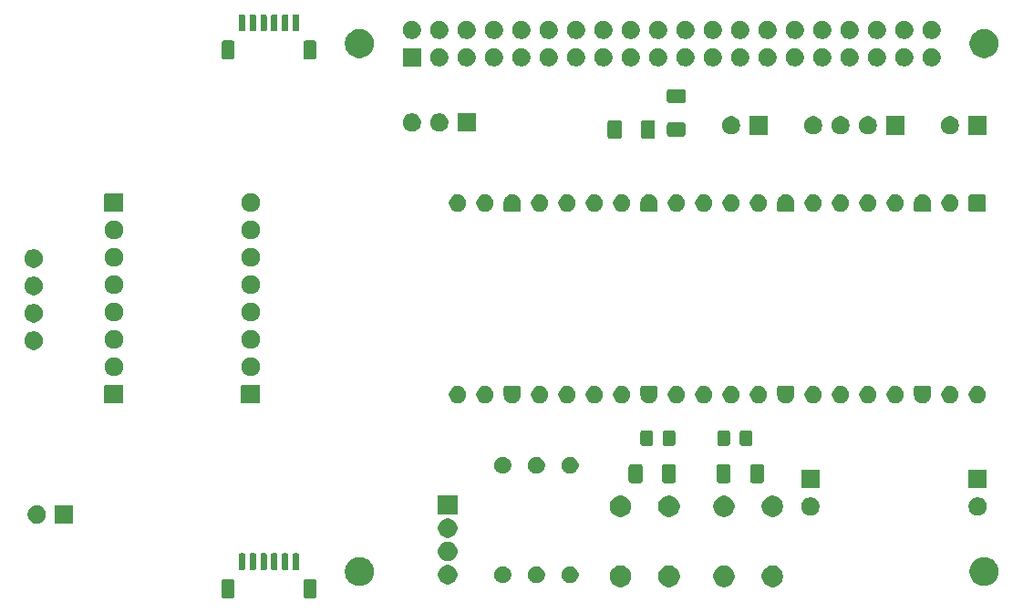
<source format=gts>
G04 #@! TF.GenerationSoftware,KiCad,Pcbnew,9.0.1-1.fc42*
G04 #@! TF.CreationDate,2025-05-14T23:42:12-05:00*
G04 #@! TF.ProjectId,cerebellum,63657265-6265-46c6-9c75-6d2e6b696361,rev?*
G04 #@! TF.SameCoordinates,Original*
G04 #@! TF.FileFunction,Soldermask,Top*
G04 #@! TF.FilePolarity,Negative*
%FSLAX46Y46*%
G04 Gerber Fmt 4.6, Leading zero omitted, Abs format (unit mm)*
G04 Created by KiCad (PCBNEW 9.0.1-1.fc42) date 2025-05-14 23:42:12*
%MOMM*%
%LPD*%
G01*
G04 APERTURE LIST*
G04 APERTURE END LIST*
G36*
X91654116Y-97200818D02*
G01*
X91705379Y-97206766D01*
X91722892Y-97214499D01*
X91745671Y-97219030D01*
X91770057Y-97235324D01*
X91790788Y-97244478D01*
X91804946Y-97258636D01*
X91826777Y-97273223D01*
X91841363Y-97295053D01*
X91855521Y-97309211D01*
X91864673Y-97329939D01*
X91880970Y-97354329D01*
X91885501Y-97377109D01*
X91893233Y-97394620D01*
X91899178Y-97445872D01*
X91900000Y-97450000D01*
X91900000Y-98750000D01*
X91899178Y-98754128D01*
X91893233Y-98805379D01*
X91885501Y-98822888D01*
X91880970Y-98845671D01*
X91864672Y-98870062D01*
X91855521Y-98890788D01*
X91841365Y-98904943D01*
X91826777Y-98926777D01*
X91804943Y-98941365D01*
X91790788Y-98955521D01*
X91770062Y-98964672D01*
X91745671Y-98980970D01*
X91722888Y-98985501D01*
X91705379Y-98993233D01*
X91654129Y-98999178D01*
X91650000Y-99000000D01*
X90950000Y-99000000D01*
X90945873Y-98999179D01*
X90894620Y-98993233D01*
X90877109Y-98985501D01*
X90854329Y-98980970D01*
X90829939Y-98964673D01*
X90809211Y-98955521D01*
X90795053Y-98941363D01*
X90773223Y-98926777D01*
X90758636Y-98904946D01*
X90744478Y-98890788D01*
X90735324Y-98870057D01*
X90719030Y-98845671D01*
X90714499Y-98822892D01*
X90706766Y-98805379D01*
X90700818Y-98754117D01*
X90700000Y-98750000D01*
X90700000Y-97450000D01*
X90700818Y-97445885D01*
X90706766Y-97394620D01*
X90714499Y-97377105D01*
X90719030Y-97354329D01*
X90735323Y-97329944D01*
X90744478Y-97309211D01*
X90758638Y-97295050D01*
X90773223Y-97273223D01*
X90795050Y-97258638D01*
X90809211Y-97244478D01*
X90829944Y-97235323D01*
X90854329Y-97219030D01*
X90877105Y-97214499D01*
X90894620Y-97206766D01*
X90945884Y-97200818D01*
X90950000Y-97200000D01*
X91650000Y-97200000D01*
X91654116Y-97200818D01*
G37*
G36*
X99254116Y-97200818D02*
G01*
X99305379Y-97206766D01*
X99322892Y-97214499D01*
X99345671Y-97219030D01*
X99370057Y-97235324D01*
X99390788Y-97244478D01*
X99404946Y-97258636D01*
X99426777Y-97273223D01*
X99441363Y-97295053D01*
X99455521Y-97309211D01*
X99464673Y-97329939D01*
X99480970Y-97354329D01*
X99485501Y-97377109D01*
X99493233Y-97394620D01*
X99499178Y-97445872D01*
X99500000Y-97450000D01*
X99500000Y-98750000D01*
X99499178Y-98754128D01*
X99493233Y-98805379D01*
X99485501Y-98822888D01*
X99480970Y-98845671D01*
X99464672Y-98870062D01*
X99455521Y-98890788D01*
X99441365Y-98904943D01*
X99426777Y-98926777D01*
X99404943Y-98941365D01*
X99390788Y-98955521D01*
X99370062Y-98964672D01*
X99345671Y-98980970D01*
X99322888Y-98985501D01*
X99305379Y-98993233D01*
X99254129Y-98999178D01*
X99250000Y-99000000D01*
X98550000Y-99000000D01*
X98545873Y-98999179D01*
X98494620Y-98993233D01*
X98477109Y-98985501D01*
X98454329Y-98980970D01*
X98429939Y-98964673D01*
X98409211Y-98955521D01*
X98395053Y-98941363D01*
X98373223Y-98926777D01*
X98358636Y-98904946D01*
X98344478Y-98890788D01*
X98335324Y-98870057D01*
X98319030Y-98845671D01*
X98314499Y-98822892D01*
X98306766Y-98805379D01*
X98300818Y-98754117D01*
X98300000Y-98750000D01*
X98300000Y-97450000D01*
X98300818Y-97445885D01*
X98306766Y-97394620D01*
X98314499Y-97377105D01*
X98319030Y-97354329D01*
X98335323Y-97329944D01*
X98344478Y-97309211D01*
X98358638Y-97295050D01*
X98373223Y-97273223D01*
X98395050Y-97258638D01*
X98409211Y-97244478D01*
X98429944Y-97235323D01*
X98454329Y-97219030D01*
X98477105Y-97214499D01*
X98494620Y-97206766D01*
X98545884Y-97200818D01*
X98550000Y-97200000D01*
X99250000Y-97200000D01*
X99254116Y-97200818D01*
G37*
G36*
X128040285Y-95993060D02*
G01*
X128221397Y-96068079D01*
X128384393Y-96176990D01*
X128523010Y-96315607D01*
X128631921Y-96478603D01*
X128706940Y-96659715D01*
X128745185Y-96851983D01*
X128745185Y-97048017D01*
X128706940Y-97240285D01*
X128631921Y-97421397D01*
X128523010Y-97584393D01*
X128384393Y-97723010D01*
X128221397Y-97831921D01*
X128040285Y-97906940D01*
X127848017Y-97945185D01*
X127651983Y-97945185D01*
X127459715Y-97906940D01*
X127278603Y-97831921D01*
X127115607Y-97723010D01*
X126976990Y-97584393D01*
X126868079Y-97421397D01*
X126793060Y-97240285D01*
X126754815Y-97048017D01*
X126754815Y-96851983D01*
X126793060Y-96659715D01*
X126868079Y-96478603D01*
X126976990Y-96315607D01*
X127115607Y-96176990D01*
X127278603Y-96068079D01*
X127459715Y-95993060D01*
X127651983Y-95954815D01*
X127848017Y-95954815D01*
X128040285Y-95993060D01*
G37*
G36*
X132540285Y-95993060D02*
G01*
X132721397Y-96068079D01*
X132884393Y-96176990D01*
X133023010Y-96315607D01*
X133131921Y-96478603D01*
X133206940Y-96659715D01*
X133245185Y-96851983D01*
X133245185Y-97048017D01*
X133206940Y-97240285D01*
X133131921Y-97421397D01*
X133023010Y-97584393D01*
X132884393Y-97723010D01*
X132721397Y-97831921D01*
X132540285Y-97906940D01*
X132348017Y-97945185D01*
X132151983Y-97945185D01*
X131959715Y-97906940D01*
X131778603Y-97831921D01*
X131615607Y-97723010D01*
X131476990Y-97584393D01*
X131368079Y-97421397D01*
X131293060Y-97240285D01*
X131254815Y-97048017D01*
X131254815Y-96851983D01*
X131293060Y-96659715D01*
X131368079Y-96478603D01*
X131476990Y-96315607D01*
X131615607Y-96176990D01*
X131778603Y-96068079D01*
X131959715Y-95993060D01*
X132151983Y-95954815D01*
X132348017Y-95954815D01*
X132540285Y-95993060D01*
G37*
G36*
X137640285Y-95993060D02*
G01*
X137821397Y-96068079D01*
X137984393Y-96176990D01*
X138123010Y-96315607D01*
X138231921Y-96478603D01*
X138306940Y-96659715D01*
X138345185Y-96851983D01*
X138345185Y-97048017D01*
X138306940Y-97240285D01*
X138231921Y-97421397D01*
X138123010Y-97584393D01*
X137984393Y-97723010D01*
X137821397Y-97831921D01*
X137640285Y-97906940D01*
X137448017Y-97945185D01*
X137251983Y-97945185D01*
X137059715Y-97906940D01*
X136878603Y-97831921D01*
X136715607Y-97723010D01*
X136576990Y-97584393D01*
X136468079Y-97421397D01*
X136393060Y-97240285D01*
X136354815Y-97048017D01*
X136354815Y-96851983D01*
X136393060Y-96659715D01*
X136468079Y-96478603D01*
X136576990Y-96315607D01*
X136715607Y-96176990D01*
X136878603Y-96068079D01*
X137059715Y-95993060D01*
X137251983Y-95954815D01*
X137448017Y-95954815D01*
X137640285Y-95993060D01*
G37*
G36*
X142140285Y-95993060D02*
G01*
X142321397Y-96068079D01*
X142484393Y-96176990D01*
X142623010Y-96315607D01*
X142731921Y-96478603D01*
X142806940Y-96659715D01*
X142845185Y-96851983D01*
X142845185Y-97048017D01*
X142806940Y-97240285D01*
X142731921Y-97421397D01*
X142623010Y-97584393D01*
X142484393Y-97723010D01*
X142321397Y-97831921D01*
X142140285Y-97906940D01*
X141948017Y-97945185D01*
X141751983Y-97945185D01*
X141559715Y-97906940D01*
X141378603Y-97831921D01*
X141215607Y-97723010D01*
X141076990Y-97584393D01*
X140968079Y-97421397D01*
X140893060Y-97240285D01*
X140854815Y-97048017D01*
X140854815Y-96851983D01*
X140893060Y-96659715D01*
X140968079Y-96478603D01*
X141076990Y-96315607D01*
X141215607Y-96176990D01*
X141378603Y-96068079D01*
X141559715Y-95993060D01*
X141751983Y-95954815D01*
X141948017Y-95954815D01*
X142140285Y-95993060D01*
G37*
G36*
X103815151Y-95187301D02*
G01*
X104016623Y-95252763D01*
X104205373Y-95348936D01*
X104376755Y-95473452D01*
X104526548Y-95623245D01*
X104651064Y-95794627D01*
X104747237Y-95983377D01*
X104812699Y-96184849D01*
X104845838Y-96394080D01*
X104845838Y-96605920D01*
X104812699Y-96815151D01*
X104747237Y-97016623D01*
X104651064Y-97205373D01*
X104526548Y-97376755D01*
X104376755Y-97526548D01*
X104205373Y-97651064D01*
X104016623Y-97747237D01*
X103815151Y-97812699D01*
X103605920Y-97845838D01*
X103394080Y-97845838D01*
X103184849Y-97812699D01*
X102983377Y-97747237D01*
X102794627Y-97651064D01*
X102623245Y-97526548D01*
X102473452Y-97376755D01*
X102348936Y-97205373D01*
X102252763Y-97016623D01*
X102187301Y-96815151D01*
X102154162Y-96605920D01*
X102154162Y-96394080D01*
X102187301Y-96184849D01*
X102252763Y-95983377D01*
X102348936Y-95794627D01*
X102473452Y-95623245D01*
X102623245Y-95473452D01*
X102794627Y-95348936D01*
X102983377Y-95252763D01*
X103184849Y-95187301D01*
X103394080Y-95154162D01*
X103605920Y-95154162D01*
X103815151Y-95187301D01*
G37*
G36*
X161815151Y-95187301D02*
G01*
X162016623Y-95252763D01*
X162205373Y-95348936D01*
X162376755Y-95473452D01*
X162526548Y-95623245D01*
X162651064Y-95794627D01*
X162747237Y-95983377D01*
X162812699Y-96184849D01*
X162845838Y-96394080D01*
X162845838Y-96605920D01*
X162812699Y-96815151D01*
X162747237Y-97016623D01*
X162651064Y-97205373D01*
X162526548Y-97376755D01*
X162376755Y-97526548D01*
X162205373Y-97651064D01*
X162016623Y-97747237D01*
X161815151Y-97812699D01*
X161605920Y-97845838D01*
X161394080Y-97845838D01*
X161184849Y-97812699D01*
X160983377Y-97747237D01*
X160794627Y-97651064D01*
X160623245Y-97526548D01*
X160473452Y-97376755D01*
X160348936Y-97205373D01*
X160252763Y-97016623D01*
X160187301Y-96815151D01*
X160154162Y-96605920D01*
X160154162Y-96394080D01*
X160187301Y-96184849D01*
X160252763Y-95983377D01*
X160348936Y-95794627D01*
X160473452Y-95623245D01*
X160623245Y-95473452D01*
X160794627Y-95348936D01*
X160983377Y-95252763D01*
X161184849Y-95187301D01*
X161394080Y-95154162D01*
X161605920Y-95154162D01*
X161815151Y-95187301D01*
G37*
G36*
X111961256Y-95938754D02*
G01*
X112124257Y-96006271D01*
X112270954Y-96104291D01*
X112395709Y-96229046D01*
X112493729Y-96375743D01*
X112561246Y-96538744D01*
X112595666Y-96711785D01*
X112595666Y-96888215D01*
X112561246Y-97061256D01*
X112493729Y-97224257D01*
X112395709Y-97370954D01*
X112270954Y-97495709D01*
X112124257Y-97593729D01*
X111961256Y-97661246D01*
X111788215Y-97695666D01*
X111611785Y-97695666D01*
X111438744Y-97661246D01*
X111275743Y-97593729D01*
X111129046Y-97495709D01*
X111004291Y-97370954D01*
X110906271Y-97224257D01*
X110838754Y-97061256D01*
X110804334Y-96888215D01*
X110804334Y-96711785D01*
X110838754Y-96538744D01*
X110906271Y-96375743D01*
X111004291Y-96229046D01*
X111129046Y-96104291D01*
X111275743Y-96006271D01*
X111438744Y-95938754D01*
X111611785Y-95904334D01*
X111788215Y-95904334D01*
X111961256Y-95938754D01*
G37*
G36*
X117032228Y-96034448D02*
G01*
X117177117Y-96094463D01*
X117307515Y-96181592D01*
X117418408Y-96292485D01*
X117505537Y-96422883D01*
X117565552Y-96567772D01*
X117596148Y-96721586D01*
X117596148Y-96878414D01*
X117565552Y-97032228D01*
X117505537Y-97177117D01*
X117418408Y-97307515D01*
X117307515Y-97418408D01*
X117177117Y-97505537D01*
X117032228Y-97565552D01*
X116878414Y-97596148D01*
X116721586Y-97596148D01*
X116567772Y-97565552D01*
X116422883Y-97505537D01*
X116292485Y-97418408D01*
X116181592Y-97307515D01*
X116094463Y-97177117D01*
X116034448Y-97032228D01*
X116003852Y-96878414D01*
X116003852Y-96721586D01*
X116034448Y-96567772D01*
X116094463Y-96422883D01*
X116181592Y-96292485D01*
X116292485Y-96181592D01*
X116422883Y-96094463D01*
X116567772Y-96034448D01*
X116721586Y-96003852D01*
X116878414Y-96003852D01*
X117032228Y-96034448D01*
G37*
G36*
X120157228Y-96034448D02*
G01*
X120302117Y-96094463D01*
X120432515Y-96181592D01*
X120543408Y-96292485D01*
X120630537Y-96422883D01*
X120690552Y-96567772D01*
X120721148Y-96721586D01*
X120721148Y-96878414D01*
X120690552Y-97032228D01*
X120630537Y-97177117D01*
X120543408Y-97307515D01*
X120432515Y-97418408D01*
X120302117Y-97505537D01*
X120157228Y-97565552D01*
X120003414Y-97596148D01*
X119846586Y-97596148D01*
X119692772Y-97565552D01*
X119547883Y-97505537D01*
X119417485Y-97418408D01*
X119306592Y-97307515D01*
X119219463Y-97177117D01*
X119159448Y-97032228D01*
X119128852Y-96878414D01*
X119128852Y-96721586D01*
X119159448Y-96567772D01*
X119219463Y-96422883D01*
X119306592Y-96292485D01*
X119417485Y-96181592D01*
X119547883Y-96094463D01*
X119692772Y-96034448D01*
X119846586Y-96003852D01*
X120003414Y-96003852D01*
X120157228Y-96034448D01*
G37*
G36*
X123282228Y-96034448D02*
G01*
X123427117Y-96094463D01*
X123557515Y-96181592D01*
X123668408Y-96292485D01*
X123755537Y-96422883D01*
X123815552Y-96567772D01*
X123846148Y-96721586D01*
X123846148Y-96878414D01*
X123815552Y-97032228D01*
X123755537Y-97177117D01*
X123668408Y-97307515D01*
X123557515Y-97418408D01*
X123427117Y-97505537D01*
X123282228Y-97565552D01*
X123128414Y-97596148D01*
X122971586Y-97596148D01*
X122817772Y-97565552D01*
X122672883Y-97505537D01*
X122542485Y-97418408D01*
X122431592Y-97307515D01*
X122344463Y-97177117D01*
X122284448Y-97032228D01*
X122253852Y-96878414D01*
X122253852Y-96721586D01*
X122284448Y-96567772D01*
X122344463Y-96422883D01*
X122431592Y-96292485D01*
X122542485Y-96181592D01*
X122672883Y-96094463D01*
X122817772Y-96034448D01*
X122971586Y-96003852D01*
X123128414Y-96003852D01*
X123282228Y-96034448D01*
G37*
G36*
X92807403Y-94811418D02*
G01*
X92856066Y-94843934D01*
X92888582Y-94892597D01*
X92900000Y-94950000D01*
X92900000Y-96200000D01*
X92888582Y-96257403D01*
X92856066Y-96306066D01*
X92807403Y-96338582D01*
X92750000Y-96350000D01*
X92450000Y-96350000D01*
X92392597Y-96338582D01*
X92343934Y-96306066D01*
X92311418Y-96257403D01*
X92300000Y-96200000D01*
X92300000Y-94950000D01*
X92311418Y-94892597D01*
X92343934Y-94843934D01*
X92392597Y-94811418D01*
X92450000Y-94800000D01*
X92750000Y-94800000D01*
X92807403Y-94811418D01*
G37*
G36*
X93807403Y-94811418D02*
G01*
X93856066Y-94843934D01*
X93888582Y-94892597D01*
X93900000Y-94950000D01*
X93900000Y-96200000D01*
X93888582Y-96257403D01*
X93856066Y-96306066D01*
X93807403Y-96338582D01*
X93750000Y-96350000D01*
X93450000Y-96350000D01*
X93392597Y-96338582D01*
X93343934Y-96306066D01*
X93311418Y-96257403D01*
X93300000Y-96200000D01*
X93300000Y-94950000D01*
X93311418Y-94892597D01*
X93343934Y-94843934D01*
X93392597Y-94811418D01*
X93450000Y-94800000D01*
X93750000Y-94800000D01*
X93807403Y-94811418D01*
G37*
G36*
X94807403Y-94811418D02*
G01*
X94856066Y-94843934D01*
X94888582Y-94892597D01*
X94900000Y-94950000D01*
X94900000Y-96200000D01*
X94888582Y-96257403D01*
X94856066Y-96306066D01*
X94807403Y-96338582D01*
X94750000Y-96350000D01*
X94450000Y-96350000D01*
X94392597Y-96338582D01*
X94343934Y-96306066D01*
X94311418Y-96257403D01*
X94300000Y-96200000D01*
X94300000Y-94950000D01*
X94311418Y-94892597D01*
X94343934Y-94843934D01*
X94392597Y-94811418D01*
X94450000Y-94800000D01*
X94750000Y-94800000D01*
X94807403Y-94811418D01*
G37*
G36*
X95807403Y-94811418D02*
G01*
X95856066Y-94843934D01*
X95888582Y-94892597D01*
X95900000Y-94950000D01*
X95900000Y-96200000D01*
X95888582Y-96257403D01*
X95856066Y-96306066D01*
X95807403Y-96338582D01*
X95750000Y-96350000D01*
X95450000Y-96350000D01*
X95392597Y-96338582D01*
X95343934Y-96306066D01*
X95311418Y-96257403D01*
X95300000Y-96200000D01*
X95300000Y-94950000D01*
X95311418Y-94892597D01*
X95343934Y-94843934D01*
X95392597Y-94811418D01*
X95450000Y-94800000D01*
X95750000Y-94800000D01*
X95807403Y-94811418D01*
G37*
G36*
X96807403Y-94811418D02*
G01*
X96856066Y-94843934D01*
X96888582Y-94892597D01*
X96900000Y-94950000D01*
X96900000Y-96200000D01*
X96888582Y-96257403D01*
X96856066Y-96306066D01*
X96807403Y-96338582D01*
X96750000Y-96350000D01*
X96450000Y-96350000D01*
X96392597Y-96338582D01*
X96343934Y-96306066D01*
X96311418Y-96257403D01*
X96300000Y-96200000D01*
X96300000Y-94950000D01*
X96311418Y-94892597D01*
X96343934Y-94843934D01*
X96392597Y-94811418D01*
X96450000Y-94800000D01*
X96750000Y-94800000D01*
X96807403Y-94811418D01*
G37*
G36*
X97807403Y-94811418D02*
G01*
X97856066Y-94843934D01*
X97888582Y-94892597D01*
X97900000Y-94950000D01*
X97900000Y-96200000D01*
X97888582Y-96257403D01*
X97856066Y-96306066D01*
X97807403Y-96338582D01*
X97750000Y-96350000D01*
X97450000Y-96350000D01*
X97392597Y-96338582D01*
X97343934Y-96306066D01*
X97311418Y-96257403D01*
X97300000Y-96200000D01*
X97300000Y-94950000D01*
X97311418Y-94892597D01*
X97343934Y-94843934D01*
X97392597Y-94811418D01*
X97450000Y-94800000D01*
X97750000Y-94800000D01*
X97807403Y-94811418D01*
G37*
G36*
X111961256Y-93779754D02*
G01*
X112124257Y-93847271D01*
X112270954Y-93945291D01*
X112395709Y-94070046D01*
X112493729Y-94216743D01*
X112561246Y-94379744D01*
X112595666Y-94552785D01*
X112595666Y-94729215D01*
X112561246Y-94902256D01*
X112493729Y-95065257D01*
X112395709Y-95211954D01*
X112270954Y-95336709D01*
X112124257Y-95434729D01*
X111961256Y-95502246D01*
X111788215Y-95536666D01*
X111611785Y-95536666D01*
X111438744Y-95502246D01*
X111275743Y-95434729D01*
X111129046Y-95336709D01*
X111004291Y-95211954D01*
X110906271Y-95065257D01*
X110838754Y-94902256D01*
X110804334Y-94729215D01*
X110804334Y-94552785D01*
X110838754Y-94379744D01*
X110906271Y-94216743D01*
X111004291Y-94070046D01*
X111129046Y-93945291D01*
X111275743Y-93847271D01*
X111438744Y-93779754D01*
X111611785Y-93745334D01*
X111788215Y-93745334D01*
X111961256Y-93779754D01*
G37*
G36*
X111961256Y-91620754D02*
G01*
X112124257Y-91688271D01*
X112270954Y-91786291D01*
X112395709Y-91911046D01*
X112493729Y-92057743D01*
X112561246Y-92220744D01*
X112595666Y-92393785D01*
X112595666Y-92570215D01*
X112561246Y-92743256D01*
X112493729Y-92906257D01*
X112395709Y-93052954D01*
X112270954Y-93177709D01*
X112124257Y-93275729D01*
X111961256Y-93343246D01*
X111788215Y-93377666D01*
X111611785Y-93377666D01*
X111438744Y-93343246D01*
X111275743Y-93275729D01*
X111129046Y-93177709D01*
X111004291Y-93052954D01*
X110906271Y-92906257D01*
X110838754Y-92743256D01*
X110804334Y-92570215D01*
X110804334Y-92393785D01*
X110838754Y-92220744D01*
X110906271Y-92057743D01*
X111004291Y-91911046D01*
X111129046Y-91786291D01*
X111275743Y-91688271D01*
X111438744Y-91620754D01*
X111611785Y-91586334D01*
X111788215Y-91586334D01*
X111961256Y-91620754D01*
G37*
G36*
X76925000Y-92065000D02*
G01*
X75225000Y-92065000D01*
X75225000Y-90365000D01*
X76925000Y-90365000D01*
X76925000Y-92065000D01*
G37*
G36*
X73781742Y-90401601D02*
G01*
X73935687Y-90465367D01*
X74074234Y-90557941D01*
X74192059Y-90675766D01*
X74284633Y-90814313D01*
X74348399Y-90968258D01*
X74380907Y-91131685D01*
X74380907Y-91298315D01*
X74348399Y-91461742D01*
X74284633Y-91615687D01*
X74192059Y-91754234D01*
X74074234Y-91872059D01*
X73935687Y-91964633D01*
X73781742Y-92028399D01*
X73618315Y-92060907D01*
X73451685Y-92060907D01*
X73288258Y-92028399D01*
X73134313Y-91964633D01*
X72995766Y-91872059D01*
X72877941Y-91754234D01*
X72785367Y-91615687D01*
X72721601Y-91461742D01*
X72689093Y-91298315D01*
X72689093Y-91131685D01*
X72721601Y-90968258D01*
X72785367Y-90814313D01*
X72877941Y-90675766D01*
X72995766Y-90557941D01*
X73134313Y-90465367D01*
X73288258Y-90401601D01*
X73451685Y-90369093D01*
X73618315Y-90369093D01*
X73781742Y-90401601D01*
G37*
G36*
X128040285Y-89493060D02*
G01*
X128221397Y-89568079D01*
X128384393Y-89676990D01*
X128523010Y-89815607D01*
X128631921Y-89978603D01*
X128706940Y-90159715D01*
X128745185Y-90351983D01*
X128745185Y-90548017D01*
X128706940Y-90740285D01*
X128631921Y-90921397D01*
X128523010Y-91084393D01*
X128384393Y-91223010D01*
X128221397Y-91331921D01*
X128040285Y-91406940D01*
X127848017Y-91445185D01*
X127651983Y-91445185D01*
X127459715Y-91406940D01*
X127278603Y-91331921D01*
X127115607Y-91223010D01*
X126976990Y-91084393D01*
X126868079Y-90921397D01*
X126793060Y-90740285D01*
X126754815Y-90548017D01*
X126754815Y-90351983D01*
X126793060Y-90159715D01*
X126868079Y-89978603D01*
X126976990Y-89815607D01*
X127115607Y-89676990D01*
X127278603Y-89568079D01*
X127459715Y-89493060D01*
X127651983Y-89454815D01*
X127848017Y-89454815D01*
X128040285Y-89493060D01*
G37*
G36*
X132540285Y-89493060D02*
G01*
X132721397Y-89568079D01*
X132884393Y-89676990D01*
X133023010Y-89815607D01*
X133131921Y-89978603D01*
X133206940Y-90159715D01*
X133245185Y-90351983D01*
X133245185Y-90548017D01*
X133206940Y-90740285D01*
X133131921Y-90921397D01*
X133023010Y-91084393D01*
X132884393Y-91223010D01*
X132721397Y-91331921D01*
X132540285Y-91406940D01*
X132348017Y-91445185D01*
X132151983Y-91445185D01*
X131959715Y-91406940D01*
X131778603Y-91331921D01*
X131615607Y-91223010D01*
X131476990Y-91084393D01*
X131368079Y-90921397D01*
X131293060Y-90740285D01*
X131254815Y-90548017D01*
X131254815Y-90351983D01*
X131293060Y-90159715D01*
X131368079Y-89978603D01*
X131476990Y-89815607D01*
X131615607Y-89676990D01*
X131778603Y-89568079D01*
X131959715Y-89493060D01*
X132151983Y-89454815D01*
X132348017Y-89454815D01*
X132540285Y-89493060D01*
G37*
G36*
X137640285Y-89493060D02*
G01*
X137821397Y-89568079D01*
X137984393Y-89676990D01*
X138123010Y-89815607D01*
X138231921Y-89978603D01*
X138306940Y-90159715D01*
X138345185Y-90351983D01*
X138345185Y-90548017D01*
X138306940Y-90740285D01*
X138231921Y-90921397D01*
X138123010Y-91084393D01*
X137984393Y-91223010D01*
X137821397Y-91331921D01*
X137640285Y-91406940D01*
X137448017Y-91445185D01*
X137251983Y-91445185D01*
X137059715Y-91406940D01*
X136878603Y-91331921D01*
X136715607Y-91223010D01*
X136576990Y-91084393D01*
X136468079Y-90921397D01*
X136393060Y-90740285D01*
X136354815Y-90548017D01*
X136354815Y-90351983D01*
X136393060Y-90159715D01*
X136468079Y-89978603D01*
X136576990Y-89815607D01*
X136715607Y-89676990D01*
X136878603Y-89568079D01*
X137059715Y-89493060D01*
X137251983Y-89454815D01*
X137448017Y-89454815D01*
X137640285Y-89493060D01*
G37*
G36*
X142140285Y-89493060D02*
G01*
X142321397Y-89568079D01*
X142484393Y-89676990D01*
X142623010Y-89815607D01*
X142731921Y-89978603D01*
X142806940Y-90159715D01*
X142845185Y-90351983D01*
X142845185Y-90548017D01*
X142806940Y-90740285D01*
X142731921Y-90921397D01*
X142623010Y-91084393D01*
X142484393Y-91223010D01*
X142321397Y-91331921D01*
X142140285Y-91406940D01*
X141948017Y-91445185D01*
X141751983Y-91445185D01*
X141559715Y-91406940D01*
X141378603Y-91331921D01*
X141215607Y-91223010D01*
X141076990Y-91084393D01*
X140968079Y-90921397D01*
X140893060Y-90740285D01*
X140854815Y-90548017D01*
X140854815Y-90351983D01*
X140893060Y-90159715D01*
X140968079Y-89978603D01*
X141076990Y-89815607D01*
X141215607Y-89676990D01*
X141378603Y-89568079D01*
X141559715Y-89493060D01*
X141751983Y-89454815D01*
X141948017Y-89454815D01*
X142140285Y-89493060D01*
G37*
G36*
X145621742Y-89651601D02*
G01*
X145775687Y-89715367D01*
X145914234Y-89807941D01*
X146032059Y-89925766D01*
X146124633Y-90064313D01*
X146188399Y-90218258D01*
X146220907Y-90381685D01*
X146220907Y-90548315D01*
X146188399Y-90711742D01*
X146124633Y-90865687D01*
X146032059Y-91004234D01*
X145914234Y-91122059D01*
X145775687Y-91214633D01*
X145621742Y-91278399D01*
X145458315Y-91310907D01*
X145291685Y-91310907D01*
X145128258Y-91278399D01*
X144974313Y-91214633D01*
X144835766Y-91122059D01*
X144717941Y-91004234D01*
X144625367Y-90865687D01*
X144561601Y-90711742D01*
X144529093Y-90548315D01*
X144529093Y-90381685D01*
X144561601Y-90218258D01*
X144625367Y-90064313D01*
X144717941Y-89925766D01*
X144835766Y-89807941D01*
X144974313Y-89715367D01*
X145128258Y-89651601D01*
X145291685Y-89619093D01*
X145458315Y-89619093D01*
X145621742Y-89651601D01*
G37*
G36*
X161146742Y-89651601D02*
G01*
X161300687Y-89715367D01*
X161439234Y-89807941D01*
X161557059Y-89925766D01*
X161649633Y-90064313D01*
X161713399Y-90218258D01*
X161745907Y-90381685D01*
X161745907Y-90548315D01*
X161713399Y-90711742D01*
X161649633Y-90865687D01*
X161557059Y-91004234D01*
X161439234Y-91122059D01*
X161300687Y-91214633D01*
X161146742Y-91278399D01*
X160983315Y-91310907D01*
X160816685Y-91310907D01*
X160653258Y-91278399D01*
X160499313Y-91214633D01*
X160360766Y-91122059D01*
X160242941Y-91004234D01*
X160150367Y-90865687D01*
X160086601Y-90711742D01*
X160054093Y-90548315D01*
X160054093Y-90381685D01*
X160086601Y-90218258D01*
X160150367Y-90064313D01*
X160242941Y-89925766D01*
X160360766Y-89807941D01*
X160499313Y-89715367D01*
X160653258Y-89651601D01*
X160816685Y-89619093D01*
X160983315Y-89619093D01*
X161146742Y-89651601D01*
G37*
G36*
X112600000Y-91223000D02*
G01*
X110800000Y-91223000D01*
X110800000Y-89423000D01*
X112600000Y-89423000D01*
X112600000Y-91223000D01*
G37*
G36*
X146225000Y-88775000D02*
G01*
X144525000Y-88775000D01*
X144525000Y-87075000D01*
X146225000Y-87075000D01*
X146225000Y-88775000D01*
G37*
G36*
X161750000Y-88775000D02*
G01*
X160050000Y-88775000D01*
X160050000Y-87075000D01*
X161750000Y-87075000D01*
X161750000Y-88775000D01*
G37*
G36*
X129554116Y-86550818D02*
G01*
X129605379Y-86556766D01*
X129622892Y-86564499D01*
X129645671Y-86569030D01*
X129670057Y-86585324D01*
X129690788Y-86594478D01*
X129704946Y-86608636D01*
X129726777Y-86623223D01*
X129741363Y-86645053D01*
X129755521Y-86659211D01*
X129764673Y-86679939D01*
X129780970Y-86704329D01*
X129785501Y-86727109D01*
X129793233Y-86744620D01*
X129799178Y-86795872D01*
X129800000Y-86800000D01*
X129800000Y-88050000D01*
X129799178Y-88054128D01*
X129793233Y-88105379D01*
X129785501Y-88122888D01*
X129780970Y-88145671D01*
X129764672Y-88170062D01*
X129755521Y-88190788D01*
X129741365Y-88204943D01*
X129726777Y-88226777D01*
X129704943Y-88241365D01*
X129690788Y-88255521D01*
X129670062Y-88264672D01*
X129645671Y-88280970D01*
X129622888Y-88285501D01*
X129605379Y-88293233D01*
X129554129Y-88299178D01*
X129550000Y-88300000D01*
X128750000Y-88300000D01*
X128745873Y-88299179D01*
X128694620Y-88293233D01*
X128677109Y-88285501D01*
X128654329Y-88280970D01*
X128629939Y-88264673D01*
X128609211Y-88255521D01*
X128595053Y-88241363D01*
X128573223Y-88226777D01*
X128558636Y-88204946D01*
X128544478Y-88190788D01*
X128535324Y-88170057D01*
X128519030Y-88145671D01*
X128514499Y-88122892D01*
X128506766Y-88105379D01*
X128500818Y-88054117D01*
X128500000Y-88050000D01*
X128500000Y-86800000D01*
X128500818Y-86795885D01*
X128506766Y-86744620D01*
X128514499Y-86727105D01*
X128519030Y-86704329D01*
X128535323Y-86679944D01*
X128544478Y-86659211D01*
X128558638Y-86645050D01*
X128573223Y-86623223D01*
X128595050Y-86608638D01*
X128609211Y-86594478D01*
X128629944Y-86585323D01*
X128654329Y-86569030D01*
X128677105Y-86564499D01*
X128694620Y-86556766D01*
X128745884Y-86550818D01*
X128750000Y-86550000D01*
X129550000Y-86550000D01*
X129554116Y-86550818D01*
G37*
G36*
X132654116Y-86550818D02*
G01*
X132705379Y-86556766D01*
X132722892Y-86564499D01*
X132745671Y-86569030D01*
X132770057Y-86585324D01*
X132790788Y-86594478D01*
X132804946Y-86608636D01*
X132826777Y-86623223D01*
X132841363Y-86645053D01*
X132855521Y-86659211D01*
X132864673Y-86679939D01*
X132880970Y-86704329D01*
X132885501Y-86727109D01*
X132893233Y-86744620D01*
X132899178Y-86795872D01*
X132900000Y-86800000D01*
X132900000Y-88050000D01*
X132899178Y-88054128D01*
X132893233Y-88105379D01*
X132885501Y-88122888D01*
X132880970Y-88145671D01*
X132864672Y-88170062D01*
X132855521Y-88190788D01*
X132841365Y-88204943D01*
X132826777Y-88226777D01*
X132804943Y-88241365D01*
X132790788Y-88255521D01*
X132770062Y-88264672D01*
X132745671Y-88280970D01*
X132722888Y-88285501D01*
X132705379Y-88293233D01*
X132654129Y-88299178D01*
X132650000Y-88300000D01*
X131850000Y-88300000D01*
X131845873Y-88299179D01*
X131794620Y-88293233D01*
X131777109Y-88285501D01*
X131754329Y-88280970D01*
X131729939Y-88264673D01*
X131709211Y-88255521D01*
X131695053Y-88241363D01*
X131673223Y-88226777D01*
X131658636Y-88204946D01*
X131644478Y-88190788D01*
X131635324Y-88170057D01*
X131619030Y-88145671D01*
X131614499Y-88122892D01*
X131606766Y-88105379D01*
X131600818Y-88054117D01*
X131600000Y-88050000D01*
X131600000Y-86800000D01*
X131600818Y-86795885D01*
X131606766Y-86744620D01*
X131614499Y-86727105D01*
X131619030Y-86704329D01*
X131635323Y-86679944D01*
X131644478Y-86659211D01*
X131658638Y-86645050D01*
X131673223Y-86623223D01*
X131695050Y-86608638D01*
X131709211Y-86594478D01*
X131729944Y-86585323D01*
X131754329Y-86569030D01*
X131777105Y-86564499D01*
X131794620Y-86556766D01*
X131845884Y-86550818D01*
X131850000Y-86550000D01*
X132650000Y-86550000D01*
X132654116Y-86550818D01*
G37*
G36*
X137729116Y-86550818D02*
G01*
X137780379Y-86556766D01*
X137797892Y-86564499D01*
X137820671Y-86569030D01*
X137845057Y-86585324D01*
X137865788Y-86594478D01*
X137879946Y-86608636D01*
X137901777Y-86623223D01*
X137916363Y-86645053D01*
X137930521Y-86659211D01*
X137939673Y-86679939D01*
X137955970Y-86704329D01*
X137960501Y-86727109D01*
X137968233Y-86744620D01*
X137974178Y-86795872D01*
X137975000Y-86800000D01*
X137975000Y-88050000D01*
X137974178Y-88054128D01*
X137968233Y-88105379D01*
X137960501Y-88122888D01*
X137955970Y-88145671D01*
X137939672Y-88170062D01*
X137930521Y-88190788D01*
X137916365Y-88204943D01*
X137901777Y-88226777D01*
X137879943Y-88241365D01*
X137865788Y-88255521D01*
X137845062Y-88264672D01*
X137820671Y-88280970D01*
X137797888Y-88285501D01*
X137780379Y-88293233D01*
X137729129Y-88299178D01*
X137725000Y-88300000D01*
X136925000Y-88300000D01*
X136920873Y-88299179D01*
X136869620Y-88293233D01*
X136852109Y-88285501D01*
X136829329Y-88280970D01*
X136804939Y-88264673D01*
X136784211Y-88255521D01*
X136770053Y-88241363D01*
X136748223Y-88226777D01*
X136733636Y-88204946D01*
X136719478Y-88190788D01*
X136710324Y-88170057D01*
X136694030Y-88145671D01*
X136689499Y-88122892D01*
X136681766Y-88105379D01*
X136675818Y-88054117D01*
X136675000Y-88050000D01*
X136675000Y-86800000D01*
X136675818Y-86795885D01*
X136681766Y-86744620D01*
X136689499Y-86727105D01*
X136694030Y-86704329D01*
X136710323Y-86679944D01*
X136719478Y-86659211D01*
X136733638Y-86645050D01*
X136748223Y-86623223D01*
X136770050Y-86608638D01*
X136784211Y-86594478D01*
X136804944Y-86585323D01*
X136829329Y-86569030D01*
X136852105Y-86564499D01*
X136869620Y-86556766D01*
X136920884Y-86550818D01*
X136925000Y-86550000D01*
X137725000Y-86550000D01*
X137729116Y-86550818D01*
G37*
G36*
X140829116Y-86550818D02*
G01*
X140880379Y-86556766D01*
X140897892Y-86564499D01*
X140920671Y-86569030D01*
X140945057Y-86585324D01*
X140965788Y-86594478D01*
X140979946Y-86608636D01*
X141001777Y-86623223D01*
X141016363Y-86645053D01*
X141030521Y-86659211D01*
X141039673Y-86679939D01*
X141055970Y-86704329D01*
X141060501Y-86727109D01*
X141068233Y-86744620D01*
X141074178Y-86795872D01*
X141075000Y-86800000D01*
X141075000Y-88050000D01*
X141074178Y-88054128D01*
X141068233Y-88105379D01*
X141060501Y-88122888D01*
X141055970Y-88145671D01*
X141039672Y-88170062D01*
X141030521Y-88190788D01*
X141016365Y-88204943D01*
X141001777Y-88226777D01*
X140979943Y-88241365D01*
X140965788Y-88255521D01*
X140945062Y-88264672D01*
X140920671Y-88280970D01*
X140897888Y-88285501D01*
X140880379Y-88293233D01*
X140829129Y-88299178D01*
X140825000Y-88300000D01*
X140025000Y-88300000D01*
X140020873Y-88299179D01*
X139969620Y-88293233D01*
X139952109Y-88285501D01*
X139929329Y-88280970D01*
X139904939Y-88264673D01*
X139884211Y-88255521D01*
X139870053Y-88241363D01*
X139848223Y-88226777D01*
X139833636Y-88204946D01*
X139819478Y-88190788D01*
X139810324Y-88170057D01*
X139794030Y-88145671D01*
X139789499Y-88122892D01*
X139781766Y-88105379D01*
X139775818Y-88054117D01*
X139775000Y-88050000D01*
X139775000Y-86800000D01*
X139775818Y-86795885D01*
X139781766Y-86744620D01*
X139789499Y-86727105D01*
X139794030Y-86704329D01*
X139810323Y-86679944D01*
X139819478Y-86659211D01*
X139833638Y-86645050D01*
X139848223Y-86623223D01*
X139870050Y-86608638D01*
X139884211Y-86594478D01*
X139904944Y-86585323D01*
X139929329Y-86569030D01*
X139952105Y-86564499D01*
X139969620Y-86556766D01*
X140020884Y-86550818D01*
X140025000Y-86550000D01*
X140825000Y-86550000D01*
X140829116Y-86550818D01*
G37*
G36*
X117032228Y-85874448D02*
G01*
X117177117Y-85934463D01*
X117307515Y-86021592D01*
X117418408Y-86132485D01*
X117505537Y-86262883D01*
X117565552Y-86407772D01*
X117596148Y-86561586D01*
X117596148Y-86718414D01*
X117565552Y-86872228D01*
X117505537Y-87017117D01*
X117418408Y-87147515D01*
X117307515Y-87258408D01*
X117177117Y-87345537D01*
X117032228Y-87405552D01*
X116878414Y-87436148D01*
X116721586Y-87436148D01*
X116567772Y-87405552D01*
X116422883Y-87345537D01*
X116292485Y-87258408D01*
X116181592Y-87147515D01*
X116094463Y-87017117D01*
X116034448Y-86872228D01*
X116003852Y-86718414D01*
X116003852Y-86561586D01*
X116034448Y-86407772D01*
X116094463Y-86262883D01*
X116181592Y-86132485D01*
X116292485Y-86021592D01*
X116422883Y-85934463D01*
X116567772Y-85874448D01*
X116721586Y-85843852D01*
X116878414Y-85843852D01*
X117032228Y-85874448D01*
G37*
G36*
X120157228Y-85874448D02*
G01*
X120302117Y-85934463D01*
X120432515Y-86021592D01*
X120543408Y-86132485D01*
X120630537Y-86262883D01*
X120690552Y-86407772D01*
X120721148Y-86561586D01*
X120721148Y-86718414D01*
X120690552Y-86872228D01*
X120630537Y-87017117D01*
X120543408Y-87147515D01*
X120432515Y-87258408D01*
X120302117Y-87345537D01*
X120157228Y-87405552D01*
X120003414Y-87436148D01*
X119846586Y-87436148D01*
X119692772Y-87405552D01*
X119547883Y-87345537D01*
X119417485Y-87258408D01*
X119306592Y-87147515D01*
X119219463Y-87017117D01*
X119159448Y-86872228D01*
X119128852Y-86718414D01*
X119128852Y-86561586D01*
X119159448Y-86407772D01*
X119219463Y-86262883D01*
X119306592Y-86132485D01*
X119417485Y-86021592D01*
X119547883Y-85934463D01*
X119692772Y-85874448D01*
X119846586Y-85843852D01*
X120003414Y-85843852D01*
X120157228Y-85874448D01*
G37*
G36*
X123282228Y-85874448D02*
G01*
X123427117Y-85934463D01*
X123557515Y-86021592D01*
X123668408Y-86132485D01*
X123755537Y-86262883D01*
X123815552Y-86407772D01*
X123846148Y-86561586D01*
X123846148Y-86718414D01*
X123815552Y-86872228D01*
X123755537Y-87017117D01*
X123668408Y-87147515D01*
X123557515Y-87258408D01*
X123427117Y-87345537D01*
X123282228Y-87405552D01*
X123128414Y-87436148D01*
X122971586Y-87436148D01*
X122817772Y-87405552D01*
X122672883Y-87345537D01*
X122542485Y-87258408D01*
X122431592Y-87147515D01*
X122344463Y-87017117D01*
X122284448Y-86872228D01*
X122253852Y-86718414D01*
X122253852Y-86561586D01*
X122284448Y-86407772D01*
X122344463Y-86262883D01*
X122431592Y-86132485D01*
X122542485Y-86021592D01*
X122672883Y-85934463D01*
X122817772Y-85874448D01*
X122971586Y-85843852D01*
X123128414Y-85843852D01*
X123282228Y-85874448D01*
G37*
G36*
X130516616Y-83400818D02*
G01*
X130567879Y-83406766D01*
X130585392Y-83414499D01*
X130608171Y-83419030D01*
X130632557Y-83435324D01*
X130653288Y-83444478D01*
X130667446Y-83458636D01*
X130689277Y-83473223D01*
X130703863Y-83495053D01*
X130718021Y-83509211D01*
X130727173Y-83529939D01*
X130743470Y-83554329D01*
X130748001Y-83577109D01*
X130755733Y-83594620D01*
X130761678Y-83645872D01*
X130762500Y-83650000D01*
X130762500Y-84600000D01*
X130761678Y-84604128D01*
X130755733Y-84655379D01*
X130748001Y-84672888D01*
X130743470Y-84695671D01*
X130727172Y-84720062D01*
X130718021Y-84740788D01*
X130703865Y-84754943D01*
X130689277Y-84776777D01*
X130667443Y-84791365D01*
X130653288Y-84805521D01*
X130632562Y-84814672D01*
X130608171Y-84830970D01*
X130585388Y-84835501D01*
X130567879Y-84843233D01*
X130516629Y-84849178D01*
X130512500Y-84850000D01*
X129837500Y-84850000D01*
X129833373Y-84849179D01*
X129782120Y-84843233D01*
X129764609Y-84835501D01*
X129741829Y-84830970D01*
X129717439Y-84814673D01*
X129696711Y-84805521D01*
X129682553Y-84791363D01*
X129660723Y-84776777D01*
X129646136Y-84754946D01*
X129631978Y-84740788D01*
X129622824Y-84720057D01*
X129606530Y-84695671D01*
X129601999Y-84672892D01*
X129594266Y-84655379D01*
X129588318Y-84604117D01*
X129587500Y-84600000D01*
X129587500Y-83650000D01*
X129588318Y-83645885D01*
X129594266Y-83594620D01*
X129601999Y-83577105D01*
X129606530Y-83554329D01*
X129622823Y-83529944D01*
X129631978Y-83509211D01*
X129646138Y-83495050D01*
X129660723Y-83473223D01*
X129682550Y-83458638D01*
X129696711Y-83444478D01*
X129717444Y-83435323D01*
X129741829Y-83419030D01*
X129764605Y-83414499D01*
X129782120Y-83406766D01*
X129833384Y-83400818D01*
X129837500Y-83400000D01*
X130512500Y-83400000D01*
X130516616Y-83400818D01*
G37*
G36*
X132591616Y-83400818D02*
G01*
X132642879Y-83406766D01*
X132660392Y-83414499D01*
X132683171Y-83419030D01*
X132707557Y-83435324D01*
X132728288Y-83444478D01*
X132742446Y-83458636D01*
X132764277Y-83473223D01*
X132778863Y-83495053D01*
X132793021Y-83509211D01*
X132802173Y-83529939D01*
X132818470Y-83554329D01*
X132823001Y-83577109D01*
X132830733Y-83594620D01*
X132836678Y-83645872D01*
X132837500Y-83650000D01*
X132837500Y-84600000D01*
X132836678Y-84604128D01*
X132830733Y-84655379D01*
X132823001Y-84672888D01*
X132818470Y-84695671D01*
X132802172Y-84720062D01*
X132793021Y-84740788D01*
X132778865Y-84754943D01*
X132764277Y-84776777D01*
X132742443Y-84791365D01*
X132728288Y-84805521D01*
X132707562Y-84814672D01*
X132683171Y-84830970D01*
X132660388Y-84835501D01*
X132642879Y-84843233D01*
X132591629Y-84849178D01*
X132587500Y-84850000D01*
X131912500Y-84850000D01*
X131908373Y-84849179D01*
X131857120Y-84843233D01*
X131839609Y-84835501D01*
X131816829Y-84830970D01*
X131792439Y-84814673D01*
X131771711Y-84805521D01*
X131757553Y-84791363D01*
X131735723Y-84776777D01*
X131721136Y-84754946D01*
X131706978Y-84740788D01*
X131697824Y-84720057D01*
X131681530Y-84695671D01*
X131676999Y-84672892D01*
X131669266Y-84655379D01*
X131663318Y-84604117D01*
X131662500Y-84600000D01*
X131662500Y-83650000D01*
X131663318Y-83645885D01*
X131669266Y-83594620D01*
X131676999Y-83577105D01*
X131681530Y-83554329D01*
X131697823Y-83529944D01*
X131706978Y-83509211D01*
X131721138Y-83495050D01*
X131735723Y-83473223D01*
X131757550Y-83458638D01*
X131771711Y-83444478D01*
X131792444Y-83435323D01*
X131816829Y-83419030D01*
X131839605Y-83414499D01*
X131857120Y-83406766D01*
X131908384Y-83400818D01*
X131912500Y-83400000D01*
X132587500Y-83400000D01*
X132591616Y-83400818D01*
G37*
G36*
X137666616Y-83400818D02*
G01*
X137717879Y-83406766D01*
X137735392Y-83414499D01*
X137758171Y-83419030D01*
X137782557Y-83435324D01*
X137803288Y-83444478D01*
X137817446Y-83458636D01*
X137839277Y-83473223D01*
X137853863Y-83495053D01*
X137868021Y-83509211D01*
X137877173Y-83529939D01*
X137893470Y-83554329D01*
X137898001Y-83577109D01*
X137905733Y-83594620D01*
X137911678Y-83645872D01*
X137912500Y-83650000D01*
X137912500Y-84600000D01*
X137911678Y-84604128D01*
X137905733Y-84655379D01*
X137898001Y-84672888D01*
X137893470Y-84695671D01*
X137877172Y-84720062D01*
X137868021Y-84740788D01*
X137853865Y-84754943D01*
X137839277Y-84776777D01*
X137817443Y-84791365D01*
X137803288Y-84805521D01*
X137782562Y-84814672D01*
X137758171Y-84830970D01*
X137735388Y-84835501D01*
X137717879Y-84843233D01*
X137666629Y-84849178D01*
X137662500Y-84850000D01*
X136987500Y-84850000D01*
X136983373Y-84849179D01*
X136932120Y-84843233D01*
X136914609Y-84835501D01*
X136891829Y-84830970D01*
X136867439Y-84814673D01*
X136846711Y-84805521D01*
X136832553Y-84791363D01*
X136810723Y-84776777D01*
X136796136Y-84754946D01*
X136781978Y-84740788D01*
X136772824Y-84720057D01*
X136756530Y-84695671D01*
X136751999Y-84672892D01*
X136744266Y-84655379D01*
X136738318Y-84604117D01*
X136737500Y-84600000D01*
X136737500Y-83650000D01*
X136738318Y-83645885D01*
X136744266Y-83594620D01*
X136751999Y-83577105D01*
X136756530Y-83554329D01*
X136772823Y-83529944D01*
X136781978Y-83509211D01*
X136796138Y-83495050D01*
X136810723Y-83473223D01*
X136832550Y-83458638D01*
X136846711Y-83444478D01*
X136867444Y-83435323D01*
X136891829Y-83419030D01*
X136914605Y-83414499D01*
X136932120Y-83406766D01*
X136983384Y-83400818D01*
X136987500Y-83400000D01*
X137662500Y-83400000D01*
X137666616Y-83400818D01*
G37*
G36*
X139741616Y-83400818D02*
G01*
X139792879Y-83406766D01*
X139810392Y-83414499D01*
X139833171Y-83419030D01*
X139857557Y-83435324D01*
X139878288Y-83444478D01*
X139892446Y-83458636D01*
X139914277Y-83473223D01*
X139928863Y-83495053D01*
X139943021Y-83509211D01*
X139952173Y-83529939D01*
X139968470Y-83554329D01*
X139973001Y-83577109D01*
X139980733Y-83594620D01*
X139986678Y-83645872D01*
X139987500Y-83650000D01*
X139987500Y-84600000D01*
X139986678Y-84604128D01*
X139980733Y-84655379D01*
X139973001Y-84672888D01*
X139968470Y-84695671D01*
X139952172Y-84720062D01*
X139943021Y-84740788D01*
X139928865Y-84754943D01*
X139914277Y-84776777D01*
X139892443Y-84791365D01*
X139878288Y-84805521D01*
X139857562Y-84814672D01*
X139833171Y-84830970D01*
X139810388Y-84835501D01*
X139792879Y-84843233D01*
X139741629Y-84849178D01*
X139737500Y-84850000D01*
X139062500Y-84850000D01*
X139058373Y-84849179D01*
X139007120Y-84843233D01*
X138989609Y-84835501D01*
X138966829Y-84830970D01*
X138942439Y-84814673D01*
X138921711Y-84805521D01*
X138907553Y-84791363D01*
X138885723Y-84776777D01*
X138871136Y-84754946D01*
X138856978Y-84740788D01*
X138847824Y-84720057D01*
X138831530Y-84695671D01*
X138826999Y-84672892D01*
X138819266Y-84655379D01*
X138813318Y-84604117D01*
X138812500Y-84600000D01*
X138812500Y-83650000D01*
X138813318Y-83645885D01*
X138819266Y-83594620D01*
X138826999Y-83577105D01*
X138831530Y-83554329D01*
X138847823Y-83529944D01*
X138856978Y-83509211D01*
X138871138Y-83495050D01*
X138885723Y-83473223D01*
X138907550Y-83458638D01*
X138921711Y-83444478D01*
X138942444Y-83435323D01*
X138966829Y-83419030D01*
X138989605Y-83414499D01*
X139007120Y-83406766D01*
X139058384Y-83400818D01*
X139062500Y-83400000D01*
X139737500Y-83400000D01*
X139741616Y-83400818D01*
G37*
G36*
X81519034Y-79165764D02*
G01*
X81552125Y-79187875D01*
X81574236Y-79220966D01*
X81582000Y-79260000D01*
X81582000Y-80820000D01*
X81574236Y-80859034D01*
X81552125Y-80892125D01*
X81519034Y-80914236D01*
X81480000Y-80922000D01*
X79920000Y-80922000D01*
X79880966Y-80914236D01*
X79847875Y-80892125D01*
X79825764Y-80859034D01*
X79818000Y-80820000D01*
X79818000Y-79260000D01*
X79825764Y-79220966D01*
X79847875Y-79187875D01*
X79880966Y-79165764D01*
X79920000Y-79158000D01*
X81480000Y-79158000D01*
X81519034Y-79165764D01*
G37*
G36*
X94219034Y-79165764D02*
G01*
X94252125Y-79187875D01*
X94274236Y-79220966D01*
X94282000Y-79260000D01*
X94282000Y-80820000D01*
X94274236Y-80859034D01*
X94252125Y-80892125D01*
X94219034Y-80914236D01*
X94180000Y-80922000D01*
X92620000Y-80922000D01*
X92580966Y-80914236D01*
X92547875Y-80892125D01*
X92525764Y-80859034D01*
X92518000Y-80820000D01*
X92518000Y-79260000D01*
X92525764Y-79220966D01*
X92547875Y-79187875D01*
X92580966Y-79165764D01*
X92620000Y-79158000D01*
X94180000Y-79158000D01*
X94219034Y-79165764D01*
G37*
G36*
X118298536Y-79276464D02*
G01*
X118300915Y-79278843D01*
X118329015Y-79278843D01*
X118334018Y-79278843D01*
X118335931Y-79279224D01*
X118340549Y-79281137D01*
X118340554Y-79281138D01*
X118403404Y-79307171D01*
X118403408Y-79307173D01*
X118408027Y-79309087D01*
X118409650Y-79310170D01*
X118464830Y-79365350D01*
X118465913Y-79366973D01*
X118467826Y-79371592D01*
X118467828Y-79371595D01*
X118469105Y-79374679D01*
X118495776Y-79439069D01*
X118496157Y-79440982D01*
X118496157Y-79474085D01*
X118498536Y-79476464D01*
X118500000Y-79480000D01*
X118500000Y-80080000D01*
X118498536Y-80083536D01*
X118496148Y-80084524D01*
X118496148Y-80158414D01*
X118496052Y-80159389D01*
X118465456Y-80313203D01*
X118465171Y-80314141D01*
X118464217Y-80316443D01*
X118464215Y-80316451D01*
X118406115Y-80456717D01*
X118406110Y-80456724D01*
X118405156Y-80459030D01*
X118404694Y-80459895D01*
X118317565Y-80590293D01*
X118316944Y-80591051D01*
X118206051Y-80701944D01*
X118205293Y-80702565D01*
X118074895Y-80789694D01*
X118074030Y-80790156D01*
X118071724Y-80791110D01*
X118071717Y-80791115D01*
X117931451Y-80849215D01*
X117931443Y-80849217D01*
X117929141Y-80850171D01*
X117928203Y-80850456D01*
X117774389Y-80881052D01*
X117773414Y-80881148D01*
X117770924Y-80881148D01*
X117619076Y-80881148D01*
X117616586Y-80881148D01*
X117615611Y-80881052D01*
X117461797Y-80850456D01*
X117460859Y-80850171D01*
X117458559Y-80849218D01*
X117458548Y-80849215D01*
X117318282Y-80791115D01*
X117318270Y-80791109D01*
X117315970Y-80790156D01*
X117315105Y-80789694D01*
X117279463Y-80765879D01*
X117186785Y-80703954D01*
X117186781Y-80703951D01*
X117184707Y-80702565D01*
X117183949Y-80701944D01*
X117073056Y-80591051D01*
X117072435Y-80590293D01*
X117071049Y-80588219D01*
X117071045Y-80588214D01*
X116986695Y-80461974D01*
X116986694Y-80461972D01*
X116985306Y-80459895D01*
X116984844Y-80459030D01*
X116983892Y-80456732D01*
X116983884Y-80456717D01*
X116925784Y-80316451D01*
X116925778Y-80316434D01*
X116924829Y-80314141D01*
X116924544Y-80313203D01*
X116917927Y-80279942D01*
X116894433Y-80161830D01*
X116894432Y-80161824D01*
X116893948Y-80159389D01*
X116893852Y-80158414D01*
X116893852Y-80084524D01*
X116891464Y-80083536D01*
X116890000Y-80080000D01*
X116890000Y-79480000D01*
X116891464Y-79476464D01*
X116893843Y-79474085D01*
X116893843Y-79440982D01*
X116894224Y-79439069D01*
X116896136Y-79434451D01*
X116896138Y-79434445D01*
X116922171Y-79371595D01*
X116922174Y-79371589D01*
X116924087Y-79366973D01*
X116925170Y-79365350D01*
X116928706Y-79361813D01*
X116928709Y-79361810D01*
X116976810Y-79313709D01*
X116976813Y-79313706D01*
X116980350Y-79310170D01*
X116981973Y-79309087D01*
X116986589Y-79307174D01*
X116986595Y-79307171D01*
X117049445Y-79281138D01*
X117049451Y-79281136D01*
X117054069Y-79279224D01*
X117055982Y-79278843D01*
X117089085Y-79278843D01*
X117091464Y-79276464D01*
X117095000Y-79275000D01*
X118295000Y-79275000D01*
X118298536Y-79276464D01*
G37*
G36*
X130998536Y-79276464D02*
G01*
X131000915Y-79278843D01*
X131029015Y-79278843D01*
X131034018Y-79278843D01*
X131035931Y-79279224D01*
X131040549Y-79281137D01*
X131040554Y-79281138D01*
X131103404Y-79307171D01*
X131103408Y-79307173D01*
X131108027Y-79309087D01*
X131109650Y-79310170D01*
X131164830Y-79365350D01*
X131165913Y-79366973D01*
X131167826Y-79371592D01*
X131167828Y-79371595D01*
X131169105Y-79374679D01*
X131195776Y-79439069D01*
X131196157Y-79440982D01*
X131196157Y-79474085D01*
X131198536Y-79476464D01*
X131200000Y-79480000D01*
X131200000Y-80080000D01*
X131198536Y-80083536D01*
X131196148Y-80084524D01*
X131196148Y-80158414D01*
X131196052Y-80159389D01*
X131165456Y-80313203D01*
X131165171Y-80314141D01*
X131164217Y-80316443D01*
X131164215Y-80316451D01*
X131106115Y-80456717D01*
X131106110Y-80456724D01*
X131105156Y-80459030D01*
X131104694Y-80459895D01*
X131017565Y-80590293D01*
X131016944Y-80591051D01*
X130906051Y-80701944D01*
X130905293Y-80702565D01*
X130774895Y-80789694D01*
X130774030Y-80790156D01*
X130771724Y-80791110D01*
X130771717Y-80791115D01*
X130631451Y-80849215D01*
X130631443Y-80849217D01*
X130629141Y-80850171D01*
X130628203Y-80850456D01*
X130474389Y-80881052D01*
X130473414Y-80881148D01*
X130470924Y-80881148D01*
X130319076Y-80881148D01*
X130316586Y-80881148D01*
X130315611Y-80881052D01*
X130161797Y-80850456D01*
X130160859Y-80850171D01*
X130158559Y-80849218D01*
X130158548Y-80849215D01*
X130018282Y-80791115D01*
X130018270Y-80791109D01*
X130015970Y-80790156D01*
X130015105Y-80789694D01*
X129979463Y-80765879D01*
X129886785Y-80703954D01*
X129886781Y-80703951D01*
X129884707Y-80702565D01*
X129883949Y-80701944D01*
X129773056Y-80591051D01*
X129772435Y-80590293D01*
X129771049Y-80588219D01*
X129771045Y-80588214D01*
X129686695Y-80461974D01*
X129686694Y-80461972D01*
X129685306Y-80459895D01*
X129684844Y-80459030D01*
X129683892Y-80456732D01*
X129683884Y-80456717D01*
X129625784Y-80316451D01*
X129625778Y-80316434D01*
X129624829Y-80314141D01*
X129624544Y-80313203D01*
X129617927Y-80279942D01*
X129594433Y-80161830D01*
X129594432Y-80161824D01*
X129593948Y-80159389D01*
X129593852Y-80158414D01*
X129593852Y-80084524D01*
X129591464Y-80083536D01*
X129590000Y-80080000D01*
X129590000Y-79480000D01*
X129591464Y-79476464D01*
X129593843Y-79474085D01*
X129593843Y-79440982D01*
X129594224Y-79439069D01*
X129596136Y-79434451D01*
X129596138Y-79434445D01*
X129622171Y-79371595D01*
X129622174Y-79371589D01*
X129624087Y-79366973D01*
X129625170Y-79365350D01*
X129628706Y-79361813D01*
X129628709Y-79361810D01*
X129676810Y-79313709D01*
X129676813Y-79313706D01*
X129680350Y-79310170D01*
X129681973Y-79309087D01*
X129686589Y-79307174D01*
X129686595Y-79307171D01*
X129749445Y-79281138D01*
X129749451Y-79281136D01*
X129754069Y-79279224D01*
X129755982Y-79278843D01*
X129789085Y-79278843D01*
X129791464Y-79276464D01*
X129795000Y-79275000D01*
X130995000Y-79275000D01*
X130998536Y-79276464D01*
G37*
G36*
X143698536Y-79276464D02*
G01*
X143700915Y-79278843D01*
X143729015Y-79278843D01*
X143734018Y-79278843D01*
X143735931Y-79279224D01*
X143740549Y-79281137D01*
X143740554Y-79281138D01*
X143803404Y-79307171D01*
X143803408Y-79307173D01*
X143808027Y-79309087D01*
X143809650Y-79310170D01*
X143864830Y-79365350D01*
X143865913Y-79366973D01*
X143867826Y-79371592D01*
X143867828Y-79371595D01*
X143869105Y-79374679D01*
X143895776Y-79439069D01*
X143896157Y-79440982D01*
X143896157Y-79474085D01*
X143898536Y-79476464D01*
X143900000Y-79480000D01*
X143900000Y-80080000D01*
X143898536Y-80083536D01*
X143896148Y-80084524D01*
X143896148Y-80158414D01*
X143896052Y-80159389D01*
X143865456Y-80313203D01*
X143865171Y-80314141D01*
X143864217Y-80316443D01*
X143864215Y-80316451D01*
X143806115Y-80456717D01*
X143806110Y-80456724D01*
X143805156Y-80459030D01*
X143804694Y-80459895D01*
X143717565Y-80590293D01*
X143716944Y-80591051D01*
X143606051Y-80701944D01*
X143605293Y-80702565D01*
X143474895Y-80789694D01*
X143474030Y-80790156D01*
X143471724Y-80791110D01*
X143471717Y-80791115D01*
X143331451Y-80849215D01*
X143331443Y-80849217D01*
X143329141Y-80850171D01*
X143328203Y-80850456D01*
X143174389Y-80881052D01*
X143173414Y-80881148D01*
X143170924Y-80881148D01*
X143019076Y-80881148D01*
X143016586Y-80881148D01*
X143015611Y-80881052D01*
X142861797Y-80850456D01*
X142860859Y-80850171D01*
X142858559Y-80849218D01*
X142858548Y-80849215D01*
X142718282Y-80791115D01*
X142718270Y-80791109D01*
X142715970Y-80790156D01*
X142715105Y-80789694D01*
X142679463Y-80765879D01*
X142586785Y-80703954D01*
X142586781Y-80703951D01*
X142584707Y-80702565D01*
X142583949Y-80701944D01*
X142473056Y-80591051D01*
X142472435Y-80590293D01*
X142471049Y-80588219D01*
X142471045Y-80588214D01*
X142386695Y-80461974D01*
X142386694Y-80461972D01*
X142385306Y-80459895D01*
X142384844Y-80459030D01*
X142383892Y-80456732D01*
X142383884Y-80456717D01*
X142325784Y-80316451D01*
X142325778Y-80316434D01*
X142324829Y-80314141D01*
X142324544Y-80313203D01*
X142317927Y-80279942D01*
X142294433Y-80161830D01*
X142294432Y-80161824D01*
X142293948Y-80159389D01*
X142293852Y-80158414D01*
X142293852Y-80084524D01*
X142291464Y-80083536D01*
X142290000Y-80080000D01*
X142290000Y-79480000D01*
X142291464Y-79476464D01*
X142293843Y-79474085D01*
X142293843Y-79440982D01*
X142294224Y-79439069D01*
X142296136Y-79434451D01*
X142296138Y-79434445D01*
X142322171Y-79371595D01*
X142322174Y-79371589D01*
X142324087Y-79366973D01*
X142325170Y-79365350D01*
X142328706Y-79361813D01*
X142328709Y-79361810D01*
X142376810Y-79313709D01*
X142376813Y-79313706D01*
X142380350Y-79310170D01*
X142381973Y-79309087D01*
X142386589Y-79307174D01*
X142386595Y-79307171D01*
X142449445Y-79281138D01*
X142449451Y-79281136D01*
X142454069Y-79279224D01*
X142455982Y-79278843D01*
X142489085Y-79278843D01*
X142491464Y-79276464D01*
X142495000Y-79275000D01*
X143695000Y-79275000D01*
X143698536Y-79276464D01*
G37*
G36*
X156398536Y-79276464D02*
G01*
X156400915Y-79278843D01*
X156429015Y-79278843D01*
X156434018Y-79278843D01*
X156435931Y-79279224D01*
X156440549Y-79281137D01*
X156440554Y-79281138D01*
X156503404Y-79307171D01*
X156503408Y-79307173D01*
X156508027Y-79309087D01*
X156509650Y-79310170D01*
X156564830Y-79365350D01*
X156565913Y-79366973D01*
X156567826Y-79371592D01*
X156567828Y-79371595D01*
X156569105Y-79374679D01*
X156595776Y-79439069D01*
X156596157Y-79440982D01*
X156596157Y-79474085D01*
X156598536Y-79476464D01*
X156600000Y-79480000D01*
X156600000Y-80080000D01*
X156598536Y-80083536D01*
X156596148Y-80084524D01*
X156596148Y-80158414D01*
X156596052Y-80159389D01*
X156565456Y-80313203D01*
X156565171Y-80314141D01*
X156564217Y-80316443D01*
X156564215Y-80316451D01*
X156506115Y-80456717D01*
X156506110Y-80456724D01*
X156505156Y-80459030D01*
X156504694Y-80459895D01*
X156417565Y-80590293D01*
X156416944Y-80591051D01*
X156306051Y-80701944D01*
X156305293Y-80702565D01*
X156174895Y-80789694D01*
X156174030Y-80790156D01*
X156171724Y-80791110D01*
X156171717Y-80791115D01*
X156031451Y-80849215D01*
X156031443Y-80849217D01*
X156029141Y-80850171D01*
X156028203Y-80850456D01*
X155874389Y-80881052D01*
X155873414Y-80881148D01*
X155870924Y-80881148D01*
X155719076Y-80881148D01*
X155716586Y-80881148D01*
X155715611Y-80881052D01*
X155561797Y-80850456D01*
X155560859Y-80850171D01*
X155558559Y-80849218D01*
X155558548Y-80849215D01*
X155418282Y-80791115D01*
X155418270Y-80791109D01*
X155415970Y-80790156D01*
X155415105Y-80789694D01*
X155379463Y-80765879D01*
X155286785Y-80703954D01*
X155286781Y-80703951D01*
X155284707Y-80702565D01*
X155283949Y-80701944D01*
X155173056Y-80591051D01*
X155172435Y-80590293D01*
X155171049Y-80588219D01*
X155171045Y-80588214D01*
X155086695Y-80461974D01*
X155086694Y-80461972D01*
X155085306Y-80459895D01*
X155084844Y-80459030D01*
X155083892Y-80456732D01*
X155083884Y-80456717D01*
X155025784Y-80316451D01*
X155025778Y-80316434D01*
X155024829Y-80314141D01*
X155024544Y-80313203D01*
X155017927Y-80279942D01*
X154994433Y-80161830D01*
X154994432Y-80161824D01*
X154993948Y-80159389D01*
X154993852Y-80158414D01*
X154993852Y-80084524D01*
X154991464Y-80083536D01*
X154990000Y-80080000D01*
X154990000Y-79480000D01*
X154991464Y-79476464D01*
X154993843Y-79474085D01*
X154993843Y-79440982D01*
X154994224Y-79439069D01*
X154996136Y-79434451D01*
X154996138Y-79434445D01*
X155022171Y-79371595D01*
X155022174Y-79371589D01*
X155024087Y-79366973D01*
X155025170Y-79365350D01*
X155028706Y-79361813D01*
X155028709Y-79361810D01*
X155076810Y-79313709D01*
X155076813Y-79313706D01*
X155080350Y-79310170D01*
X155081973Y-79309087D01*
X155086589Y-79307174D01*
X155086595Y-79307171D01*
X155149445Y-79281138D01*
X155149451Y-79281136D01*
X155154069Y-79279224D01*
X155155982Y-79278843D01*
X155189085Y-79278843D01*
X155191464Y-79276464D01*
X155195000Y-79275000D01*
X156395000Y-79275000D01*
X156398536Y-79276464D01*
G37*
G36*
X112847228Y-79314448D02*
G01*
X112992117Y-79374463D01*
X113122515Y-79461592D01*
X113233408Y-79572485D01*
X113320537Y-79702883D01*
X113380552Y-79847772D01*
X113411148Y-80001586D01*
X113411148Y-80158414D01*
X113380552Y-80312228D01*
X113320537Y-80457117D01*
X113233408Y-80587515D01*
X113122515Y-80698408D01*
X112992117Y-80785537D01*
X112847228Y-80845552D01*
X112693414Y-80876148D01*
X112536586Y-80876148D01*
X112382772Y-80845552D01*
X112237883Y-80785537D01*
X112107485Y-80698408D01*
X111996592Y-80587515D01*
X111909463Y-80457117D01*
X111849448Y-80312228D01*
X111818852Y-80158414D01*
X111818852Y-80001586D01*
X111849448Y-79847772D01*
X111909463Y-79702883D01*
X111996592Y-79572485D01*
X112107485Y-79461592D01*
X112237883Y-79374463D01*
X112382772Y-79314448D01*
X112536586Y-79283852D01*
X112693414Y-79283852D01*
X112847228Y-79314448D01*
G37*
G36*
X115387228Y-79314448D02*
G01*
X115532117Y-79374463D01*
X115662515Y-79461592D01*
X115773408Y-79572485D01*
X115860537Y-79702883D01*
X115920552Y-79847772D01*
X115951148Y-80001586D01*
X115951148Y-80158414D01*
X115920552Y-80312228D01*
X115860537Y-80457117D01*
X115773408Y-80587515D01*
X115662515Y-80698408D01*
X115532117Y-80785537D01*
X115387228Y-80845552D01*
X115233414Y-80876148D01*
X115076586Y-80876148D01*
X114922772Y-80845552D01*
X114777883Y-80785537D01*
X114647485Y-80698408D01*
X114536592Y-80587515D01*
X114449463Y-80457117D01*
X114389448Y-80312228D01*
X114358852Y-80158414D01*
X114358852Y-80001586D01*
X114389448Y-79847772D01*
X114449463Y-79702883D01*
X114536592Y-79572485D01*
X114647485Y-79461592D01*
X114777883Y-79374463D01*
X114922772Y-79314448D01*
X115076586Y-79283852D01*
X115233414Y-79283852D01*
X115387228Y-79314448D01*
G37*
G36*
X120467228Y-79314448D02*
G01*
X120612117Y-79374463D01*
X120742515Y-79461592D01*
X120853408Y-79572485D01*
X120940537Y-79702883D01*
X121000552Y-79847772D01*
X121031148Y-80001586D01*
X121031148Y-80158414D01*
X121000552Y-80312228D01*
X120940537Y-80457117D01*
X120853408Y-80587515D01*
X120742515Y-80698408D01*
X120612117Y-80785537D01*
X120467228Y-80845552D01*
X120313414Y-80876148D01*
X120156586Y-80876148D01*
X120002772Y-80845552D01*
X119857883Y-80785537D01*
X119727485Y-80698408D01*
X119616592Y-80587515D01*
X119529463Y-80457117D01*
X119469448Y-80312228D01*
X119438852Y-80158414D01*
X119438852Y-80001586D01*
X119469448Y-79847772D01*
X119529463Y-79702883D01*
X119616592Y-79572485D01*
X119727485Y-79461592D01*
X119857883Y-79374463D01*
X120002772Y-79314448D01*
X120156586Y-79283852D01*
X120313414Y-79283852D01*
X120467228Y-79314448D01*
G37*
G36*
X123007228Y-79314448D02*
G01*
X123152117Y-79374463D01*
X123282515Y-79461592D01*
X123393408Y-79572485D01*
X123480537Y-79702883D01*
X123540552Y-79847772D01*
X123571148Y-80001586D01*
X123571148Y-80158414D01*
X123540552Y-80312228D01*
X123480537Y-80457117D01*
X123393408Y-80587515D01*
X123282515Y-80698408D01*
X123152117Y-80785537D01*
X123007228Y-80845552D01*
X122853414Y-80876148D01*
X122696586Y-80876148D01*
X122542772Y-80845552D01*
X122397883Y-80785537D01*
X122267485Y-80698408D01*
X122156592Y-80587515D01*
X122069463Y-80457117D01*
X122009448Y-80312228D01*
X121978852Y-80158414D01*
X121978852Y-80001586D01*
X122009448Y-79847772D01*
X122069463Y-79702883D01*
X122156592Y-79572485D01*
X122267485Y-79461592D01*
X122397883Y-79374463D01*
X122542772Y-79314448D01*
X122696586Y-79283852D01*
X122853414Y-79283852D01*
X123007228Y-79314448D01*
G37*
G36*
X125547228Y-79314448D02*
G01*
X125692117Y-79374463D01*
X125822515Y-79461592D01*
X125933408Y-79572485D01*
X126020537Y-79702883D01*
X126080552Y-79847772D01*
X126111148Y-80001586D01*
X126111148Y-80158414D01*
X126080552Y-80312228D01*
X126020537Y-80457117D01*
X125933408Y-80587515D01*
X125822515Y-80698408D01*
X125692117Y-80785537D01*
X125547228Y-80845552D01*
X125393414Y-80876148D01*
X125236586Y-80876148D01*
X125082772Y-80845552D01*
X124937883Y-80785537D01*
X124807485Y-80698408D01*
X124696592Y-80587515D01*
X124609463Y-80457117D01*
X124549448Y-80312228D01*
X124518852Y-80158414D01*
X124518852Y-80001586D01*
X124549448Y-79847772D01*
X124609463Y-79702883D01*
X124696592Y-79572485D01*
X124807485Y-79461592D01*
X124937883Y-79374463D01*
X125082772Y-79314448D01*
X125236586Y-79283852D01*
X125393414Y-79283852D01*
X125547228Y-79314448D01*
G37*
G36*
X128087228Y-79314448D02*
G01*
X128232117Y-79374463D01*
X128362515Y-79461592D01*
X128473408Y-79572485D01*
X128560537Y-79702883D01*
X128620552Y-79847772D01*
X128651148Y-80001586D01*
X128651148Y-80158414D01*
X128620552Y-80312228D01*
X128560537Y-80457117D01*
X128473408Y-80587515D01*
X128362515Y-80698408D01*
X128232117Y-80785537D01*
X128087228Y-80845552D01*
X127933414Y-80876148D01*
X127776586Y-80876148D01*
X127622772Y-80845552D01*
X127477883Y-80785537D01*
X127347485Y-80698408D01*
X127236592Y-80587515D01*
X127149463Y-80457117D01*
X127089448Y-80312228D01*
X127058852Y-80158414D01*
X127058852Y-80001586D01*
X127089448Y-79847772D01*
X127149463Y-79702883D01*
X127236592Y-79572485D01*
X127347485Y-79461592D01*
X127477883Y-79374463D01*
X127622772Y-79314448D01*
X127776586Y-79283852D01*
X127933414Y-79283852D01*
X128087228Y-79314448D01*
G37*
G36*
X133167228Y-79314448D02*
G01*
X133312117Y-79374463D01*
X133442515Y-79461592D01*
X133553408Y-79572485D01*
X133640537Y-79702883D01*
X133700552Y-79847772D01*
X133731148Y-80001586D01*
X133731148Y-80158414D01*
X133700552Y-80312228D01*
X133640537Y-80457117D01*
X133553408Y-80587515D01*
X133442515Y-80698408D01*
X133312117Y-80785537D01*
X133167228Y-80845552D01*
X133013414Y-80876148D01*
X132856586Y-80876148D01*
X132702772Y-80845552D01*
X132557883Y-80785537D01*
X132427485Y-80698408D01*
X132316592Y-80587515D01*
X132229463Y-80457117D01*
X132169448Y-80312228D01*
X132138852Y-80158414D01*
X132138852Y-80001586D01*
X132169448Y-79847772D01*
X132229463Y-79702883D01*
X132316592Y-79572485D01*
X132427485Y-79461592D01*
X132557883Y-79374463D01*
X132702772Y-79314448D01*
X132856586Y-79283852D01*
X133013414Y-79283852D01*
X133167228Y-79314448D01*
G37*
G36*
X135707228Y-79314448D02*
G01*
X135852117Y-79374463D01*
X135982515Y-79461592D01*
X136093408Y-79572485D01*
X136180537Y-79702883D01*
X136240552Y-79847772D01*
X136271148Y-80001586D01*
X136271148Y-80158414D01*
X136240552Y-80312228D01*
X136180537Y-80457117D01*
X136093408Y-80587515D01*
X135982515Y-80698408D01*
X135852117Y-80785537D01*
X135707228Y-80845552D01*
X135553414Y-80876148D01*
X135396586Y-80876148D01*
X135242772Y-80845552D01*
X135097883Y-80785537D01*
X134967485Y-80698408D01*
X134856592Y-80587515D01*
X134769463Y-80457117D01*
X134709448Y-80312228D01*
X134678852Y-80158414D01*
X134678852Y-80001586D01*
X134709448Y-79847772D01*
X134769463Y-79702883D01*
X134856592Y-79572485D01*
X134967485Y-79461592D01*
X135097883Y-79374463D01*
X135242772Y-79314448D01*
X135396586Y-79283852D01*
X135553414Y-79283852D01*
X135707228Y-79314448D01*
G37*
G36*
X138247228Y-79314448D02*
G01*
X138392117Y-79374463D01*
X138522515Y-79461592D01*
X138633408Y-79572485D01*
X138720537Y-79702883D01*
X138780552Y-79847772D01*
X138811148Y-80001586D01*
X138811148Y-80158414D01*
X138780552Y-80312228D01*
X138720537Y-80457117D01*
X138633408Y-80587515D01*
X138522515Y-80698408D01*
X138392117Y-80785537D01*
X138247228Y-80845552D01*
X138093414Y-80876148D01*
X137936586Y-80876148D01*
X137782772Y-80845552D01*
X137637883Y-80785537D01*
X137507485Y-80698408D01*
X137396592Y-80587515D01*
X137309463Y-80457117D01*
X137249448Y-80312228D01*
X137218852Y-80158414D01*
X137218852Y-80001586D01*
X137249448Y-79847772D01*
X137309463Y-79702883D01*
X137396592Y-79572485D01*
X137507485Y-79461592D01*
X137637883Y-79374463D01*
X137782772Y-79314448D01*
X137936586Y-79283852D01*
X138093414Y-79283852D01*
X138247228Y-79314448D01*
G37*
G36*
X140787228Y-79314448D02*
G01*
X140932117Y-79374463D01*
X141062515Y-79461592D01*
X141173408Y-79572485D01*
X141260537Y-79702883D01*
X141320552Y-79847772D01*
X141351148Y-80001586D01*
X141351148Y-80158414D01*
X141320552Y-80312228D01*
X141260537Y-80457117D01*
X141173408Y-80587515D01*
X141062515Y-80698408D01*
X140932117Y-80785537D01*
X140787228Y-80845552D01*
X140633414Y-80876148D01*
X140476586Y-80876148D01*
X140322772Y-80845552D01*
X140177883Y-80785537D01*
X140047485Y-80698408D01*
X139936592Y-80587515D01*
X139849463Y-80457117D01*
X139789448Y-80312228D01*
X139758852Y-80158414D01*
X139758852Y-80001586D01*
X139789448Y-79847772D01*
X139849463Y-79702883D01*
X139936592Y-79572485D01*
X140047485Y-79461592D01*
X140177883Y-79374463D01*
X140322772Y-79314448D01*
X140476586Y-79283852D01*
X140633414Y-79283852D01*
X140787228Y-79314448D01*
G37*
G36*
X145867228Y-79314448D02*
G01*
X146012117Y-79374463D01*
X146142515Y-79461592D01*
X146253408Y-79572485D01*
X146340537Y-79702883D01*
X146400552Y-79847772D01*
X146431148Y-80001586D01*
X146431148Y-80158414D01*
X146400552Y-80312228D01*
X146340537Y-80457117D01*
X146253408Y-80587515D01*
X146142515Y-80698408D01*
X146012117Y-80785537D01*
X145867228Y-80845552D01*
X145713414Y-80876148D01*
X145556586Y-80876148D01*
X145402772Y-80845552D01*
X145257883Y-80785537D01*
X145127485Y-80698408D01*
X145016592Y-80587515D01*
X144929463Y-80457117D01*
X144869448Y-80312228D01*
X144838852Y-80158414D01*
X144838852Y-80001586D01*
X144869448Y-79847772D01*
X144929463Y-79702883D01*
X145016592Y-79572485D01*
X145127485Y-79461592D01*
X145257883Y-79374463D01*
X145402772Y-79314448D01*
X145556586Y-79283852D01*
X145713414Y-79283852D01*
X145867228Y-79314448D01*
G37*
G36*
X148407228Y-79314448D02*
G01*
X148552117Y-79374463D01*
X148682515Y-79461592D01*
X148793408Y-79572485D01*
X148880537Y-79702883D01*
X148940552Y-79847772D01*
X148971148Y-80001586D01*
X148971148Y-80158414D01*
X148940552Y-80312228D01*
X148880537Y-80457117D01*
X148793408Y-80587515D01*
X148682515Y-80698408D01*
X148552117Y-80785537D01*
X148407228Y-80845552D01*
X148253414Y-80876148D01*
X148096586Y-80876148D01*
X147942772Y-80845552D01*
X147797883Y-80785537D01*
X147667485Y-80698408D01*
X147556592Y-80587515D01*
X147469463Y-80457117D01*
X147409448Y-80312228D01*
X147378852Y-80158414D01*
X147378852Y-80001586D01*
X147409448Y-79847772D01*
X147469463Y-79702883D01*
X147556592Y-79572485D01*
X147667485Y-79461592D01*
X147797883Y-79374463D01*
X147942772Y-79314448D01*
X148096586Y-79283852D01*
X148253414Y-79283852D01*
X148407228Y-79314448D01*
G37*
G36*
X150947228Y-79314448D02*
G01*
X151092117Y-79374463D01*
X151222515Y-79461592D01*
X151333408Y-79572485D01*
X151420537Y-79702883D01*
X151480552Y-79847772D01*
X151511148Y-80001586D01*
X151511148Y-80158414D01*
X151480552Y-80312228D01*
X151420537Y-80457117D01*
X151333408Y-80587515D01*
X151222515Y-80698408D01*
X151092117Y-80785537D01*
X150947228Y-80845552D01*
X150793414Y-80876148D01*
X150636586Y-80876148D01*
X150482772Y-80845552D01*
X150337883Y-80785537D01*
X150207485Y-80698408D01*
X150096592Y-80587515D01*
X150009463Y-80457117D01*
X149949448Y-80312228D01*
X149918852Y-80158414D01*
X149918852Y-80001586D01*
X149949448Y-79847772D01*
X150009463Y-79702883D01*
X150096592Y-79572485D01*
X150207485Y-79461592D01*
X150337883Y-79374463D01*
X150482772Y-79314448D01*
X150636586Y-79283852D01*
X150793414Y-79283852D01*
X150947228Y-79314448D01*
G37*
G36*
X153487228Y-79314448D02*
G01*
X153632117Y-79374463D01*
X153762515Y-79461592D01*
X153873408Y-79572485D01*
X153960537Y-79702883D01*
X154020552Y-79847772D01*
X154051148Y-80001586D01*
X154051148Y-80158414D01*
X154020552Y-80312228D01*
X153960537Y-80457117D01*
X153873408Y-80587515D01*
X153762515Y-80698408D01*
X153632117Y-80785537D01*
X153487228Y-80845552D01*
X153333414Y-80876148D01*
X153176586Y-80876148D01*
X153022772Y-80845552D01*
X152877883Y-80785537D01*
X152747485Y-80698408D01*
X152636592Y-80587515D01*
X152549463Y-80457117D01*
X152489448Y-80312228D01*
X152458852Y-80158414D01*
X152458852Y-80001586D01*
X152489448Y-79847772D01*
X152549463Y-79702883D01*
X152636592Y-79572485D01*
X152747485Y-79461592D01*
X152877883Y-79374463D01*
X153022772Y-79314448D01*
X153176586Y-79283852D01*
X153333414Y-79283852D01*
X153487228Y-79314448D01*
G37*
G36*
X158567228Y-79314448D02*
G01*
X158712117Y-79374463D01*
X158842515Y-79461592D01*
X158953408Y-79572485D01*
X159040537Y-79702883D01*
X159100552Y-79847772D01*
X159131148Y-80001586D01*
X159131148Y-80158414D01*
X159100552Y-80312228D01*
X159040537Y-80457117D01*
X158953408Y-80587515D01*
X158842515Y-80698408D01*
X158712117Y-80785537D01*
X158567228Y-80845552D01*
X158413414Y-80876148D01*
X158256586Y-80876148D01*
X158102772Y-80845552D01*
X157957883Y-80785537D01*
X157827485Y-80698408D01*
X157716592Y-80587515D01*
X157629463Y-80457117D01*
X157569448Y-80312228D01*
X157538852Y-80158414D01*
X157538852Y-80001586D01*
X157569448Y-79847772D01*
X157629463Y-79702883D01*
X157716592Y-79572485D01*
X157827485Y-79461592D01*
X157957883Y-79374463D01*
X158102772Y-79314448D01*
X158256586Y-79283852D01*
X158413414Y-79283852D01*
X158567228Y-79314448D01*
G37*
G36*
X161107228Y-79314448D02*
G01*
X161252117Y-79374463D01*
X161382515Y-79461592D01*
X161493408Y-79572485D01*
X161580537Y-79702883D01*
X161640552Y-79847772D01*
X161671148Y-80001586D01*
X161671148Y-80158414D01*
X161640552Y-80312228D01*
X161580537Y-80457117D01*
X161493408Y-80587515D01*
X161382515Y-80698408D01*
X161252117Y-80785537D01*
X161107228Y-80845552D01*
X160953414Y-80876148D01*
X160796586Y-80876148D01*
X160642772Y-80845552D01*
X160497883Y-80785537D01*
X160367485Y-80698408D01*
X160256592Y-80587515D01*
X160169463Y-80457117D01*
X160109448Y-80312228D01*
X160078852Y-80158414D01*
X160078852Y-80001586D01*
X160109448Y-79847772D01*
X160169463Y-79702883D01*
X160256592Y-79572485D01*
X160367485Y-79461592D01*
X160497883Y-79374463D01*
X160642772Y-79314448D01*
X160796586Y-79283852D01*
X160953414Y-79283852D01*
X161107228Y-79314448D01*
G37*
G36*
X80956031Y-76655979D02*
G01*
X81115772Y-76722145D01*
X81259535Y-76818205D01*
X81381795Y-76940465D01*
X81477855Y-77084228D01*
X81544021Y-77243969D01*
X81577753Y-77413549D01*
X81577753Y-77586451D01*
X81544021Y-77756031D01*
X81477855Y-77915772D01*
X81381795Y-78059535D01*
X81259535Y-78181795D01*
X81115772Y-78277855D01*
X80956031Y-78344021D01*
X80786451Y-78377753D01*
X80613549Y-78377753D01*
X80443969Y-78344021D01*
X80284228Y-78277855D01*
X80140465Y-78181795D01*
X80018205Y-78059535D01*
X79922145Y-77915772D01*
X79855979Y-77756031D01*
X79822247Y-77586451D01*
X79822247Y-77413549D01*
X79855979Y-77243969D01*
X79922145Y-77084228D01*
X80018205Y-76940465D01*
X80140465Y-76818205D01*
X80284228Y-76722145D01*
X80443969Y-76655979D01*
X80613549Y-76622247D01*
X80786451Y-76622247D01*
X80956031Y-76655979D01*
G37*
G36*
X93656031Y-76655979D02*
G01*
X93815772Y-76722145D01*
X93959535Y-76818205D01*
X94081795Y-76940465D01*
X94177855Y-77084228D01*
X94244021Y-77243969D01*
X94277753Y-77413549D01*
X94277753Y-77586451D01*
X94244021Y-77756031D01*
X94177855Y-77915772D01*
X94081795Y-78059535D01*
X93959535Y-78181795D01*
X93815772Y-78277855D01*
X93656031Y-78344021D01*
X93486451Y-78377753D01*
X93313549Y-78377753D01*
X93143969Y-78344021D01*
X92984228Y-78277855D01*
X92840465Y-78181795D01*
X92718205Y-78059535D01*
X92622145Y-77915772D01*
X92555979Y-77756031D01*
X92522247Y-77586451D01*
X92522247Y-77413549D01*
X92555979Y-77243969D01*
X92622145Y-77084228D01*
X92718205Y-76940465D01*
X92840465Y-76818205D01*
X92984228Y-76722145D01*
X93143969Y-76655979D01*
X93313549Y-76622247D01*
X93486451Y-76622247D01*
X93656031Y-76655979D01*
G37*
G36*
X73501677Y-74245333D02*
G01*
X73658701Y-74310374D01*
X73800019Y-74404800D01*
X73920200Y-74524981D01*
X74014626Y-74666299D01*
X74079667Y-74823323D01*
X74112825Y-74990019D01*
X74112825Y-75159981D01*
X74079667Y-75326677D01*
X74014626Y-75483701D01*
X73920200Y-75625019D01*
X73800019Y-75745200D01*
X73658701Y-75839626D01*
X73501677Y-75904667D01*
X73334981Y-75937825D01*
X73165019Y-75937825D01*
X72998323Y-75904667D01*
X72841299Y-75839626D01*
X72699981Y-75745200D01*
X72579800Y-75625019D01*
X72485374Y-75483701D01*
X72420333Y-75326677D01*
X72387175Y-75159981D01*
X72387175Y-74990019D01*
X72420333Y-74823323D01*
X72485374Y-74666299D01*
X72579800Y-74524981D01*
X72699981Y-74404800D01*
X72841299Y-74310374D01*
X72998323Y-74245333D01*
X73165019Y-74212175D01*
X73334981Y-74212175D01*
X73501677Y-74245333D01*
G37*
G36*
X80956031Y-74115979D02*
G01*
X81115772Y-74182145D01*
X81259535Y-74278205D01*
X81381795Y-74400465D01*
X81477855Y-74544228D01*
X81544021Y-74703969D01*
X81577753Y-74873549D01*
X81577753Y-75046451D01*
X81544021Y-75216031D01*
X81477855Y-75375772D01*
X81381795Y-75519535D01*
X81259535Y-75641795D01*
X81115772Y-75737855D01*
X80956031Y-75804021D01*
X80786451Y-75837753D01*
X80613549Y-75837753D01*
X80443969Y-75804021D01*
X80284228Y-75737855D01*
X80140465Y-75641795D01*
X80018205Y-75519535D01*
X79922145Y-75375772D01*
X79855979Y-75216031D01*
X79822247Y-75046451D01*
X79822247Y-74873549D01*
X79855979Y-74703969D01*
X79922145Y-74544228D01*
X80018205Y-74400465D01*
X80140465Y-74278205D01*
X80284228Y-74182145D01*
X80443969Y-74115979D01*
X80613549Y-74082247D01*
X80786451Y-74082247D01*
X80956031Y-74115979D01*
G37*
G36*
X93656031Y-74115979D02*
G01*
X93815772Y-74182145D01*
X93959535Y-74278205D01*
X94081795Y-74400465D01*
X94177855Y-74544228D01*
X94244021Y-74703969D01*
X94277753Y-74873549D01*
X94277753Y-75046451D01*
X94244021Y-75216031D01*
X94177855Y-75375772D01*
X94081795Y-75519535D01*
X93959535Y-75641795D01*
X93815772Y-75737855D01*
X93656031Y-75804021D01*
X93486451Y-75837753D01*
X93313549Y-75837753D01*
X93143969Y-75804021D01*
X92984228Y-75737855D01*
X92840465Y-75641795D01*
X92718205Y-75519535D01*
X92622145Y-75375772D01*
X92555979Y-75216031D01*
X92522247Y-75046451D01*
X92522247Y-74873549D01*
X92555979Y-74703969D01*
X92622145Y-74544228D01*
X92718205Y-74400465D01*
X92840465Y-74278205D01*
X92984228Y-74182145D01*
X93143969Y-74115979D01*
X93313549Y-74082247D01*
X93486451Y-74082247D01*
X93656031Y-74115979D01*
G37*
G36*
X73501677Y-71705333D02*
G01*
X73658701Y-71770374D01*
X73800019Y-71864800D01*
X73920200Y-71984981D01*
X74014626Y-72126299D01*
X74079667Y-72283323D01*
X74112825Y-72450019D01*
X74112825Y-72619981D01*
X74079667Y-72786677D01*
X74014626Y-72943701D01*
X73920200Y-73085019D01*
X73800019Y-73205200D01*
X73658701Y-73299626D01*
X73501677Y-73364667D01*
X73334981Y-73397825D01*
X73165019Y-73397825D01*
X72998323Y-73364667D01*
X72841299Y-73299626D01*
X72699981Y-73205200D01*
X72579800Y-73085019D01*
X72485374Y-72943701D01*
X72420333Y-72786677D01*
X72387175Y-72619981D01*
X72387175Y-72450019D01*
X72420333Y-72283323D01*
X72485374Y-72126299D01*
X72579800Y-71984981D01*
X72699981Y-71864800D01*
X72841299Y-71770374D01*
X72998323Y-71705333D01*
X73165019Y-71672175D01*
X73334981Y-71672175D01*
X73501677Y-71705333D01*
G37*
G36*
X80956031Y-71575979D02*
G01*
X81115772Y-71642145D01*
X81259535Y-71738205D01*
X81381795Y-71860465D01*
X81477855Y-72004228D01*
X81544021Y-72163969D01*
X81577753Y-72333549D01*
X81577753Y-72506451D01*
X81544021Y-72676031D01*
X81477855Y-72835772D01*
X81381795Y-72979535D01*
X81259535Y-73101795D01*
X81115772Y-73197855D01*
X80956031Y-73264021D01*
X80786451Y-73297753D01*
X80613549Y-73297753D01*
X80443969Y-73264021D01*
X80284228Y-73197855D01*
X80140465Y-73101795D01*
X80018205Y-72979535D01*
X79922145Y-72835772D01*
X79855979Y-72676031D01*
X79822247Y-72506451D01*
X79822247Y-72333549D01*
X79855979Y-72163969D01*
X79922145Y-72004228D01*
X80018205Y-71860465D01*
X80140465Y-71738205D01*
X80284228Y-71642145D01*
X80443969Y-71575979D01*
X80613549Y-71542247D01*
X80786451Y-71542247D01*
X80956031Y-71575979D01*
G37*
G36*
X93656031Y-71575979D02*
G01*
X93815772Y-71642145D01*
X93959535Y-71738205D01*
X94081795Y-71860465D01*
X94177855Y-72004228D01*
X94244021Y-72163969D01*
X94277753Y-72333549D01*
X94277753Y-72506451D01*
X94244021Y-72676031D01*
X94177855Y-72835772D01*
X94081795Y-72979535D01*
X93959535Y-73101795D01*
X93815772Y-73197855D01*
X93656031Y-73264021D01*
X93486451Y-73297753D01*
X93313549Y-73297753D01*
X93143969Y-73264021D01*
X92984228Y-73197855D01*
X92840465Y-73101795D01*
X92718205Y-72979535D01*
X92622145Y-72835772D01*
X92555979Y-72676031D01*
X92522247Y-72506451D01*
X92522247Y-72333549D01*
X92555979Y-72163969D01*
X92622145Y-72004228D01*
X92718205Y-71860465D01*
X92840465Y-71738205D01*
X92984228Y-71642145D01*
X93143969Y-71575979D01*
X93313549Y-71542247D01*
X93486451Y-71542247D01*
X93656031Y-71575979D01*
G37*
G36*
X73501677Y-69165333D02*
G01*
X73658701Y-69230374D01*
X73800019Y-69324800D01*
X73920200Y-69444981D01*
X74014626Y-69586299D01*
X74079667Y-69743323D01*
X74112825Y-69910019D01*
X74112825Y-70079981D01*
X74079667Y-70246677D01*
X74014626Y-70403701D01*
X73920200Y-70545019D01*
X73800019Y-70665200D01*
X73658701Y-70759626D01*
X73501677Y-70824667D01*
X73334981Y-70857825D01*
X73165019Y-70857825D01*
X72998323Y-70824667D01*
X72841299Y-70759626D01*
X72699981Y-70665200D01*
X72579800Y-70545019D01*
X72485374Y-70403701D01*
X72420333Y-70246677D01*
X72387175Y-70079981D01*
X72387175Y-69910019D01*
X72420333Y-69743323D01*
X72485374Y-69586299D01*
X72579800Y-69444981D01*
X72699981Y-69324800D01*
X72841299Y-69230374D01*
X72998323Y-69165333D01*
X73165019Y-69132175D01*
X73334981Y-69132175D01*
X73501677Y-69165333D01*
G37*
G36*
X80956031Y-69035979D02*
G01*
X81115772Y-69102145D01*
X81259535Y-69198205D01*
X81381795Y-69320465D01*
X81477855Y-69464228D01*
X81544021Y-69623969D01*
X81577753Y-69793549D01*
X81577753Y-69966451D01*
X81544021Y-70136031D01*
X81477855Y-70295772D01*
X81381795Y-70439535D01*
X81259535Y-70561795D01*
X81115772Y-70657855D01*
X80956031Y-70724021D01*
X80786451Y-70757753D01*
X80613549Y-70757753D01*
X80443969Y-70724021D01*
X80284228Y-70657855D01*
X80140465Y-70561795D01*
X80018205Y-70439535D01*
X79922145Y-70295772D01*
X79855979Y-70136031D01*
X79822247Y-69966451D01*
X79822247Y-69793549D01*
X79855979Y-69623969D01*
X79922145Y-69464228D01*
X80018205Y-69320465D01*
X80140465Y-69198205D01*
X80284228Y-69102145D01*
X80443969Y-69035979D01*
X80613549Y-69002247D01*
X80786451Y-69002247D01*
X80956031Y-69035979D01*
G37*
G36*
X93656031Y-69035979D02*
G01*
X93815772Y-69102145D01*
X93959535Y-69198205D01*
X94081795Y-69320465D01*
X94177855Y-69464228D01*
X94244021Y-69623969D01*
X94277753Y-69793549D01*
X94277753Y-69966451D01*
X94244021Y-70136031D01*
X94177855Y-70295772D01*
X94081795Y-70439535D01*
X93959535Y-70561795D01*
X93815772Y-70657855D01*
X93656031Y-70724021D01*
X93486451Y-70757753D01*
X93313549Y-70757753D01*
X93143969Y-70724021D01*
X92984228Y-70657855D01*
X92840465Y-70561795D01*
X92718205Y-70439535D01*
X92622145Y-70295772D01*
X92555979Y-70136031D01*
X92522247Y-69966451D01*
X92522247Y-69793549D01*
X92555979Y-69623969D01*
X92622145Y-69464228D01*
X92718205Y-69320465D01*
X92840465Y-69198205D01*
X92984228Y-69102145D01*
X93143969Y-69035979D01*
X93313549Y-69002247D01*
X93486451Y-69002247D01*
X93656031Y-69035979D01*
G37*
G36*
X73501677Y-66625333D02*
G01*
X73658701Y-66690374D01*
X73800019Y-66784800D01*
X73920200Y-66904981D01*
X74014626Y-67046299D01*
X74079667Y-67203323D01*
X74112825Y-67370019D01*
X74112825Y-67539981D01*
X74079667Y-67706677D01*
X74014626Y-67863701D01*
X73920200Y-68005019D01*
X73800019Y-68125200D01*
X73658701Y-68219626D01*
X73501677Y-68284667D01*
X73334981Y-68317825D01*
X73165019Y-68317825D01*
X72998323Y-68284667D01*
X72841299Y-68219626D01*
X72699981Y-68125200D01*
X72579800Y-68005019D01*
X72485374Y-67863701D01*
X72420333Y-67706677D01*
X72387175Y-67539981D01*
X72387175Y-67370019D01*
X72420333Y-67203323D01*
X72485374Y-67046299D01*
X72579800Y-66904981D01*
X72699981Y-66784800D01*
X72841299Y-66690374D01*
X72998323Y-66625333D01*
X73165019Y-66592175D01*
X73334981Y-66592175D01*
X73501677Y-66625333D01*
G37*
G36*
X80956031Y-66495979D02*
G01*
X81115772Y-66562145D01*
X81259535Y-66658205D01*
X81381795Y-66780465D01*
X81477855Y-66924228D01*
X81544021Y-67083969D01*
X81577753Y-67253549D01*
X81577753Y-67426451D01*
X81544021Y-67596031D01*
X81477855Y-67755772D01*
X81381795Y-67899535D01*
X81259535Y-68021795D01*
X81115772Y-68117855D01*
X80956031Y-68184021D01*
X80786451Y-68217753D01*
X80613549Y-68217753D01*
X80443969Y-68184021D01*
X80284228Y-68117855D01*
X80140465Y-68021795D01*
X80018205Y-67899535D01*
X79922145Y-67755772D01*
X79855979Y-67596031D01*
X79822247Y-67426451D01*
X79822247Y-67253549D01*
X79855979Y-67083969D01*
X79922145Y-66924228D01*
X80018205Y-66780465D01*
X80140465Y-66658205D01*
X80284228Y-66562145D01*
X80443969Y-66495979D01*
X80613549Y-66462247D01*
X80786451Y-66462247D01*
X80956031Y-66495979D01*
G37*
G36*
X93656031Y-66495979D02*
G01*
X93815772Y-66562145D01*
X93959535Y-66658205D01*
X94081795Y-66780465D01*
X94177855Y-66924228D01*
X94244021Y-67083969D01*
X94277753Y-67253549D01*
X94277753Y-67426451D01*
X94244021Y-67596031D01*
X94177855Y-67755772D01*
X94081795Y-67899535D01*
X93959535Y-68021795D01*
X93815772Y-68117855D01*
X93656031Y-68184021D01*
X93486451Y-68217753D01*
X93313549Y-68217753D01*
X93143969Y-68184021D01*
X92984228Y-68117855D01*
X92840465Y-68021795D01*
X92718205Y-67899535D01*
X92622145Y-67755772D01*
X92555979Y-67596031D01*
X92522247Y-67426451D01*
X92522247Y-67253549D01*
X92555979Y-67083969D01*
X92622145Y-66924228D01*
X92718205Y-66780465D01*
X92840465Y-66658205D01*
X92984228Y-66562145D01*
X93143969Y-66495979D01*
X93313549Y-66462247D01*
X93486451Y-66462247D01*
X93656031Y-66495979D01*
G37*
G36*
X80956031Y-63955979D02*
G01*
X81115772Y-64022145D01*
X81259535Y-64118205D01*
X81381795Y-64240465D01*
X81477855Y-64384228D01*
X81544021Y-64543969D01*
X81577753Y-64713549D01*
X81577753Y-64886451D01*
X81544021Y-65056031D01*
X81477855Y-65215772D01*
X81381795Y-65359535D01*
X81259535Y-65481795D01*
X81115772Y-65577855D01*
X80956031Y-65644021D01*
X80786451Y-65677753D01*
X80613549Y-65677753D01*
X80443969Y-65644021D01*
X80284228Y-65577855D01*
X80140465Y-65481795D01*
X80018205Y-65359535D01*
X79922145Y-65215772D01*
X79855979Y-65056031D01*
X79822247Y-64886451D01*
X79822247Y-64713549D01*
X79855979Y-64543969D01*
X79922145Y-64384228D01*
X80018205Y-64240465D01*
X80140465Y-64118205D01*
X80284228Y-64022145D01*
X80443969Y-63955979D01*
X80613549Y-63922247D01*
X80786451Y-63922247D01*
X80956031Y-63955979D01*
G37*
G36*
X93656031Y-63955979D02*
G01*
X93815772Y-64022145D01*
X93959535Y-64118205D01*
X94081795Y-64240465D01*
X94177855Y-64384228D01*
X94244021Y-64543969D01*
X94277753Y-64713549D01*
X94277753Y-64886451D01*
X94244021Y-65056031D01*
X94177855Y-65215772D01*
X94081795Y-65359535D01*
X93959535Y-65481795D01*
X93815772Y-65577855D01*
X93656031Y-65644021D01*
X93486451Y-65677753D01*
X93313549Y-65677753D01*
X93143969Y-65644021D01*
X92984228Y-65577855D01*
X92840465Y-65481795D01*
X92718205Y-65359535D01*
X92622145Y-65215772D01*
X92555979Y-65056031D01*
X92522247Y-64886451D01*
X92522247Y-64713549D01*
X92555979Y-64543969D01*
X92622145Y-64384228D01*
X92718205Y-64240465D01*
X92840465Y-64118205D01*
X92984228Y-64022145D01*
X93143969Y-63955979D01*
X93313549Y-63922247D01*
X93486451Y-63922247D01*
X93656031Y-63955979D01*
G37*
G36*
X81519034Y-61385764D02*
G01*
X81552125Y-61407875D01*
X81574236Y-61440966D01*
X81582000Y-61480000D01*
X81582000Y-63040000D01*
X81574236Y-63079034D01*
X81552125Y-63112125D01*
X81519034Y-63134236D01*
X81480000Y-63142000D01*
X79920000Y-63142000D01*
X79880966Y-63134236D01*
X79847875Y-63112125D01*
X79825764Y-63079034D01*
X79818000Y-63040000D01*
X79818000Y-61480000D01*
X79825764Y-61440966D01*
X79847875Y-61407875D01*
X79880966Y-61385764D01*
X79920000Y-61378000D01*
X81480000Y-61378000D01*
X81519034Y-61385764D01*
G37*
G36*
X93656031Y-61415979D02*
G01*
X93815772Y-61482145D01*
X93959535Y-61578205D01*
X94081795Y-61700465D01*
X94177855Y-61844228D01*
X94244021Y-62003969D01*
X94277753Y-62173549D01*
X94277753Y-62346451D01*
X94244021Y-62516031D01*
X94177855Y-62675772D01*
X94081795Y-62819535D01*
X93959535Y-62941795D01*
X93815772Y-63037855D01*
X93656031Y-63104021D01*
X93486451Y-63137753D01*
X93313549Y-63137753D01*
X93143969Y-63104021D01*
X92984228Y-63037855D01*
X92840465Y-62941795D01*
X92718205Y-62819535D01*
X92622145Y-62675772D01*
X92555979Y-62516031D01*
X92522247Y-62346451D01*
X92522247Y-62173549D01*
X92555979Y-62003969D01*
X92622145Y-61844228D01*
X92718205Y-61700465D01*
X92840465Y-61578205D01*
X92984228Y-61482145D01*
X93143969Y-61415979D01*
X93313549Y-61382247D01*
X93486451Y-61382247D01*
X93656031Y-61415979D01*
G37*
G36*
X117774389Y-61498948D02*
G01*
X117776824Y-61499432D01*
X117776830Y-61499433D01*
X117894942Y-61522927D01*
X117928203Y-61529544D01*
X117929141Y-61529829D01*
X117931434Y-61530778D01*
X117931451Y-61530784D01*
X118071717Y-61588884D01*
X118071732Y-61588892D01*
X118074030Y-61589844D01*
X118074895Y-61590306D01*
X118076972Y-61591694D01*
X118076974Y-61591695D01*
X118203214Y-61676045D01*
X118203219Y-61676049D01*
X118205293Y-61677435D01*
X118206051Y-61678056D01*
X118316944Y-61788949D01*
X118317565Y-61789707D01*
X118318951Y-61791781D01*
X118318954Y-61791785D01*
X118353995Y-61844228D01*
X118404694Y-61920105D01*
X118405156Y-61920970D01*
X118406109Y-61923270D01*
X118406115Y-61923282D01*
X118464215Y-62063548D01*
X118464218Y-62063559D01*
X118465171Y-62065859D01*
X118465456Y-62066797D01*
X118496052Y-62220611D01*
X118496148Y-62221586D01*
X118496148Y-62295475D01*
X118498536Y-62296464D01*
X118500000Y-62300000D01*
X118500000Y-62900000D01*
X118498536Y-62903536D01*
X118496157Y-62905915D01*
X118496157Y-62939018D01*
X118495776Y-62940931D01*
X118493860Y-62945554D01*
X118493861Y-62945554D01*
X118469016Y-63005537D01*
X118465913Y-63013027D01*
X118464830Y-63014650D01*
X118409650Y-63069830D01*
X118408027Y-63070913D01*
X118335931Y-63100776D01*
X118334018Y-63101157D01*
X118300915Y-63101157D01*
X118298536Y-63103536D01*
X118295000Y-63105000D01*
X118284896Y-63105000D01*
X117105104Y-63105000D01*
X117095000Y-63105000D01*
X117091464Y-63103536D01*
X117089085Y-63101157D01*
X117060985Y-63101157D01*
X117055982Y-63101157D01*
X117054069Y-63100776D01*
X117049446Y-63098861D01*
X117049445Y-63098861D01*
X116986595Y-63072828D01*
X116986592Y-63072826D01*
X116981973Y-63070913D01*
X116980350Y-63069830D01*
X116925170Y-63014650D01*
X116924087Y-63013027D01*
X116922173Y-63008408D01*
X116922171Y-63008404D01*
X116896138Y-62945554D01*
X116896137Y-62945549D01*
X116894224Y-62940931D01*
X116893843Y-62939018D01*
X116893843Y-62905915D01*
X116891464Y-62903536D01*
X116890000Y-62900000D01*
X116890000Y-62300000D01*
X116891464Y-62296464D01*
X116893852Y-62295475D01*
X116893852Y-62221586D01*
X116893948Y-62220611D01*
X116894432Y-62218176D01*
X116894433Y-62218169D01*
X116924057Y-62069245D01*
X116924057Y-62069244D01*
X116924544Y-62066797D01*
X116924829Y-62065859D01*
X116925777Y-62063568D01*
X116925784Y-62063548D01*
X116983884Y-61923282D01*
X116983894Y-61923262D01*
X116984844Y-61920970D01*
X116985306Y-61920105D01*
X116986691Y-61918031D01*
X116986695Y-61918025D01*
X117071045Y-61791785D01*
X117071053Y-61791774D01*
X117072435Y-61789707D01*
X117073056Y-61788949D01*
X117074822Y-61787182D01*
X117074827Y-61787177D01*
X117182177Y-61679827D01*
X117182182Y-61679822D01*
X117183949Y-61678056D01*
X117184707Y-61677435D01*
X117186774Y-61676053D01*
X117186785Y-61676045D01*
X117313025Y-61591695D01*
X117313031Y-61591691D01*
X117315105Y-61590306D01*
X117315970Y-61589844D01*
X117318262Y-61588894D01*
X117318282Y-61588884D01*
X117458548Y-61530784D01*
X117458568Y-61530777D01*
X117460859Y-61529829D01*
X117461797Y-61529544D01*
X117464245Y-61529057D01*
X117613169Y-61499433D01*
X117613176Y-61499432D01*
X117615611Y-61498948D01*
X117616586Y-61498852D01*
X117773414Y-61498852D01*
X117774389Y-61498948D01*
G37*
G36*
X130474389Y-61498948D02*
G01*
X130476824Y-61499432D01*
X130476830Y-61499433D01*
X130594942Y-61522927D01*
X130628203Y-61529544D01*
X130629141Y-61529829D01*
X130631434Y-61530778D01*
X130631451Y-61530784D01*
X130771717Y-61588884D01*
X130771732Y-61588892D01*
X130774030Y-61589844D01*
X130774895Y-61590306D01*
X130776972Y-61591694D01*
X130776974Y-61591695D01*
X130903214Y-61676045D01*
X130903219Y-61676049D01*
X130905293Y-61677435D01*
X130906051Y-61678056D01*
X131016944Y-61788949D01*
X131017565Y-61789707D01*
X131018951Y-61791781D01*
X131018954Y-61791785D01*
X131053995Y-61844228D01*
X131104694Y-61920105D01*
X131105156Y-61920970D01*
X131106109Y-61923270D01*
X131106115Y-61923282D01*
X131164215Y-62063548D01*
X131164218Y-62063559D01*
X131165171Y-62065859D01*
X131165456Y-62066797D01*
X131196052Y-62220611D01*
X131196148Y-62221586D01*
X131196148Y-62295475D01*
X131198536Y-62296464D01*
X131200000Y-62300000D01*
X131200000Y-62900000D01*
X131198536Y-62903536D01*
X131196157Y-62905915D01*
X131196157Y-62939018D01*
X131195776Y-62940931D01*
X131193860Y-62945554D01*
X131193861Y-62945554D01*
X131169016Y-63005537D01*
X131165913Y-63013027D01*
X131164830Y-63014650D01*
X131109650Y-63069830D01*
X131108027Y-63070913D01*
X131035931Y-63100776D01*
X131034018Y-63101157D01*
X131000915Y-63101157D01*
X130998536Y-63103536D01*
X130995000Y-63105000D01*
X130984896Y-63105000D01*
X129805104Y-63105000D01*
X129795000Y-63105000D01*
X129791464Y-63103536D01*
X129789085Y-63101157D01*
X129760985Y-63101157D01*
X129755982Y-63101157D01*
X129754069Y-63100776D01*
X129749446Y-63098861D01*
X129749445Y-63098861D01*
X129686595Y-63072828D01*
X129686592Y-63072826D01*
X129681973Y-63070913D01*
X129680350Y-63069830D01*
X129625170Y-63014650D01*
X129624087Y-63013027D01*
X129622173Y-63008408D01*
X129622171Y-63008404D01*
X129596138Y-62945554D01*
X129596137Y-62945549D01*
X129594224Y-62940931D01*
X129593843Y-62939018D01*
X129593843Y-62905915D01*
X129591464Y-62903536D01*
X129590000Y-62900000D01*
X129590000Y-62300000D01*
X129591464Y-62296464D01*
X129593852Y-62295475D01*
X129593852Y-62221586D01*
X129593948Y-62220611D01*
X129594432Y-62218176D01*
X129594433Y-62218169D01*
X129624057Y-62069245D01*
X129624057Y-62069244D01*
X129624544Y-62066797D01*
X129624829Y-62065859D01*
X129625777Y-62063568D01*
X129625784Y-62063548D01*
X129683884Y-61923282D01*
X129683894Y-61923262D01*
X129684844Y-61920970D01*
X129685306Y-61920105D01*
X129686691Y-61918031D01*
X129686695Y-61918025D01*
X129771045Y-61791785D01*
X129771053Y-61791774D01*
X129772435Y-61789707D01*
X129773056Y-61788949D01*
X129774822Y-61787182D01*
X129774827Y-61787177D01*
X129882177Y-61679827D01*
X129882182Y-61679822D01*
X129883949Y-61678056D01*
X129884707Y-61677435D01*
X129886774Y-61676053D01*
X129886785Y-61676045D01*
X130013025Y-61591695D01*
X130013031Y-61591691D01*
X130015105Y-61590306D01*
X130015970Y-61589844D01*
X130018262Y-61588894D01*
X130018282Y-61588884D01*
X130158548Y-61530784D01*
X130158568Y-61530777D01*
X130160859Y-61529829D01*
X130161797Y-61529544D01*
X130164245Y-61529057D01*
X130313169Y-61499433D01*
X130313176Y-61499432D01*
X130315611Y-61498948D01*
X130316586Y-61498852D01*
X130473414Y-61498852D01*
X130474389Y-61498948D01*
G37*
G36*
X143174389Y-61498948D02*
G01*
X143176824Y-61499432D01*
X143176830Y-61499433D01*
X143294942Y-61522927D01*
X143328203Y-61529544D01*
X143329141Y-61529829D01*
X143331434Y-61530778D01*
X143331451Y-61530784D01*
X143471717Y-61588884D01*
X143471732Y-61588892D01*
X143474030Y-61589844D01*
X143474895Y-61590306D01*
X143476972Y-61591694D01*
X143476974Y-61591695D01*
X143603214Y-61676045D01*
X143603219Y-61676049D01*
X143605293Y-61677435D01*
X143606051Y-61678056D01*
X143716944Y-61788949D01*
X143717565Y-61789707D01*
X143718951Y-61791781D01*
X143718954Y-61791785D01*
X143753995Y-61844228D01*
X143804694Y-61920105D01*
X143805156Y-61920970D01*
X143806109Y-61923270D01*
X143806115Y-61923282D01*
X143864215Y-62063548D01*
X143864218Y-62063559D01*
X143865171Y-62065859D01*
X143865456Y-62066797D01*
X143896052Y-62220611D01*
X143896148Y-62221586D01*
X143896148Y-62295475D01*
X143898536Y-62296464D01*
X143900000Y-62300000D01*
X143900000Y-62900000D01*
X143898536Y-62903536D01*
X143896157Y-62905915D01*
X143896157Y-62939018D01*
X143895776Y-62940931D01*
X143893860Y-62945554D01*
X143893861Y-62945554D01*
X143869016Y-63005537D01*
X143865913Y-63013027D01*
X143864830Y-63014650D01*
X143809650Y-63069830D01*
X143808027Y-63070913D01*
X143735931Y-63100776D01*
X143734018Y-63101157D01*
X143700915Y-63101157D01*
X143698536Y-63103536D01*
X143695000Y-63105000D01*
X143684896Y-63105000D01*
X142505104Y-63105000D01*
X142495000Y-63105000D01*
X142491464Y-63103536D01*
X142489085Y-63101157D01*
X142460985Y-63101157D01*
X142455982Y-63101157D01*
X142454069Y-63100776D01*
X142449446Y-63098861D01*
X142449445Y-63098861D01*
X142386595Y-63072828D01*
X142386592Y-63072826D01*
X142381973Y-63070913D01*
X142380350Y-63069830D01*
X142325170Y-63014650D01*
X142324087Y-63013027D01*
X142322173Y-63008408D01*
X142322171Y-63008404D01*
X142296138Y-62945554D01*
X142296137Y-62945549D01*
X142294224Y-62940931D01*
X142293843Y-62939018D01*
X142293843Y-62905915D01*
X142291464Y-62903536D01*
X142290000Y-62900000D01*
X142290000Y-62300000D01*
X142291464Y-62296464D01*
X142293852Y-62295475D01*
X142293852Y-62221586D01*
X142293948Y-62220611D01*
X142294432Y-62218176D01*
X142294433Y-62218169D01*
X142324057Y-62069245D01*
X142324057Y-62069244D01*
X142324544Y-62066797D01*
X142324829Y-62065859D01*
X142325777Y-62063568D01*
X142325784Y-62063548D01*
X142383884Y-61923282D01*
X142383894Y-61923262D01*
X142384844Y-61920970D01*
X142385306Y-61920105D01*
X142386691Y-61918031D01*
X142386695Y-61918025D01*
X142471045Y-61791785D01*
X142471053Y-61791774D01*
X142472435Y-61789707D01*
X142473056Y-61788949D01*
X142474822Y-61787182D01*
X142474827Y-61787177D01*
X142582177Y-61679827D01*
X142582182Y-61679822D01*
X142583949Y-61678056D01*
X142584707Y-61677435D01*
X142586774Y-61676053D01*
X142586785Y-61676045D01*
X142713025Y-61591695D01*
X142713031Y-61591691D01*
X142715105Y-61590306D01*
X142715970Y-61589844D01*
X142718262Y-61588894D01*
X142718282Y-61588884D01*
X142858548Y-61530784D01*
X142858568Y-61530777D01*
X142860859Y-61529829D01*
X142861797Y-61529544D01*
X142864245Y-61529057D01*
X143013169Y-61499433D01*
X143013176Y-61499432D01*
X143015611Y-61498948D01*
X143016586Y-61498852D01*
X143173414Y-61498852D01*
X143174389Y-61498948D01*
G37*
G36*
X155874389Y-61498948D02*
G01*
X155876824Y-61499432D01*
X155876830Y-61499433D01*
X155994942Y-61522927D01*
X156028203Y-61529544D01*
X156029141Y-61529829D01*
X156031434Y-61530778D01*
X156031451Y-61530784D01*
X156171717Y-61588884D01*
X156171732Y-61588892D01*
X156174030Y-61589844D01*
X156174895Y-61590306D01*
X156176972Y-61591694D01*
X156176974Y-61591695D01*
X156303214Y-61676045D01*
X156303219Y-61676049D01*
X156305293Y-61677435D01*
X156306051Y-61678056D01*
X156416944Y-61788949D01*
X156417565Y-61789707D01*
X156418951Y-61791781D01*
X156418954Y-61791785D01*
X156453995Y-61844228D01*
X156504694Y-61920105D01*
X156505156Y-61920970D01*
X156506109Y-61923270D01*
X156506115Y-61923282D01*
X156564215Y-62063548D01*
X156564218Y-62063559D01*
X156565171Y-62065859D01*
X156565456Y-62066797D01*
X156596052Y-62220611D01*
X156596148Y-62221586D01*
X156596148Y-62295475D01*
X156598536Y-62296464D01*
X156600000Y-62300000D01*
X156600000Y-62900000D01*
X156598536Y-62903536D01*
X156596157Y-62905915D01*
X156596157Y-62939018D01*
X156595776Y-62940931D01*
X156593860Y-62945554D01*
X156593861Y-62945554D01*
X156569016Y-63005537D01*
X156565913Y-63013027D01*
X156564830Y-63014650D01*
X156509650Y-63069830D01*
X156508027Y-63070913D01*
X156435931Y-63100776D01*
X156434018Y-63101157D01*
X156400915Y-63101157D01*
X156398536Y-63103536D01*
X156395000Y-63105000D01*
X156384896Y-63105000D01*
X155205104Y-63105000D01*
X155195000Y-63105000D01*
X155191464Y-63103536D01*
X155189085Y-63101157D01*
X155160985Y-63101157D01*
X155155982Y-63101157D01*
X155154069Y-63100776D01*
X155149446Y-63098861D01*
X155149445Y-63098861D01*
X155086595Y-63072828D01*
X155086592Y-63072826D01*
X155081973Y-63070913D01*
X155080350Y-63069830D01*
X155025170Y-63014650D01*
X155024087Y-63013027D01*
X155022173Y-63008408D01*
X155022171Y-63008404D01*
X154996138Y-62945554D01*
X154996137Y-62945549D01*
X154994224Y-62940931D01*
X154993843Y-62939018D01*
X154993843Y-62905915D01*
X154991464Y-62903536D01*
X154990000Y-62900000D01*
X154990000Y-62300000D01*
X154991464Y-62296464D01*
X154993852Y-62295475D01*
X154993852Y-62221586D01*
X154993948Y-62220611D01*
X154994432Y-62218176D01*
X154994433Y-62218169D01*
X155024057Y-62069245D01*
X155024057Y-62069244D01*
X155024544Y-62066797D01*
X155024829Y-62065859D01*
X155025777Y-62063568D01*
X155025784Y-62063548D01*
X155083884Y-61923282D01*
X155083894Y-61923262D01*
X155084844Y-61920970D01*
X155085306Y-61920105D01*
X155086691Y-61918031D01*
X155086695Y-61918025D01*
X155171045Y-61791785D01*
X155171053Y-61791774D01*
X155172435Y-61789707D01*
X155173056Y-61788949D01*
X155174822Y-61787182D01*
X155174827Y-61787177D01*
X155282177Y-61679827D01*
X155282182Y-61679822D01*
X155283949Y-61678056D01*
X155284707Y-61677435D01*
X155286774Y-61676053D01*
X155286785Y-61676045D01*
X155413025Y-61591695D01*
X155413031Y-61591691D01*
X155415105Y-61590306D01*
X155415970Y-61589844D01*
X155418262Y-61588894D01*
X155418282Y-61588884D01*
X155558548Y-61530784D01*
X155558568Y-61530777D01*
X155560859Y-61529829D01*
X155561797Y-61529544D01*
X155564245Y-61529057D01*
X155713169Y-61499433D01*
X155713176Y-61499432D01*
X155715611Y-61498948D01*
X155716586Y-61498852D01*
X155873414Y-61498852D01*
X155874389Y-61498948D01*
G37*
G36*
X161551537Y-61515224D02*
G01*
X161616421Y-61558579D01*
X161659776Y-61623463D01*
X161675000Y-61700000D01*
X161675000Y-62900000D01*
X161659776Y-62976537D01*
X161616421Y-63041421D01*
X161551537Y-63084776D01*
X161475000Y-63100000D01*
X160275000Y-63100000D01*
X160198463Y-63084776D01*
X160133579Y-63041421D01*
X160090224Y-62976537D01*
X160075000Y-62900000D01*
X160075000Y-61700000D01*
X160090224Y-61623463D01*
X160133579Y-61558579D01*
X160198463Y-61515224D01*
X160275000Y-61500000D01*
X161475000Y-61500000D01*
X161551537Y-61515224D01*
G37*
G36*
X112847228Y-61534448D02*
G01*
X112992117Y-61594463D01*
X113122515Y-61681592D01*
X113233408Y-61792485D01*
X113320537Y-61922883D01*
X113380552Y-62067772D01*
X113411148Y-62221586D01*
X113411148Y-62378414D01*
X113380552Y-62532228D01*
X113320537Y-62677117D01*
X113233408Y-62807515D01*
X113122515Y-62918408D01*
X112992117Y-63005537D01*
X112847228Y-63065552D01*
X112693414Y-63096148D01*
X112536586Y-63096148D01*
X112382772Y-63065552D01*
X112237883Y-63005537D01*
X112107485Y-62918408D01*
X111996592Y-62807515D01*
X111909463Y-62677117D01*
X111849448Y-62532228D01*
X111818852Y-62378414D01*
X111818852Y-62221586D01*
X111849448Y-62067772D01*
X111909463Y-61922883D01*
X111996592Y-61792485D01*
X112107485Y-61681592D01*
X112237883Y-61594463D01*
X112382772Y-61534448D01*
X112536586Y-61503852D01*
X112693414Y-61503852D01*
X112847228Y-61534448D01*
G37*
G36*
X115387228Y-61534448D02*
G01*
X115532117Y-61594463D01*
X115662515Y-61681592D01*
X115773408Y-61792485D01*
X115860537Y-61922883D01*
X115920552Y-62067772D01*
X115951148Y-62221586D01*
X115951148Y-62378414D01*
X115920552Y-62532228D01*
X115860537Y-62677117D01*
X115773408Y-62807515D01*
X115662515Y-62918408D01*
X115532117Y-63005537D01*
X115387228Y-63065552D01*
X115233414Y-63096148D01*
X115076586Y-63096148D01*
X114922772Y-63065552D01*
X114777883Y-63005537D01*
X114647485Y-62918408D01*
X114536592Y-62807515D01*
X114449463Y-62677117D01*
X114389448Y-62532228D01*
X114358852Y-62378414D01*
X114358852Y-62221586D01*
X114389448Y-62067772D01*
X114449463Y-61922883D01*
X114536592Y-61792485D01*
X114647485Y-61681592D01*
X114777883Y-61594463D01*
X114922772Y-61534448D01*
X115076586Y-61503852D01*
X115233414Y-61503852D01*
X115387228Y-61534448D01*
G37*
G36*
X120467228Y-61534448D02*
G01*
X120612117Y-61594463D01*
X120742515Y-61681592D01*
X120853408Y-61792485D01*
X120940537Y-61922883D01*
X121000552Y-62067772D01*
X121031148Y-62221586D01*
X121031148Y-62378414D01*
X121000552Y-62532228D01*
X120940537Y-62677117D01*
X120853408Y-62807515D01*
X120742515Y-62918408D01*
X120612117Y-63005537D01*
X120467228Y-63065552D01*
X120313414Y-63096148D01*
X120156586Y-63096148D01*
X120002772Y-63065552D01*
X119857883Y-63005537D01*
X119727485Y-62918408D01*
X119616592Y-62807515D01*
X119529463Y-62677117D01*
X119469448Y-62532228D01*
X119438852Y-62378414D01*
X119438852Y-62221586D01*
X119469448Y-62067772D01*
X119529463Y-61922883D01*
X119616592Y-61792485D01*
X119727485Y-61681592D01*
X119857883Y-61594463D01*
X120002772Y-61534448D01*
X120156586Y-61503852D01*
X120313414Y-61503852D01*
X120467228Y-61534448D01*
G37*
G36*
X123007228Y-61534448D02*
G01*
X123152117Y-61594463D01*
X123282515Y-61681592D01*
X123393408Y-61792485D01*
X123480537Y-61922883D01*
X123540552Y-62067772D01*
X123571148Y-62221586D01*
X123571148Y-62378414D01*
X123540552Y-62532228D01*
X123480537Y-62677117D01*
X123393408Y-62807515D01*
X123282515Y-62918408D01*
X123152117Y-63005537D01*
X123007228Y-63065552D01*
X122853414Y-63096148D01*
X122696586Y-63096148D01*
X122542772Y-63065552D01*
X122397883Y-63005537D01*
X122267485Y-62918408D01*
X122156592Y-62807515D01*
X122069463Y-62677117D01*
X122009448Y-62532228D01*
X121978852Y-62378414D01*
X121978852Y-62221586D01*
X122009448Y-62067772D01*
X122069463Y-61922883D01*
X122156592Y-61792485D01*
X122267485Y-61681592D01*
X122397883Y-61594463D01*
X122542772Y-61534448D01*
X122696586Y-61503852D01*
X122853414Y-61503852D01*
X123007228Y-61534448D01*
G37*
G36*
X125547228Y-61534448D02*
G01*
X125692117Y-61594463D01*
X125822515Y-61681592D01*
X125933408Y-61792485D01*
X126020537Y-61922883D01*
X126080552Y-62067772D01*
X126111148Y-62221586D01*
X126111148Y-62378414D01*
X126080552Y-62532228D01*
X126020537Y-62677117D01*
X125933408Y-62807515D01*
X125822515Y-62918408D01*
X125692117Y-63005537D01*
X125547228Y-63065552D01*
X125393414Y-63096148D01*
X125236586Y-63096148D01*
X125082772Y-63065552D01*
X124937883Y-63005537D01*
X124807485Y-62918408D01*
X124696592Y-62807515D01*
X124609463Y-62677117D01*
X124549448Y-62532228D01*
X124518852Y-62378414D01*
X124518852Y-62221586D01*
X124549448Y-62067772D01*
X124609463Y-61922883D01*
X124696592Y-61792485D01*
X124807485Y-61681592D01*
X124937883Y-61594463D01*
X125082772Y-61534448D01*
X125236586Y-61503852D01*
X125393414Y-61503852D01*
X125547228Y-61534448D01*
G37*
G36*
X128087228Y-61534448D02*
G01*
X128232117Y-61594463D01*
X128362515Y-61681592D01*
X128473408Y-61792485D01*
X128560537Y-61922883D01*
X128620552Y-62067772D01*
X128651148Y-62221586D01*
X128651148Y-62378414D01*
X128620552Y-62532228D01*
X128560537Y-62677117D01*
X128473408Y-62807515D01*
X128362515Y-62918408D01*
X128232117Y-63005537D01*
X128087228Y-63065552D01*
X127933414Y-63096148D01*
X127776586Y-63096148D01*
X127622772Y-63065552D01*
X127477883Y-63005537D01*
X127347485Y-62918408D01*
X127236592Y-62807515D01*
X127149463Y-62677117D01*
X127089448Y-62532228D01*
X127058852Y-62378414D01*
X127058852Y-62221586D01*
X127089448Y-62067772D01*
X127149463Y-61922883D01*
X127236592Y-61792485D01*
X127347485Y-61681592D01*
X127477883Y-61594463D01*
X127622772Y-61534448D01*
X127776586Y-61503852D01*
X127933414Y-61503852D01*
X128087228Y-61534448D01*
G37*
G36*
X133167228Y-61534448D02*
G01*
X133312117Y-61594463D01*
X133442515Y-61681592D01*
X133553408Y-61792485D01*
X133640537Y-61922883D01*
X133700552Y-62067772D01*
X133731148Y-62221586D01*
X133731148Y-62378414D01*
X133700552Y-62532228D01*
X133640537Y-62677117D01*
X133553408Y-62807515D01*
X133442515Y-62918408D01*
X133312117Y-63005537D01*
X133167228Y-63065552D01*
X133013414Y-63096148D01*
X132856586Y-63096148D01*
X132702772Y-63065552D01*
X132557883Y-63005537D01*
X132427485Y-62918408D01*
X132316592Y-62807515D01*
X132229463Y-62677117D01*
X132169448Y-62532228D01*
X132138852Y-62378414D01*
X132138852Y-62221586D01*
X132169448Y-62067772D01*
X132229463Y-61922883D01*
X132316592Y-61792485D01*
X132427485Y-61681592D01*
X132557883Y-61594463D01*
X132702772Y-61534448D01*
X132856586Y-61503852D01*
X133013414Y-61503852D01*
X133167228Y-61534448D01*
G37*
G36*
X135707228Y-61534448D02*
G01*
X135852117Y-61594463D01*
X135982515Y-61681592D01*
X136093408Y-61792485D01*
X136180537Y-61922883D01*
X136240552Y-62067772D01*
X136271148Y-62221586D01*
X136271148Y-62378414D01*
X136240552Y-62532228D01*
X136180537Y-62677117D01*
X136093408Y-62807515D01*
X135982515Y-62918408D01*
X135852117Y-63005537D01*
X135707228Y-63065552D01*
X135553414Y-63096148D01*
X135396586Y-63096148D01*
X135242772Y-63065552D01*
X135097883Y-63005537D01*
X134967485Y-62918408D01*
X134856592Y-62807515D01*
X134769463Y-62677117D01*
X134709448Y-62532228D01*
X134678852Y-62378414D01*
X134678852Y-62221586D01*
X134709448Y-62067772D01*
X134769463Y-61922883D01*
X134856592Y-61792485D01*
X134967485Y-61681592D01*
X135097883Y-61594463D01*
X135242772Y-61534448D01*
X135396586Y-61503852D01*
X135553414Y-61503852D01*
X135707228Y-61534448D01*
G37*
G36*
X138247228Y-61534448D02*
G01*
X138392117Y-61594463D01*
X138522515Y-61681592D01*
X138633408Y-61792485D01*
X138720537Y-61922883D01*
X138780552Y-62067772D01*
X138811148Y-62221586D01*
X138811148Y-62378414D01*
X138780552Y-62532228D01*
X138720537Y-62677117D01*
X138633408Y-62807515D01*
X138522515Y-62918408D01*
X138392117Y-63005537D01*
X138247228Y-63065552D01*
X138093414Y-63096148D01*
X137936586Y-63096148D01*
X137782772Y-63065552D01*
X137637883Y-63005537D01*
X137507485Y-62918408D01*
X137396592Y-62807515D01*
X137309463Y-62677117D01*
X137249448Y-62532228D01*
X137218852Y-62378414D01*
X137218852Y-62221586D01*
X137249448Y-62067772D01*
X137309463Y-61922883D01*
X137396592Y-61792485D01*
X137507485Y-61681592D01*
X137637883Y-61594463D01*
X137782772Y-61534448D01*
X137936586Y-61503852D01*
X138093414Y-61503852D01*
X138247228Y-61534448D01*
G37*
G36*
X140787228Y-61534448D02*
G01*
X140932117Y-61594463D01*
X141062515Y-61681592D01*
X141173408Y-61792485D01*
X141260537Y-61922883D01*
X141320552Y-62067772D01*
X141351148Y-62221586D01*
X141351148Y-62378414D01*
X141320552Y-62532228D01*
X141260537Y-62677117D01*
X141173408Y-62807515D01*
X141062515Y-62918408D01*
X140932117Y-63005537D01*
X140787228Y-63065552D01*
X140633414Y-63096148D01*
X140476586Y-63096148D01*
X140322772Y-63065552D01*
X140177883Y-63005537D01*
X140047485Y-62918408D01*
X139936592Y-62807515D01*
X139849463Y-62677117D01*
X139789448Y-62532228D01*
X139758852Y-62378414D01*
X139758852Y-62221586D01*
X139789448Y-62067772D01*
X139849463Y-61922883D01*
X139936592Y-61792485D01*
X140047485Y-61681592D01*
X140177883Y-61594463D01*
X140322772Y-61534448D01*
X140476586Y-61503852D01*
X140633414Y-61503852D01*
X140787228Y-61534448D01*
G37*
G36*
X145867228Y-61534448D02*
G01*
X146012117Y-61594463D01*
X146142515Y-61681592D01*
X146253408Y-61792485D01*
X146340537Y-61922883D01*
X146400552Y-62067772D01*
X146431148Y-62221586D01*
X146431148Y-62378414D01*
X146400552Y-62532228D01*
X146340537Y-62677117D01*
X146253408Y-62807515D01*
X146142515Y-62918408D01*
X146012117Y-63005537D01*
X145867228Y-63065552D01*
X145713414Y-63096148D01*
X145556586Y-63096148D01*
X145402772Y-63065552D01*
X145257883Y-63005537D01*
X145127485Y-62918408D01*
X145016592Y-62807515D01*
X144929463Y-62677117D01*
X144869448Y-62532228D01*
X144838852Y-62378414D01*
X144838852Y-62221586D01*
X144869448Y-62067772D01*
X144929463Y-61922883D01*
X145016592Y-61792485D01*
X145127485Y-61681592D01*
X145257883Y-61594463D01*
X145402772Y-61534448D01*
X145556586Y-61503852D01*
X145713414Y-61503852D01*
X145867228Y-61534448D01*
G37*
G36*
X148407228Y-61534448D02*
G01*
X148552117Y-61594463D01*
X148682515Y-61681592D01*
X148793408Y-61792485D01*
X148880537Y-61922883D01*
X148940552Y-62067772D01*
X148971148Y-62221586D01*
X148971148Y-62378414D01*
X148940552Y-62532228D01*
X148880537Y-62677117D01*
X148793408Y-62807515D01*
X148682515Y-62918408D01*
X148552117Y-63005537D01*
X148407228Y-63065552D01*
X148253414Y-63096148D01*
X148096586Y-63096148D01*
X147942772Y-63065552D01*
X147797883Y-63005537D01*
X147667485Y-62918408D01*
X147556592Y-62807515D01*
X147469463Y-62677117D01*
X147409448Y-62532228D01*
X147378852Y-62378414D01*
X147378852Y-62221586D01*
X147409448Y-62067772D01*
X147469463Y-61922883D01*
X147556592Y-61792485D01*
X147667485Y-61681592D01*
X147797883Y-61594463D01*
X147942772Y-61534448D01*
X148096586Y-61503852D01*
X148253414Y-61503852D01*
X148407228Y-61534448D01*
G37*
G36*
X150947228Y-61534448D02*
G01*
X151092117Y-61594463D01*
X151222515Y-61681592D01*
X151333408Y-61792485D01*
X151420537Y-61922883D01*
X151480552Y-62067772D01*
X151511148Y-62221586D01*
X151511148Y-62378414D01*
X151480552Y-62532228D01*
X151420537Y-62677117D01*
X151333408Y-62807515D01*
X151222515Y-62918408D01*
X151092117Y-63005537D01*
X150947228Y-63065552D01*
X150793414Y-63096148D01*
X150636586Y-63096148D01*
X150482772Y-63065552D01*
X150337883Y-63005537D01*
X150207485Y-62918408D01*
X150096592Y-62807515D01*
X150009463Y-62677117D01*
X149949448Y-62532228D01*
X149918852Y-62378414D01*
X149918852Y-62221586D01*
X149949448Y-62067772D01*
X150009463Y-61922883D01*
X150096592Y-61792485D01*
X150207485Y-61681592D01*
X150337883Y-61594463D01*
X150482772Y-61534448D01*
X150636586Y-61503852D01*
X150793414Y-61503852D01*
X150947228Y-61534448D01*
G37*
G36*
X153487228Y-61534448D02*
G01*
X153632117Y-61594463D01*
X153762515Y-61681592D01*
X153873408Y-61792485D01*
X153960537Y-61922883D01*
X154020552Y-62067772D01*
X154051148Y-62221586D01*
X154051148Y-62378414D01*
X154020552Y-62532228D01*
X153960537Y-62677117D01*
X153873408Y-62807515D01*
X153762515Y-62918408D01*
X153632117Y-63005537D01*
X153487228Y-63065552D01*
X153333414Y-63096148D01*
X153176586Y-63096148D01*
X153022772Y-63065552D01*
X152877883Y-63005537D01*
X152747485Y-62918408D01*
X152636592Y-62807515D01*
X152549463Y-62677117D01*
X152489448Y-62532228D01*
X152458852Y-62378414D01*
X152458852Y-62221586D01*
X152489448Y-62067772D01*
X152549463Y-61922883D01*
X152636592Y-61792485D01*
X152747485Y-61681592D01*
X152877883Y-61594463D01*
X153022772Y-61534448D01*
X153176586Y-61503852D01*
X153333414Y-61503852D01*
X153487228Y-61534448D01*
G37*
G36*
X158567228Y-61534448D02*
G01*
X158712117Y-61594463D01*
X158842515Y-61681592D01*
X158953408Y-61792485D01*
X159040537Y-61922883D01*
X159100552Y-62067772D01*
X159131148Y-62221586D01*
X159131148Y-62378414D01*
X159100552Y-62532228D01*
X159040537Y-62677117D01*
X158953408Y-62807515D01*
X158842515Y-62918408D01*
X158712117Y-63005537D01*
X158567228Y-63065552D01*
X158413414Y-63096148D01*
X158256586Y-63096148D01*
X158102772Y-63065552D01*
X157957883Y-63005537D01*
X157827485Y-62918408D01*
X157716592Y-62807515D01*
X157629463Y-62677117D01*
X157569448Y-62532228D01*
X157538852Y-62378414D01*
X157538852Y-62221586D01*
X157569448Y-62067772D01*
X157629463Y-61922883D01*
X157716592Y-61792485D01*
X157827485Y-61681592D01*
X157957883Y-61594463D01*
X158102772Y-61534448D01*
X158256586Y-61503852D01*
X158413414Y-61503852D01*
X158567228Y-61534448D01*
G37*
G36*
X127604116Y-54600818D02*
G01*
X127655379Y-54606766D01*
X127672892Y-54614499D01*
X127695671Y-54619030D01*
X127720057Y-54635324D01*
X127740788Y-54644478D01*
X127754946Y-54658636D01*
X127776777Y-54673223D01*
X127791363Y-54695053D01*
X127805521Y-54709211D01*
X127814673Y-54729939D01*
X127830970Y-54754329D01*
X127835501Y-54777109D01*
X127843233Y-54794620D01*
X127849178Y-54845872D01*
X127850000Y-54850000D01*
X127850000Y-56100000D01*
X127849178Y-56104128D01*
X127843233Y-56155379D01*
X127835501Y-56172888D01*
X127830970Y-56195671D01*
X127814672Y-56220062D01*
X127805521Y-56240788D01*
X127791365Y-56254943D01*
X127776777Y-56276777D01*
X127754943Y-56291365D01*
X127740788Y-56305521D01*
X127720062Y-56314672D01*
X127695671Y-56330970D01*
X127672888Y-56335501D01*
X127655379Y-56343233D01*
X127604129Y-56349178D01*
X127600000Y-56350000D01*
X126800000Y-56350000D01*
X126795873Y-56349179D01*
X126744620Y-56343233D01*
X126727109Y-56335501D01*
X126704329Y-56330970D01*
X126679939Y-56314673D01*
X126659211Y-56305521D01*
X126645053Y-56291363D01*
X126623223Y-56276777D01*
X126608636Y-56254946D01*
X126594478Y-56240788D01*
X126585324Y-56220057D01*
X126569030Y-56195671D01*
X126564499Y-56172892D01*
X126556766Y-56155379D01*
X126550818Y-56104117D01*
X126550000Y-56100000D01*
X126550000Y-54850000D01*
X126550818Y-54845885D01*
X126556766Y-54794620D01*
X126564499Y-54777105D01*
X126569030Y-54754329D01*
X126585323Y-54729944D01*
X126594478Y-54709211D01*
X126608638Y-54695050D01*
X126623223Y-54673223D01*
X126645050Y-54658638D01*
X126659211Y-54644478D01*
X126679944Y-54635323D01*
X126704329Y-54619030D01*
X126727105Y-54614499D01*
X126744620Y-54606766D01*
X126795884Y-54600818D01*
X126800000Y-54600000D01*
X127600000Y-54600000D01*
X127604116Y-54600818D01*
G37*
G36*
X130704116Y-54600818D02*
G01*
X130755379Y-54606766D01*
X130772892Y-54614499D01*
X130795671Y-54619030D01*
X130820057Y-54635324D01*
X130840788Y-54644478D01*
X130854946Y-54658636D01*
X130876777Y-54673223D01*
X130891363Y-54695053D01*
X130905521Y-54709211D01*
X130914673Y-54729939D01*
X130930970Y-54754329D01*
X130935501Y-54777109D01*
X130943233Y-54794620D01*
X130949178Y-54845872D01*
X130950000Y-54850000D01*
X130950000Y-56100000D01*
X130949178Y-56104128D01*
X130943233Y-56155379D01*
X130935501Y-56172888D01*
X130930970Y-56195671D01*
X130914672Y-56220062D01*
X130905521Y-56240788D01*
X130891365Y-56254943D01*
X130876777Y-56276777D01*
X130854943Y-56291365D01*
X130840788Y-56305521D01*
X130820062Y-56314672D01*
X130795671Y-56330970D01*
X130772888Y-56335501D01*
X130755379Y-56343233D01*
X130704129Y-56349178D01*
X130700000Y-56350000D01*
X129900000Y-56350000D01*
X129895873Y-56349179D01*
X129844620Y-56343233D01*
X129827109Y-56335501D01*
X129804329Y-56330970D01*
X129779939Y-56314673D01*
X129759211Y-56305521D01*
X129745053Y-56291363D01*
X129723223Y-56276777D01*
X129708636Y-56254946D01*
X129694478Y-56240788D01*
X129685324Y-56220057D01*
X129669030Y-56195671D01*
X129664499Y-56172892D01*
X129656766Y-56155379D01*
X129650818Y-56104117D01*
X129650000Y-56100000D01*
X129650000Y-54850000D01*
X129650818Y-54845885D01*
X129656766Y-54794620D01*
X129664499Y-54777105D01*
X129669030Y-54754329D01*
X129685323Y-54729944D01*
X129694478Y-54709211D01*
X129708638Y-54695050D01*
X129723223Y-54673223D01*
X129745050Y-54658638D01*
X129759211Y-54644478D01*
X129779944Y-54635323D01*
X129804329Y-54619030D01*
X129827105Y-54614499D01*
X129844620Y-54606766D01*
X129895884Y-54600818D01*
X129900000Y-54600000D01*
X130700000Y-54600000D01*
X130704116Y-54600818D01*
G37*
G36*
X133554116Y-54825818D02*
G01*
X133605379Y-54831766D01*
X133622892Y-54839499D01*
X133645671Y-54844030D01*
X133670057Y-54860324D01*
X133690788Y-54869478D01*
X133704946Y-54883636D01*
X133726777Y-54898223D01*
X133741363Y-54920053D01*
X133755521Y-54934211D01*
X133764673Y-54954939D01*
X133780970Y-54979329D01*
X133785501Y-55002109D01*
X133793233Y-55019620D01*
X133799178Y-55070872D01*
X133800000Y-55075000D01*
X133800000Y-55875000D01*
X133799178Y-55879128D01*
X133793233Y-55930379D01*
X133785501Y-55947888D01*
X133780970Y-55970671D01*
X133764672Y-55995062D01*
X133755521Y-56015788D01*
X133741365Y-56029943D01*
X133726777Y-56051777D01*
X133704943Y-56066365D01*
X133690788Y-56080521D01*
X133670062Y-56089672D01*
X133645671Y-56105970D01*
X133622888Y-56110501D01*
X133605379Y-56118233D01*
X133554129Y-56124178D01*
X133550000Y-56125000D01*
X132300000Y-56125000D01*
X132295873Y-56124179D01*
X132244620Y-56118233D01*
X132227109Y-56110501D01*
X132204329Y-56105970D01*
X132179939Y-56089673D01*
X132159211Y-56080521D01*
X132145053Y-56066363D01*
X132123223Y-56051777D01*
X132108636Y-56029946D01*
X132094478Y-56015788D01*
X132085324Y-55995057D01*
X132069030Y-55970671D01*
X132064499Y-55947892D01*
X132056766Y-55930379D01*
X132050818Y-55879117D01*
X132050000Y-55875000D01*
X132050000Y-55075000D01*
X132050818Y-55070885D01*
X132056766Y-55019620D01*
X132064499Y-55002105D01*
X132069030Y-54979329D01*
X132085323Y-54954944D01*
X132094478Y-54934211D01*
X132108638Y-54920050D01*
X132123223Y-54898223D01*
X132145050Y-54883638D01*
X132159211Y-54869478D01*
X132179944Y-54860323D01*
X132204329Y-54844030D01*
X132227105Y-54839499D01*
X132244620Y-54831766D01*
X132295884Y-54825818D01*
X132300000Y-54825000D01*
X133550000Y-54825000D01*
X133554116Y-54825818D01*
G37*
G36*
X141405000Y-55950000D02*
G01*
X139705000Y-55950000D01*
X139705000Y-54250000D01*
X141405000Y-54250000D01*
X141405000Y-55950000D01*
G37*
G36*
X154105000Y-55950000D02*
G01*
X152405000Y-55950000D01*
X152405000Y-54250000D01*
X154105000Y-54250000D01*
X154105000Y-55950000D01*
G37*
G36*
X161725000Y-55950000D02*
G01*
X160025000Y-55950000D01*
X160025000Y-54250000D01*
X161725000Y-54250000D01*
X161725000Y-55950000D01*
G37*
G36*
X138261742Y-54286601D02*
G01*
X138415687Y-54350367D01*
X138554234Y-54442941D01*
X138672059Y-54560766D01*
X138764633Y-54699313D01*
X138828399Y-54853258D01*
X138860907Y-55016685D01*
X138860907Y-55183315D01*
X138828399Y-55346742D01*
X138764633Y-55500687D01*
X138672059Y-55639234D01*
X138554234Y-55757059D01*
X138415687Y-55849633D01*
X138261742Y-55913399D01*
X138098315Y-55945907D01*
X137931685Y-55945907D01*
X137768258Y-55913399D01*
X137614313Y-55849633D01*
X137475766Y-55757059D01*
X137357941Y-55639234D01*
X137265367Y-55500687D01*
X137201601Y-55346742D01*
X137169093Y-55183315D01*
X137169093Y-55016685D01*
X137201601Y-54853258D01*
X137265367Y-54699313D01*
X137357941Y-54560766D01*
X137475766Y-54442941D01*
X137614313Y-54350367D01*
X137768258Y-54286601D01*
X137931685Y-54254093D01*
X138098315Y-54254093D01*
X138261742Y-54286601D01*
G37*
G36*
X145881742Y-54286601D02*
G01*
X146035687Y-54350367D01*
X146174234Y-54442941D01*
X146292059Y-54560766D01*
X146384633Y-54699313D01*
X146448399Y-54853258D01*
X146480907Y-55016685D01*
X146480907Y-55183315D01*
X146448399Y-55346742D01*
X146384633Y-55500687D01*
X146292059Y-55639234D01*
X146174234Y-55757059D01*
X146035687Y-55849633D01*
X145881742Y-55913399D01*
X145718315Y-55945907D01*
X145551685Y-55945907D01*
X145388258Y-55913399D01*
X145234313Y-55849633D01*
X145095766Y-55757059D01*
X144977941Y-55639234D01*
X144885367Y-55500687D01*
X144821601Y-55346742D01*
X144789093Y-55183315D01*
X144789093Y-55016685D01*
X144821601Y-54853258D01*
X144885367Y-54699313D01*
X144977941Y-54560766D01*
X145095766Y-54442941D01*
X145234313Y-54350367D01*
X145388258Y-54286601D01*
X145551685Y-54254093D01*
X145718315Y-54254093D01*
X145881742Y-54286601D01*
G37*
G36*
X148421742Y-54286601D02*
G01*
X148575687Y-54350367D01*
X148714234Y-54442941D01*
X148832059Y-54560766D01*
X148924633Y-54699313D01*
X148988399Y-54853258D01*
X149020907Y-55016685D01*
X149020907Y-55183315D01*
X148988399Y-55346742D01*
X148924633Y-55500687D01*
X148832059Y-55639234D01*
X148714234Y-55757059D01*
X148575687Y-55849633D01*
X148421742Y-55913399D01*
X148258315Y-55945907D01*
X148091685Y-55945907D01*
X147928258Y-55913399D01*
X147774313Y-55849633D01*
X147635766Y-55757059D01*
X147517941Y-55639234D01*
X147425367Y-55500687D01*
X147361601Y-55346742D01*
X147329093Y-55183315D01*
X147329093Y-55016685D01*
X147361601Y-54853258D01*
X147425367Y-54699313D01*
X147517941Y-54560766D01*
X147635766Y-54442941D01*
X147774313Y-54350367D01*
X147928258Y-54286601D01*
X148091685Y-54254093D01*
X148258315Y-54254093D01*
X148421742Y-54286601D01*
G37*
G36*
X150961742Y-54286601D02*
G01*
X151115687Y-54350367D01*
X151254234Y-54442941D01*
X151372059Y-54560766D01*
X151464633Y-54699313D01*
X151528399Y-54853258D01*
X151560907Y-55016685D01*
X151560907Y-55183315D01*
X151528399Y-55346742D01*
X151464633Y-55500687D01*
X151372059Y-55639234D01*
X151254234Y-55757059D01*
X151115687Y-55849633D01*
X150961742Y-55913399D01*
X150798315Y-55945907D01*
X150631685Y-55945907D01*
X150468258Y-55913399D01*
X150314313Y-55849633D01*
X150175766Y-55757059D01*
X150057941Y-55639234D01*
X149965367Y-55500687D01*
X149901601Y-55346742D01*
X149869093Y-55183315D01*
X149869093Y-55016685D01*
X149901601Y-54853258D01*
X149965367Y-54699313D01*
X150057941Y-54560766D01*
X150175766Y-54442941D01*
X150314313Y-54350367D01*
X150468258Y-54286601D01*
X150631685Y-54254093D01*
X150798315Y-54254093D01*
X150961742Y-54286601D01*
G37*
G36*
X158581742Y-54286601D02*
G01*
X158735687Y-54350367D01*
X158874234Y-54442941D01*
X158992059Y-54560766D01*
X159084633Y-54699313D01*
X159148399Y-54853258D01*
X159180907Y-55016685D01*
X159180907Y-55183315D01*
X159148399Y-55346742D01*
X159084633Y-55500687D01*
X158992059Y-55639234D01*
X158874234Y-55757059D01*
X158735687Y-55849633D01*
X158581742Y-55913399D01*
X158418315Y-55945907D01*
X158251685Y-55945907D01*
X158088258Y-55913399D01*
X157934313Y-55849633D01*
X157795766Y-55757059D01*
X157677941Y-55639234D01*
X157585367Y-55500687D01*
X157521601Y-55346742D01*
X157489093Y-55183315D01*
X157489093Y-55016685D01*
X157521601Y-54853258D01*
X157585367Y-54699313D01*
X157677941Y-54560766D01*
X157795766Y-54442941D01*
X157934313Y-54350367D01*
X158088258Y-54286601D01*
X158251685Y-54254093D01*
X158418315Y-54254093D01*
X158581742Y-54286601D01*
G37*
G36*
X114300000Y-55675000D02*
G01*
X112600000Y-55675000D01*
X112600000Y-53975000D01*
X114300000Y-53975000D01*
X114300000Y-55675000D01*
G37*
G36*
X108616742Y-54011601D02*
G01*
X108770687Y-54075367D01*
X108909234Y-54167941D01*
X109027059Y-54285766D01*
X109119633Y-54424313D01*
X109183399Y-54578258D01*
X109215907Y-54741685D01*
X109215907Y-54908315D01*
X109183399Y-55071742D01*
X109119633Y-55225687D01*
X109027059Y-55364234D01*
X108909234Y-55482059D01*
X108770687Y-55574633D01*
X108616742Y-55638399D01*
X108453315Y-55670907D01*
X108286685Y-55670907D01*
X108123258Y-55638399D01*
X107969313Y-55574633D01*
X107830766Y-55482059D01*
X107712941Y-55364234D01*
X107620367Y-55225687D01*
X107556601Y-55071742D01*
X107524093Y-54908315D01*
X107524093Y-54741685D01*
X107556601Y-54578258D01*
X107620367Y-54424313D01*
X107712941Y-54285766D01*
X107830766Y-54167941D01*
X107969313Y-54075367D01*
X108123258Y-54011601D01*
X108286685Y-53979093D01*
X108453315Y-53979093D01*
X108616742Y-54011601D01*
G37*
G36*
X111156742Y-54011601D02*
G01*
X111310687Y-54075367D01*
X111449234Y-54167941D01*
X111567059Y-54285766D01*
X111659633Y-54424313D01*
X111723399Y-54578258D01*
X111755907Y-54741685D01*
X111755907Y-54908315D01*
X111723399Y-55071742D01*
X111659633Y-55225687D01*
X111567059Y-55364234D01*
X111449234Y-55482059D01*
X111310687Y-55574633D01*
X111156742Y-55638399D01*
X110993315Y-55670907D01*
X110826685Y-55670907D01*
X110663258Y-55638399D01*
X110509313Y-55574633D01*
X110370766Y-55482059D01*
X110252941Y-55364234D01*
X110160367Y-55225687D01*
X110096601Y-55071742D01*
X110064093Y-54908315D01*
X110064093Y-54741685D01*
X110096601Y-54578258D01*
X110160367Y-54424313D01*
X110252941Y-54285766D01*
X110370766Y-54167941D01*
X110509313Y-54075367D01*
X110663258Y-54011601D01*
X110826685Y-53979093D01*
X110993315Y-53979093D01*
X111156742Y-54011601D01*
G37*
G36*
X133554116Y-51725818D02*
G01*
X133605379Y-51731766D01*
X133622892Y-51739499D01*
X133645671Y-51744030D01*
X133670057Y-51760324D01*
X133690788Y-51769478D01*
X133704946Y-51783636D01*
X133726777Y-51798223D01*
X133741363Y-51820053D01*
X133755521Y-51834211D01*
X133764673Y-51854939D01*
X133780970Y-51879329D01*
X133785501Y-51902109D01*
X133793233Y-51919620D01*
X133799178Y-51970872D01*
X133800000Y-51975000D01*
X133800000Y-52775000D01*
X133799178Y-52779128D01*
X133793233Y-52830379D01*
X133785501Y-52847888D01*
X133780970Y-52870671D01*
X133764672Y-52895062D01*
X133755521Y-52915788D01*
X133741365Y-52929943D01*
X133726777Y-52951777D01*
X133704943Y-52966365D01*
X133690788Y-52980521D01*
X133670062Y-52989672D01*
X133645671Y-53005970D01*
X133622888Y-53010501D01*
X133605379Y-53018233D01*
X133554129Y-53024178D01*
X133550000Y-53025000D01*
X132300000Y-53025000D01*
X132295873Y-53024179D01*
X132244620Y-53018233D01*
X132227109Y-53010501D01*
X132204329Y-53005970D01*
X132179939Y-52989673D01*
X132159211Y-52980521D01*
X132145053Y-52966363D01*
X132123223Y-52951777D01*
X132108636Y-52929946D01*
X132094478Y-52915788D01*
X132085324Y-52895057D01*
X132069030Y-52870671D01*
X132064499Y-52847892D01*
X132056766Y-52830379D01*
X132050818Y-52779117D01*
X132050000Y-52775000D01*
X132050000Y-51975000D01*
X132050818Y-51970885D01*
X132056766Y-51919620D01*
X132064499Y-51902105D01*
X132069030Y-51879329D01*
X132085323Y-51854944D01*
X132094478Y-51834211D01*
X132108638Y-51820050D01*
X132123223Y-51798223D01*
X132145050Y-51783638D01*
X132159211Y-51769478D01*
X132179944Y-51760323D01*
X132204329Y-51744030D01*
X132227105Y-51739499D01*
X132244620Y-51731766D01*
X132295884Y-51725818D01*
X132300000Y-51725000D01*
X133550000Y-51725000D01*
X133554116Y-51725818D01*
G37*
G36*
X109220000Y-49620000D02*
G01*
X107520000Y-49620000D01*
X107520000Y-47920000D01*
X109220000Y-47920000D01*
X109220000Y-49620000D01*
G37*
G36*
X111156742Y-47956601D02*
G01*
X111310687Y-48020367D01*
X111449234Y-48112941D01*
X111567059Y-48230766D01*
X111659633Y-48369313D01*
X111723399Y-48523258D01*
X111755907Y-48686685D01*
X111755907Y-48853315D01*
X111723399Y-49016742D01*
X111659633Y-49170687D01*
X111567059Y-49309234D01*
X111449234Y-49427059D01*
X111310687Y-49519633D01*
X111156742Y-49583399D01*
X110993315Y-49615907D01*
X110826685Y-49615907D01*
X110663258Y-49583399D01*
X110509313Y-49519633D01*
X110370766Y-49427059D01*
X110252941Y-49309234D01*
X110160367Y-49170687D01*
X110096601Y-49016742D01*
X110064093Y-48853315D01*
X110064093Y-48686685D01*
X110096601Y-48523258D01*
X110160367Y-48369313D01*
X110252941Y-48230766D01*
X110370766Y-48112941D01*
X110509313Y-48020367D01*
X110663258Y-47956601D01*
X110826685Y-47924093D01*
X110993315Y-47924093D01*
X111156742Y-47956601D01*
G37*
G36*
X113696742Y-47956601D02*
G01*
X113850687Y-48020367D01*
X113989234Y-48112941D01*
X114107059Y-48230766D01*
X114199633Y-48369313D01*
X114263399Y-48523258D01*
X114295907Y-48686685D01*
X114295907Y-48853315D01*
X114263399Y-49016742D01*
X114199633Y-49170687D01*
X114107059Y-49309234D01*
X113989234Y-49427059D01*
X113850687Y-49519633D01*
X113696742Y-49583399D01*
X113533315Y-49615907D01*
X113366685Y-49615907D01*
X113203258Y-49583399D01*
X113049313Y-49519633D01*
X112910766Y-49427059D01*
X112792941Y-49309234D01*
X112700367Y-49170687D01*
X112636601Y-49016742D01*
X112604093Y-48853315D01*
X112604093Y-48686685D01*
X112636601Y-48523258D01*
X112700367Y-48369313D01*
X112792941Y-48230766D01*
X112910766Y-48112941D01*
X113049313Y-48020367D01*
X113203258Y-47956601D01*
X113366685Y-47924093D01*
X113533315Y-47924093D01*
X113696742Y-47956601D01*
G37*
G36*
X116236742Y-47956601D02*
G01*
X116390687Y-48020367D01*
X116529234Y-48112941D01*
X116647059Y-48230766D01*
X116739633Y-48369313D01*
X116803399Y-48523258D01*
X116835907Y-48686685D01*
X116835907Y-48853315D01*
X116803399Y-49016742D01*
X116739633Y-49170687D01*
X116647059Y-49309234D01*
X116529234Y-49427059D01*
X116390687Y-49519633D01*
X116236742Y-49583399D01*
X116073315Y-49615907D01*
X115906685Y-49615907D01*
X115743258Y-49583399D01*
X115589313Y-49519633D01*
X115450766Y-49427059D01*
X115332941Y-49309234D01*
X115240367Y-49170687D01*
X115176601Y-49016742D01*
X115144093Y-48853315D01*
X115144093Y-48686685D01*
X115176601Y-48523258D01*
X115240367Y-48369313D01*
X115332941Y-48230766D01*
X115450766Y-48112941D01*
X115589313Y-48020367D01*
X115743258Y-47956601D01*
X115906685Y-47924093D01*
X116073315Y-47924093D01*
X116236742Y-47956601D01*
G37*
G36*
X118776742Y-47956601D02*
G01*
X118930687Y-48020367D01*
X119069234Y-48112941D01*
X119187059Y-48230766D01*
X119279633Y-48369313D01*
X119343399Y-48523258D01*
X119375907Y-48686685D01*
X119375907Y-48853315D01*
X119343399Y-49016742D01*
X119279633Y-49170687D01*
X119187059Y-49309234D01*
X119069234Y-49427059D01*
X118930687Y-49519633D01*
X118776742Y-49583399D01*
X118613315Y-49615907D01*
X118446685Y-49615907D01*
X118283258Y-49583399D01*
X118129313Y-49519633D01*
X117990766Y-49427059D01*
X117872941Y-49309234D01*
X117780367Y-49170687D01*
X117716601Y-49016742D01*
X117684093Y-48853315D01*
X117684093Y-48686685D01*
X117716601Y-48523258D01*
X117780367Y-48369313D01*
X117872941Y-48230766D01*
X117990766Y-48112941D01*
X118129313Y-48020367D01*
X118283258Y-47956601D01*
X118446685Y-47924093D01*
X118613315Y-47924093D01*
X118776742Y-47956601D01*
G37*
G36*
X121316742Y-47956601D02*
G01*
X121470687Y-48020367D01*
X121609234Y-48112941D01*
X121727059Y-48230766D01*
X121819633Y-48369313D01*
X121883399Y-48523258D01*
X121915907Y-48686685D01*
X121915907Y-48853315D01*
X121883399Y-49016742D01*
X121819633Y-49170687D01*
X121727059Y-49309234D01*
X121609234Y-49427059D01*
X121470687Y-49519633D01*
X121316742Y-49583399D01*
X121153315Y-49615907D01*
X120986685Y-49615907D01*
X120823258Y-49583399D01*
X120669313Y-49519633D01*
X120530766Y-49427059D01*
X120412941Y-49309234D01*
X120320367Y-49170687D01*
X120256601Y-49016742D01*
X120224093Y-48853315D01*
X120224093Y-48686685D01*
X120256601Y-48523258D01*
X120320367Y-48369313D01*
X120412941Y-48230766D01*
X120530766Y-48112941D01*
X120669313Y-48020367D01*
X120823258Y-47956601D01*
X120986685Y-47924093D01*
X121153315Y-47924093D01*
X121316742Y-47956601D01*
G37*
G36*
X123856742Y-47956601D02*
G01*
X124010687Y-48020367D01*
X124149234Y-48112941D01*
X124267059Y-48230766D01*
X124359633Y-48369313D01*
X124423399Y-48523258D01*
X124455907Y-48686685D01*
X124455907Y-48853315D01*
X124423399Y-49016742D01*
X124359633Y-49170687D01*
X124267059Y-49309234D01*
X124149234Y-49427059D01*
X124010687Y-49519633D01*
X123856742Y-49583399D01*
X123693315Y-49615907D01*
X123526685Y-49615907D01*
X123363258Y-49583399D01*
X123209313Y-49519633D01*
X123070766Y-49427059D01*
X122952941Y-49309234D01*
X122860367Y-49170687D01*
X122796601Y-49016742D01*
X122764093Y-48853315D01*
X122764093Y-48686685D01*
X122796601Y-48523258D01*
X122860367Y-48369313D01*
X122952941Y-48230766D01*
X123070766Y-48112941D01*
X123209313Y-48020367D01*
X123363258Y-47956601D01*
X123526685Y-47924093D01*
X123693315Y-47924093D01*
X123856742Y-47956601D01*
G37*
G36*
X126396742Y-47956601D02*
G01*
X126550687Y-48020367D01*
X126689234Y-48112941D01*
X126807059Y-48230766D01*
X126899633Y-48369313D01*
X126963399Y-48523258D01*
X126995907Y-48686685D01*
X126995907Y-48853315D01*
X126963399Y-49016742D01*
X126899633Y-49170687D01*
X126807059Y-49309234D01*
X126689234Y-49427059D01*
X126550687Y-49519633D01*
X126396742Y-49583399D01*
X126233315Y-49615907D01*
X126066685Y-49615907D01*
X125903258Y-49583399D01*
X125749313Y-49519633D01*
X125610766Y-49427059D01*
X125492941Y-49309234D01*
X125400367Y-49170687D01*
X125336601Y-49016742D01*
X125304093Y-48853315D01*
X125304093Y-48686685D01*
X125336601Y-48523258D01*
X125400367Y-48369313D01*
X125492941Y-48230766D01*
X125610766Y-48112941D01*
X125749313Y-48020367D01*
X125903258Y-47956601D01*
X126066685Y-47924093D01*
X126233315Y-47924093D01*
X126396742Y-47956601D01*
G37*
G36*
X128936742Y-47956601D02*
G01*
X129090687Y-48020367D01*
X129229234Y-48112941D01*
X129347059Y-48230766D01*
X129439633Y-48369313D01*
X129503399Y-48523258D01*
X129535907Y-48686685D01*
X129535907Y-48853315D01*
X129503399Y-49016742D01*
X129439633Y-49170687D01*
X129347059Y-49309234D01*
X129229234Y-49427059D01*
X129090687Y-49519633D01*
X128936742Y-49583399D01*
X128773315Y-49615907D01*
X128606685Y-49615907D01*
X128443258Y-49583399D01*
X128289313Y-49519633D01*
X128150766Y-49427059D01*
X128032941Y-49309234D01*
X127940367Y-49170687D01*
X127876601Y-49016742D01*
X127844093Y-48853315D01*
X127844093Y-48686685D01*
X127876601Y-48523258D01*
X127940367Y-48369313D01*
X128032941Y-48230766D01*
X128150766Y-48112941D01*
X128289313Y-48020367D01*
X128443258Y-47956601D01*
X128606685Y-47924093D01*
X128773315Y-47924093D01*
X128936742Y-47956601D01*
G37*
G36*
X131476742Y-47956601D02*
G01*
X131630687Y-48020367D01*
X131769234Y-48112941D01*
X131887059Y-48230766D01*
X131979633Y-48369313D01*
X132043399Y-48523258D01*
X132075907Y-48686685D01*
X132075907Y-48853315D01*
X132043399Y-49016742D01*
X131979633Y-49170687D01*
X131887059Y-49309234D01*
X131769234Y-49427059D01*
X131630687Y-49519633D01*
X131476742Y-49583399D01*
X131313315Y-49615907D01*
X131146685Y-49615907D01*
X130983258Y-49583399D01*
X130829313Y-49519633D01*
X130690766Y-49427059D01*
X130572941Y-49309234D01*
X130480367Y-49170687D01*
X130416601Y-49016742D01*
X130384093Y-48853315D01*
X130384093Y-48686685D01*
X130416601Y-48523258D01*
X130480367Y-48369313D01*
X130572941Y-48230766D01*
X130690766Y-48112941D01*
X130829313Y-48020367D01*
X130983258Y-47956601D01*
X131146685Y-47924093D01*
X131313315Y-47924093D01*
X131476742Y-47956601D01*
G37*
G36*
X134016742Y-47956601D02*
G01*
X134170687Y-48020367D01*
X134309234Y-48112941D01*
X134427059Y-48230766D01*
X134519633Y-48369313D01*
X134583399Y-48523258D01*
X134615907Y-48686685D01*
X134615907Y-48853315D01*
X134583399Y-49016742D01*
X134519633Y-49170687D01*
X134427059Y-49309234D01*
X134309234Y-49427059D01*
X134170687Y-49519633D01*
X134016742Y-49583399D01*
X133853315Y-49615907D01*
X133686685Y-49615907D01*
X133523258Y-49583399D01*
X133369313Y-49519633D01*
X133230766Y-49427059D01*
X133112941Y-49309234D01*
X133020367Y-49170687D01*
X132956601Y-49016742D01*
X132924093Y-48853315D01*
X132924093Y-48686685D01*
X132956601Y-48523258D01*
X133020367Y-48369313D01*
X133112941Y-48230766D01*
X133230766Y-48112941D01*
X133369313Y-48020367D01*
X133523258Y-47956601D01*
X133686685Y-47924093D01*
X133853315Y-47924093D01*
X134016742Y-47956601D01*
G37*
G36*
X136556742Y-47956601D02*
G01*
X136710687Y-48020367D01*
X136849234Y-48112941D01*
X136967059Y-48230766D01*
X137059633Y-48369313D01*
X137123399Y-48523258D01*
X137155907Y-48686685D01*
X137155907Y-48853315D01*
X137123399Y-49016742D01*
X137059633Y-49170687D01*
X136967059Y-49309234D01*
X136849234Y-49427059D01*
X136710687Y-49519633D01*
X136556742Y-49583399D01*
X136393315Y-49615907D01*
X136226685Y-49615907D01*
X136063258Y-49583399D01*
X135909313Y-49519633D01*
X135770766Y-49427059D01*
X135652941Y-49309234D01*
X135560367Y-49170687D01*
X135496601Y-49016742D01*
X135464093Y-48853315D01*
X135464093Y-48686685D01*
X135496601Y-48523258D01*
X135560367Y-48369313D01*
X135652941Y-48230766D01*
X135770766Y-48112941D01*
X135909313Y-48020367D01*
X136063258Y-47956601D01*
X136226685Y-47924093D01*
X136393315Y-47924093D01*
X136556742Y-47956601D01*
G37*
G36*
X139096742Y-47956601D02*
G01*
X139250687Y-48020367D01*
X139389234Y-48112941D01*
X139507059Y-48230766D01*
X139599633Y-48369313D01*
X139663399Y-48523258D01*
X139695907Y-48686685D01*
X139695907Y-48853315D01*
X139663399Y-49016742D01*
X139599633Y-49170687D01*
X139507059Y-49309234D01*
X139389234Y-49427059D01*
X139250687Y-49519633D01*
X139096742Y-49583399D01*
X138933315Y-49615907D01*
X138766685Y-49615907D01*
X138603258Y-49583399D01*
X138449313Y-49519633D01*
X138310766Y-49427059D01*
X138192941Y-49309234D01*
X138100367Y-49170687D01*
X138036601Y-49016742D01*
X138004093Y-48853315D01*
X138004093Y-48686685D01*
X138036601Y-48523258D01*
X138100367Y-48369313D01*
X138192941Y-48230766D01*
X138310766Y-48112941D01*
X138449313Y-48020367D01*
X138603258Y-47956601D01*
X138766685Y-47924093D01*
X138933315Y-47924093D01*
X139096742Y-47956601D01*
G37*
G36*
X141636742Y-47956601D02*
G01*
X141790687Y-48020367D01*
X141929234Y-48112941D01*
X142047059Y-48230766D01*
X142139633Y-48369313D01*
X142203399Y-48523258D01*
X142235907Y-48686685D01*
X142235907Y-48853315D01*
X142203399Y-49016742D01*
X142139633Y-49170687D01*
X142047059Y-49309234D01*
X141929234Y-49427059D01*
X141790687Y-49519633D01*
X141636742Y-49583399D01*
X141473315Y-49615907D01*
X141306685Y-49615907D01*
X141143258Y-49583399D01*
X140989313Y-49519633D01*
X140850766Y-49427059D01*
X140732941Y-49309234D01*
X140640367Y-49170687D01*
X140576601Y-49016742D01*
X140544093Y-48853315D01*
X140544093Y-48686685D01*
X140576601Y-48523258D01*
X140640367Y-48369313D01*
X140732941Y-48230766D01*
X140850766Y-48112941D01*
X140989313Y-48020367D01*
X141143258Y-47956601D01*
X141306685Y-47924093D01*
X141473315Y-47924093D01*
X141636742Y-47956601D01*
G37*
G36*
X144176742Y-47956601D02*
G01*
X144330687Y-48020367D01*
X144469234Y-48112941D01*
X144587059Y-48230766D01*
X144679633Y-48369313D01*
X144743399Y-48523258D01*
X144775907Y-48686685D01*
X144775907Y-48853315D01*
X144743399Y-49016742D01*
X144679633Y-49170687D01*
X144587059Y-49309234D01*
X144469234Y-49427059D01*
X144330687Y-49519633D01*
X144176742Y-49583399D01*
X144013315Y-49615907D01*
X143846685Y-49615907D01*
X143683258Y-49583399D01*
X143529313Y-49519633D01*
X143390766Y-49427059D01*
X143272941Y-49309234D01*
X143180367Y-49170687D01*
X143116601Y-49016742D01*
X143084093Y-48853315D01*
X143084093Y-48686685D01*
X143116601Y-48523258D01*
X143180367Y-48369313D01*
X143272941Y-48230766D01*
X143390766Y-48112941D01*
X143529313Y-48020367D01*
X143683258Y-47956601D01*
X143846685Y-47924093D01*
X144013315Y-47924093D01*
X144176742Y-47956601D01*
G37*
G36*
X146716742Y-47956601D02*
G01*
X146870687Y-48020367D01*
X147009234Y-48112941D01*
X147127059Y-48230766D01*
X147219633Y-48369313D01*
X147283399Y-48523258D01*
X147315907Y-48686685D01*
X147315907Y-48853315D01*
X147283399Y-49016742D01*
X147219633Y-49170687D01*
X147127059Y-49309234D01*
X147009234Y-49427059D01*
X146870687Y-49519633D01*
X146716742Y-49583399D01*
X146553315Y-49615907D01*
X146386685Y-49615907D01*
X146223258Y-49583399D01*
X146069313Y-49519633D01*
X145930766Y-49427059D01*
X145812941Y-49309234D01*
X145720367Y-49170687D01*
X145656601Y-49016742D01*
X145624093Y-48853315D01*
X145624093Y-48686685D01*
X145656601Y-48523258D01*
X145720367Y-48369313D01*
X145812941Y-48230766D01*
X145930766Y-48112941D01*
X146069313Y-48020367D01*
X146223258Y-47956601D01*
X146386685Y-47924093D01*
X146553315Y-47924093D01*
X146716742Y-47956601D01*
G37*
G36*
X149256742Y-47956601D02*
G01*
X149410687Y-48020367D01*
X149549234Y-48112941D01*
X149667059Y-48230766D01*
X149759633Y-48369313D01*
X149823399Y-48523258D01*
X149855907Y-48686685D01*
X149855907Y-48853315D01*
X149823399Y-49016742D01*
X149759633Y-49170687D01*
X149667059Y-49309234D01*
X149549234Y-49427059D01*
X149410687Y-49519633D01*
X149256742Y-49583399D01*
X149093315Y-49615907D01*
X148926685Y-49615907D01*
X148763258Y-49583399D01*
X148609313Y-49519633D01*
X148470766Y-49427059D01*
X148352941Y-49309234D01*
X148260367Y-49170687D01*
X148196601Y-49016742D01*
X148164093Y-48853315D01*
X148164093Y-48686685D01*
X148196601Y-48523258D01*
X148260367Y-48369313D01*
X148352941Y-48230766D01*
X148470766Y-48112941D01*
X148609313Y-48020367D01*
X148763258Y-47956601D01*
X148926685Y-47924093D01*
X149093315Y-47924093D01*
X149256742Y-47956601D01*
G37*
G36*
X151796742Y-47956601D02*
G01*
X151950687Y-48020367D01*
X152089234Y-48112941D01*
X152207059Y-48230766D01*
X152299633Y-48369313D01*
X152363399Y-48523258D01*
X152395907Y-48686685D01*
X152395907Y-48853315D01*
X152363399Y-49016742D01*
X152299633Y-49170687D01*
X152207059Y-49309234D01*
X152089234Y-49427059D01*
X151950687Y-49519633D01*
X151796742Y-49583399D01*
X151633315Y-49615907D01*
X151466685Y-49615907D01*
X151303258Y-49583399D01*
X151149313Y-49519633D01*
X151010766Y-49427059D01*
X150892941Y-49309234D01*
X150800367Y-49170687D01*
X150736601Y-49016742D01*
X150704093Y-48853315D01*
X150704093Y-48686685D01*
X150736601Y-48523258D01*
X150800367Y-48369313D01*
X150892941Y-48230766D01*
X151010766Y-48112941D01*
X151149313Y-48020367D01*
X151303258Y-47956601D01*
X151466685Y-47924093D01*
X151633315Y-47924093D01*
X151796742Y-47956601D01*
G37*
G36*
X154336742Y-47956601D02*
G01*
X154490687Y-48020367D01*
X154629234Y-48112941D01*
X154747059Y-48230766D01*
X154839633Y-48369313D01*
X154903399Y-48523258D01*
X154935907Y-48686685D01*
X154935907Y-48853315D01*
X154903399Y-49016742D01*
X154839633Y-49170687D01*
X154747059Y-49309234D01*
X154629234Y-49427059D01*
X154490687Y-49519633D01*
X154336742Y-49583399D01*
X154173315Y-49615907D01*
X154006685Y-49615907D01*
X153843258Y-49583399D01*
X153689313Y-49519633D01*
X153550766Y-49427059D01*
X153432941Y-49309234D01*
X153340367Y-49170687D01*
X153276601Y-49016742D01*
X153244093Y-48853315D01*
X153244093Y-48686685D01*
X153276601Y-48523258D01*
X153340367Y-48369313D01*
X153432941Y-48230766D01*
X153550766Y-48112941D01*
X153689313Y-48020367D01*
X153843258Y-47956601D01*
X154006685Y-47924093D01*
X154173315Y-47924093D01*
X154336742Y-47956601D01*
G37*
G36*
X156876742Y-47956601D02*
G01*
X157030687Y-48020367D01*
X157169234Y-48112941D01*
X157287059Y-48230766D01*
X157379633Y-48369313D01*
X157443399Y-48523258D01*
X157475907Y-48686685D01*
X157475907Y-48853315D01*
X157443399Y-49016742D01*
X157379633Y-49170687D01*
X157287059Y-49309234D01*
X157169234Y-49427059D01*
X157030687Y-49519633D01*
X156876742Y-49583399D01*
X156713315Y-49615907D01*
X156546685Y-49615907D01*
X156383258Y-49583399D01*
X156229313Y-49519633D01*
X156090766Y-49427059D01*
X155972941Y-49309234D01*
X155880367Y-49170687D01*
X155816601Y-49016742D01*
X155784093Y-48853315D01*
X155784093Y-48686685D01*
X155816601Y-48523258D01*
X155880367Y-48369313D01*
X155972941Y-48230766D01*
X156090766Y-48112941D01*
X156229313Y-48020367D01*
X156383258Y-47956601D01*
X156546685Y-47924093D01*
X156713315Y-47924093D01*
X156876742Y-47956601D01*
G37*
G36*
X91654116Y-47200818D02*
G01*
X91705379Y-47206766D01*
X91722892Y-47214499D01*
X91745671Y-47219030D01*
X91770057Y-47235324D01*
X91790788Y-47244478D01*
X91804946Y-47258636D01*
X91826777Y-47273223D01*
X91841363Y-47295053D01*
X91855521Y-47309211D01*
X91864673Y-47329939D01*
X91880970Y-47354329D01*
X91885501Y-47377109D01*
X91893233Y-47394620D01*
X91899178Y-47445872D01*
X91900000Y-47450000D01*
X91900000Y-48750000D01*
X91899178Y-48754128D01*
X91893233Y-48805379D01*
X91885501Y-48822888D01*
X91880970Y-48845671D01*
X91864672Y-48870062D01*
X91855521Y-48890788D01*
X91841365Y-48904943D01*
X91826777Y-48926777D01*
X91804943Y-48941365D01*
X91790788Y-48955521D01*
X91770062Y-48964672D01*
X91745671Y-48980970D01*
X91722888Y-48985501D01*
X91705379Y-48993233D01*
X91654129Y-48999178D01*
X91650000Y-49000000D01*
X90950000Y-49000000D01*
X90945873Y-48999179D01*
X90894620Y-48993233D01*
X90877109Y-48985501D01*
X90854329Y-48980970D01*
X90829939Y-48964673D01*
X90809211Y-48955521D01*
X90795053Y-48941363D01*
X90773223Y-48926777D01*
X90758636Y-48904946D01*
X90744478Y-48890788D01*
X90735324Y-48870057D01*
X90719030Y-48845671D01*
X90714499Y-48822892D01*
X90706766Y-48805379D01*
X90700818Y-48754117D01*
X90700000Y-48750000D01*
X90700000Y-47450000D01*
X90700818Y-47445885D01*
X90706766Y-47394620D01*
X90714499Y-47377105D01*
X90719030Y-47354329D01*
X90735323Y-47329944D01*
X90744478Y-47309211D01*
X90758638Y-47295050D01*
X90773223Y-47273223D01*
X90795050Y-47258638D01*
X90809211Y-47244478D01*
X90829944Y-47235323D01*
X90854329Y-47219030D01*
X90877105Y-47214499D01*
X90894620Y-47206766D01*
X90945884Y-47200818D01*
X90950000Y-47200000D01*
X91650000Y-47200000D01*
X91654116Y-47200818D01*
G37*
G36*
X99254116Y-47200818D02*
G01*
X99305379Y-47206766D01*
X99322892Y-47214499D01*
X99345671Y-47219030D01*
X99370057Y-47235324D01*
X99390788Y-47244478D01*
X99404946Y-47258636D01*
X99426777Y-47273223D01*
X99441363Y-47295053D01*
X99455521Y-47309211D01*
X99464673Y-47329939D01*
X99480970Y-47354329D01*
X99485501Y-47377109D01*
X99493233Y-47394620D01*
X99499178Y-47445872D01*
X99500000Y-47450000D01*
X99500000Y-48750000D01*
X99499178Y-48754128D01*
X99493233Y-48805379D01*
X99485501Y-48822888D01*
X99480970Y-48845671D01*
X99464672Y-48870062D01*
X99455521Y-48890788D01*
X99441365Y-48904943D01*
X99426777Y-48926777D01*
X99404943Y-48941365D01*
X99390788Y-48955521D01*
X99370062Y-48964672D01*
X99345671Y-48980970D01*
X99322888Y-48985501D01*
X99305379Y-48993233D01*
X99254129Y-48999178D01*
X99250000Y-49000000D01*
X98550000Y-49000000D01*
X98545873Y-48999179D01*
X98494620Y-48993233D01*
X98477109Y-48985501D01*
X98454329Y-48980970D01*
X98429939Y-48964673D01*
X98409211Y-48955521D01*
X98395053Y-48941363D01*
X98373223Y-48926777D01*
X98358636Y-48904946D01*
X98344478Y-48890788D01*
X98335324Y-48870057D01*
X98319030Y-48845671D01*
X98314499Y-48822892D01*
X98306766Y-48805379D01*
X98300818Y-48754117D01*
X98300000Y-48750000D01*
X98300000Y-47450000D01*
X98300818Y-47445885D01*
X98306766Y-47394620D01*
X98314499Y-47377105D01*
X98319030Y-47354329D01*
X98335323Y-47329944D01*
X98344478Y-47309211D01*
X98358638Y-47295050D01*
X98373223Y-47273223D01*
X98395050Y-47258638D01*
X98409211Y-47244478D01*
X98429944Y-47235323D01*
X98454329Y-47219030D01*
X98477105Y-47214499D01*
X98494620Y-47206766D01*
X98545884Y-47200818D01*
X98550000Y-47200000D01*
X99250000Y-47200000D01*
X99254116Y-47200818D01*
G37*
G36*
X103815151Y-46187301D02*
G01*
X104016623Y-46252763D01*
X104205373Y-46348936D01*
X104376755Y-46473452D01*
X104526548Y-46623245D01*
X104651064Y-46794627D01*
X104747237Y-46983377D01*
X104812699Y-47184849D01*
X104845838Y-47394080D01*
X104845838Y-47605920D01*
X104812699Y-47815151D01*
X104747237Y-48016623D01*
X104651064Y-48205373D01*
X104526548Y-48376755D01*
X104376755Y-48526548D01*
X104205373Y-48651064D01*
X104016623Y-48747237D01*
X103815151Y-48812699D01*
X103605920Y-48845838D01*
X103394080Y-48845838D01*
X103184849Y-48812699D01*
X102983377Y-48747237D01*
X102794627Y-48651064D01*
X102623245Y-48526548D01*
X102473452Y-48376755D01*
X102348936Y-48205373D01*
X102252763Y-48016623D01*
X102187301Y-47815151D01*
X102154162Y-47605920D01*
X102154162Y-47394080D01*
X102187301Y-47184849D01*
X102252763Y-46983377D01*
X102348936Y-46794627D01*
X102473452Y-46623245D01*
X102623245Y-46473452D01*
X102794627Y-46348936D01*
X102983377Y-46252763D01*
X103184849Y-46187301D01*
X103394080Y-46154162D01*
X103605920Y-46154162D01*
X103815151Y-46187301D01*
G37*
G36*
X161815151Y-46187301D02*
G01*
X162016623Y-46252763D01*
X162205373Y-46348936D01*
X162376755Y-46473452D01*
X162526548Y-46623245D01*
X162651064Y-46794627D01*
X162747237Y-46983377D01*
X162812699Y-47184849D01*
X162845838Y-47394080D01*
X162845838Y-47605920D01*
X162812699Y-47815151D01*
X162747237Y-48016623D01*
X162651064Y-48205373D01*
X162526548Y-48376755D01*
X162376755Y-48526548D01*
X162205373Y-48651064D01*
X162016623Y-48747237D01*
X161815151Y-48812699D01*
X161605920Y-48845838D01*
X161394080Y-48845838D01*
X161184849Y-48812699D01*
X160983377Y-48747237D01*
X160794627Y-48651064D01*
X160623245Y-48526548D01*
X160473452Y-48376755D01*
X160348936Y-48205373D01*
X160252763Y-48016623D01*
X160187301Y-47815151D01*
X160154162Y-47605920D01*
X160154162Y-47394080D01*
X160187301Y-47184849D01*
X160252763Y-46983377D01*
X160348936Y-46794627D01*
X160473452Y-46623245D01*
X160623245Y-46473452D01*
X160794627Y-46348936D01*
X160983377Y-46252763D01*
X161184849Y-46187301D01*
X161394080Y-46154162D01*
X161605920Y-46154162D01*
X161815151Y-46187301D01*
G37*
G36*
X108616742Y-45416601D02*
G01*
X108770687Y-45480367D01*
X108909234Y-45572941D01*
X109027059Y-45690766D01*
X109119633Y-45829313D01*
X109183399Y-45983258D01*
X109215907Y-46146685D01*
X109215907Y-46313315D01*
X109183399Y-46476742D01*
X109119633Y-46630687D01*
X109027059Y-46769234D01*
X108909234Y-46887059D01*
X108770687Y-46979633D01*
X108616742Y-47043399D01*
X108453315Y-47075907D01*
X108286685Y-47075907D01*
X108123258Y-47043399D01*
X107969313Y-46979633D01*
X107830766Y-46887059D01*
X107712941Y-46769234D01*
X107620367Y-46630687D01*
X107556601Y-46476742D01*
X107524093Y-46313315D01*
X107524093Y-46146685D01*
X107556601Y-45983258D01*
X107620367Y-45829313D01*
X107712941Y-45690766D01*
X107830766Y-45572941D01*
X107969313Y-45480367D01*
X108123258Y-45416601D01*
X108286685Y-45384093D01*
X108453315Y-45384093D01*
X108616742Y-45416601D01*
G37*
G36*
X111156742Y-45416601D02*
G01*
X111310687Y-45480367D01*
X111449234Y-45572941D01*
X111567059Y-45690766D01*
X111659633Y-45829313D01*
X111723399Y-45983258D01*
X111755907Y-46146685D01*
X111755907Y-46313315D01*
X111723399Y-46476742D01*
X111659633Y-46630687D01*
X111567059Y-46769234D01*
X111449234Y-46887059D01*
X111310687Y-46979633D01*
X111156742Y-47043399D01*
X110993315Y-47075907D01*
X110826685Y-47075907D01*
X110663258Y-47043399D01*
X110509313Y-46979633D01*
X110370766Y-46887059D01*
X110252941Y-46769234D01*
X110160367Y-46630687D01*
X110096601Y-46476742D01*
X110064093Y-46313315D01*
X110064093Y-46146685D01*
X110096601Y-45983258D01*
X110160367Y-45829313D01*
X110252941Y-45690766D01*
X110370766Y-45572941D01*
X110509313Y-45480367D01*
X110663258Y-45416601D01*
X110826685Y-45384093D01*
X110993315Y-45384093D01*
X111156742Y-45416601D01*
G37*
G36*
X113696742Y-45416601D02*
G01*
X113850687Y-45480367D01*
X113989234Y-45572941D01*
X114107059Y-45690766D01*
X114199633Y-45829313D01*
X114263399Y-45983258D01*
X114295907Y-46146685D01*
X114295907Y-46313315D01*
X114263399Y-46476742D01*
X114199633Y-46630687D01*
X114107059Y-46769234D01*
X113989234Y-46887059D01*
X113850687Y-46979633D01*
X113696742Y-47043399D01*
X113533315Y-47075907D01*
X113366685Y-47075907D01*
X113203258Y-47043399D01*
X113049313Y-46979633D01*
X112910766Y-46887059D01*
X112792941Y-46769234D01*
X112700367Y-46630687D01*
X112636601Y-46476742D01*
X112604093Y-46313315D01*
X112604093Y-46146685D01*
X112636601Y-45983258D01*
X112700367Y-45829313D01*
X112792941Y-45690766D01*
X112910766Y-45572941D01*
X113049313Y-45480367D01*
X113203258Y-45416601D01*
X113366685Y-45384093D01*
X113533315Y-45384093D01*
X113696742Y-45416601D01*
G37*
G36*
X116236742Y-45416601D02*
G01*
X116390687Y-45480367D01*
X116529234Y-45572941D01*
X116647059Y-45690766D01*
X116739633Y-45829313D01*
X116803399Y-45983258D01*
X116835907Y-46146685D01*
X116835907Y-46313315D01*
X116803399Y-46476742D01*
X116739633Y-46630687D01*
X116647059Y-46769234D01*
X116529234Y-46887059D01*
X116390687Y-46979633D01*
X116236742Y-47043399D01*
X116073315Y-47075907D01*
X115906685Y-47075907D01*
X115743258Y-47043399D01*
X115589313Y-46979633D01*
X115450766Y-46887059D01*
X115332941Y-46769234D01*
X115240367Y-46630687D01*
X115176601Y-46476742D01*
X115144093Y-46313315D01*
X115144093Y-46146685D01*
X115176601Y-45983258D01*
X115240367Y-45829313D01*
X115332941Y-45690766D01*
X115450766Y-45572941D01*
X115589313Y-45480367D01*
X115743258Y-45416601D01*
X115906685Y-45384093D01*
X116073315Y-45384093D01*
X116236742Y-45416601D01*
G37*
G36*
X118776742Y-45416601D02*
G01*
X118930687Y-45480367D01*
X119069234Y-45572941D01*
X119187059Y-45690766D01*
X119279633Y-45829313D01*
X119343399Y-45983258D01*
X119375907Y-46146685D01*
X119375907Y-46313315D01*
X119343399Y-46476742D01*
X119279633Y-46630687D01*
X119187059Y-46769234D01*
X119069234Y-46887059D01*
X118930687Y-46979633D01*
X118776742Y-47043399D01*
X118613315Y-47075907D01*
X118446685Y-47075907D01*
X118283258Y-47043399D01*
X118129313Y-46979633D01*
X117990766Y-46887059D01*
X117872941Y-46769234D01*
X117780367Y-46630687D01*
X117716601Y-46476742D01*
X117684093Y-46313315D01*
X117684093Y-46146685D01*
X117716601Y-45983258D01*
X117780367Y-45829313D01*
X117872941Y-45690766D01*
X117990766Y-45572941D01*
X118129313Y-45480367D01*
X118283258Y-45416601D01*
X118446685Y-45384093D01*
X118613315Y-45384093D01*
X118776742Y-45416601D01*
G37*
G36*
X121316742Y-45416601D02*
G01*
X121470687Y-45480367D01*
X121609234Y-45572941D01*
X121727059Y-45690766D01*
X121819633Y-45829313D01*
X121883399Y-45983258D01*
X121915907Y-46146685D01*
X121915907Y-46313315D01*
X121883399Y-46476742D01*
X121819633Y-46630687D01*
X121727059Y-46769234D01*
X121609234Y-46887059D01*
X121470687Y-46979633D01*
X121316742Y-47043399D01*
X121153315Y-47075907D01*
X120986685Y-47075907D01*
X120823258Y-47043399D01*
X120669313Y-46979633D01*
X120530766Y-46887059D01*
X120412941Y-46769234D01*
X120320367Y-46630687D01*
X120256601Y-46476742D01*
X120224093Y-46313315D01*
X120224093Y-46146685D01*
X120256601Y-45983258D01*
X120320367Y-45829313D01*
X120412941Y-45690766D01*
X120530766Y-45572941D01*
X120669313Y-45480367D01*
X120823258Y-45416601D01*
X120986685Y-45384093D01*
X121153315Y-45384093D01*
X121316742Y-45416601D01*
G37*
G36*
X123856742Y-45416601D02*
G01*
X124010687Y-45480367D01*
X124149234Y-45572941D01*
X124267059Y-45690766D01*
X124359633Y-45829313D01*
X124423399Y-45983258D01*
X124455907Y-46146685D01*
X124455907Y-46313315D01*
X124423399Y-46476742D01*
X124359633Y-46630687D01*
X124267059Y-46769234D01*
X124149234Y-46887059D01*
X124010687Y-46979633D01*
X123856742Y-47043399D01*
X123693315Y-47075907D01*
X123526685Y-47075907D01*
X123363258Y-47043399D01*
X123209313Y-46979633D01*
X123070766Y-46887059D01*
X122952941Y-46769234D01*
X122860367Y-46630687D01*
X122796601Y-46476742D01*
X122764093Y-46313315D01*
X122764093Y-46146685D01*
X122796601Y-45983258D01*
X122860367Y-45829313D01*
X122952941Y-45690766D01*
X123070766Y-45572941D01*
X123209313Y-45480367D01*
X123363258Y-45416601D01*
X123526685Y-45384093D01*
X123693315Y-45384093D01*
X123856742Y-45416601D01*
G37*
G36*
X126396742Y-45416601D02*
G01*
X126550687Y-45480367D01*
X126689234Y-45572941D01*
X126807059Y-45690766D01*
X126899633Y-45829313D01*
X126963399Y-45983258D01*
X126995907Y-46146685D01*
X126995907Y-46313315D01*
X126963399Y-46476742D01*
X126899633Y-46630687D01*
X126807059Y-46769234D01*
X126689234Y-46887059D01*
X126550687Y-46979633D01*
X126396742Y-47043399D01*
X126233315Y-47075907D01*
X126066685Y-47075907D01*
X125903258Y-47043399D01*
X125749313Y-46979633D01*
X125610766Y-46887059D01*
X125492941Y-46769234D01*
X125400367Y-46630687D01*
X125336601Y-46476742D01*
X125304093Y-46313315D01*
X125304093Y-46146685D01*
X125336601Y-45983258D01*
X125400367Y-45829313D01*
X125492941Y-45690766D01*
X125610766Y-45572941D01*
X125749313Y-45480367D01*
X125903258Y-45416601D01*
X126066685Y-45384093D01*
X126233315Y-45384093D01*
X126396742Y-45416601D01*
G37*
G36*
X128936742Y-45416601D02*
G01*
X129090687Y-45480367D01*
X129229234Y-45572941D01*
X129347059Y-45690766D01*
X129439633Y-45829313D01*
X129503399Y-45983258D01*
X129535907Y-46146685D01*
X129535907Y-46313315D01*
X129503399Y-46476742D01*
X129439633Y-46630687D01*
X129347059Y-46769234D01*
X129229234Y-46887059D01*
X129090687Y-46979633D01*
X128936742Y-47043399D01*
X128773315Y-47075907D01*
X128606685Y-47075907D01*
X128443258Y-47043399D01*
X128289313Y-46979633D01*
X128150766Y-46887059D01*
X128032941Y-46769234D01*
X127940367Y-46630687D01*
X127876601Y-46476742D01*
X127844093Y-46313315D01*
X127844093Y-46146685D01*
X127876601Y-45983258D01*
X127940367Y-45829313D01*
X128032941Y-45690766D01*
X128150766Y-45572941D01*
X128289313Y-45480367D01*
X128443258Y-45416601D01*
X128606685Y-45384093D01*
X128773315Y-45384093D01*
X128936742Y-45416601D01*
G37*
G36*
X131476742Y-45416601D02*
G01*
X131630687Y-45480367D01*
X131769234Y-45572941D01*
X131887059Y-45690766D01*
X131979633Y-45829313D01*
X132043399Y-45983258D01*
X132075907Y-46146685D01*
X132075907Y-46313315D01*
X132043399Y-46476742D01*
X131979633Y-46630687D01*
X131887059Y-46769234D01*
X131769234Y-46887059D01*
X131630687Y-46979633D01*
X131476742Y-47043399D01*
X131313315Y-47075907D01*
X131146685Y-47075907D01*
X130983258Y-47043399D01*
X130829313Y-46979633D01*
X130690766Y-46887059D01*
X130572941Y-46769234D01*
X130480367Y-46630687D01*
X130416601Y-46476742D01*
X130384093Y-46313315D01*
X130384093Y-46146685D01*
X130416601Y-45983258D01*
X130480367Y-45829313D01*
X130572941Y-45690766D01*
X130690766Y-45572941D01*
X130829313Y-45480367D01*
X130983258Y-45416601D01*
X131146685Y-45384093D01*
X131313315Y-45384093D01*
X131476742Y-45416601D01*
G37*
G36*
X134016742Y-45416601D02*
G01*
X134170687Y-45480367D01*
X134309234Y-45572941D01*
X134427059Y-45690766D01*
X134519633Y-45829313D01*
X134583399Y-45983258D01*
X134615907Y-46146685D01*
X134615907Y-46313315D01*
X134583399Y-46476742D01*
X134519633Y-46630687D01*
X134427059Y-46769234D01*
X134309234Y-46887059D01*
X134170687Y-46979633D01*
X134016742Y-47043399D01*
X133853315Y-47075907D01*
X133686685Y-47075907D01*
X133523258Y-47043399D01*
X133369313Y-46979633D01*
X133230766Y-46887059D01*
X133112941Y-46769234D01*
X133020367Y-46630687D01*
X132956601Y-46476742D01*
X132924093Y-46313315D01*
X132924093Y-46146685D01*
X132956601Y-45983258D01*
X133020367Y-45829313D01*
X133112941Y-45690766D01*
X133230766Y-45572941D01*
X133369313Y-45480367D01*
X133523258Y-45416601D01*
X133686685Y-45384093D01*
X133853315Y-45384093D01*
X134016742Y-45416601D01*
G37*
G36*
X136556742Y-45416601D02*
G01*
X136710687Y-45480367D01*
X136849234Y-45572941D01*
X136967059Y-45690766D01*
X137059633Y-45829313D01*
X137123399Y-45983258D01*
X137155907Y-46146685D01*
X137155907Y-46313315D01*
X137123399Y-46476742D01*
X137059633Y-46630687D01*
X136967059Y-46769234D01*
X136849234Y-46887059D01*
X136710687Y-46979633D01*
X136556742Y-47043399D01*
X136393315Y-47075907D01*
X136226685Y-47075907D01*
X136063258Y-47043399D01*
X135909313Y-46979633D01*
X135770766Y-46887059D01*
X135652941Y-46769234D01*
X135560367Y-46630687D01*
X135496601Y-46476742D01*
X135464093Y-46313315D01*
X135464093Y-46146685D01*
X135496601Y-45983258D01*
X135560367Y-45829313D01*
X135652941Y-45690766D01*
X135770766Y-45572941D01*
X135909313Y-45480367D01*
X136063258Y-45416601D01*
X136226685Y-45384093D01*
X136393315Y-45384093D01*
X136556742Y-45416601D01*
G37*
G36*
X139096742Y-45416601D02*
G01*
X139250687Y-45480367D01*
X139389234Y-45572941D01*
X139507059Y-45690766D01*
X139599633Y-45829313D01*
X139663399Y-45983258D01*
X139695907Y-46146685D01*
X139695907Y-46313315D01*
X139663399Y-46476742D01*
X139599633Y-46630687D01*
X139507059Y-46769234D01*
X139389234Y-46887059D01*
X139250687Y-46979633D01*
X139096742Y-47043399D01*
X138933315Y-47075907D01*
X138766685Y-47075907D01*
X138603258Y-47043399D01*
X138449313Y-46979633D01*
X138310766Y-46887059D01*
X138192941Y-46769234D01*
X138100367Y-46630687D01*
X138036601Y-46476742D01*
X138004093Y-46313315D01*
X138004093Y-46146685D01*
X138036601Y-45983258D01*
X138100367Y-45829313D01*
X138192941Y-45690766D01*
X138310766Y-45572941D01*
X138449313Y-45480367D01*
X138603258Y-45416601D01*
X138766685Y-45384093D01*
X138933315Y-45384093D01*
X139096742Y-45416601D01*
G37*
G36*
X141636742Y-45416601D02*
G01*
X141790687Y-45480367D01*
X141929234Y-45572941D01*
X142047059Y-45690766D01*
X142139633Y-45829313D01*
X142203399Y-45983258D01*
X142235907Y-46146685D01*
X142235907Y-46313315D01*
X142203399Y-46476742D01*
X142139633Y-46630687D01*
X142047059Y-46769234D01*
X141929234Y-46887059D01*
X141790687Y-46979633D01*
X141636742Y-47043399D01*
X141473315Y-47075907D01*
X141306685Y-47075907D01*
X141143258Y-47043399D01*
X140989313Y-46979633D01*
X140850766Y-46887059D01*
X140732941Y-46769234D01*
X140640367Y-46630687D01*
X140576601Y-46476742D01*
X140544093Y-46313315D01*
X140544093Y-46146685D01*
X140576601Y-45983258D01*
X140640367Y-45829313D01*
X140732941Y-45690766D01*
X140850766Y-45572941D01*
X140989313Y-45480367D01*
X141143258Y-45416601D01*
X141306685Y-45384093D01*
X141473315Y-45384093D01*
X141636742Y-45416601D01*
G37*
G36*
X144176742Y-45416601D02*
G01*
X144330687Y-45480367D01*
X144469234Y-45572941D01*
X144587059Y-45690766D01*
X144679633Y-45829313D01*
X144743399Y-45983258D01*
X144775907Y-46146685D01*
X144775907Y-46313315D01*
X144743399Y-46476742D01*
X144679633Y-46630687D01*
X144587059Y-46769234D01*
X144469234Y-46887059D01*
X144330687Y-46979633D01*
X144176742Y-47043399D01*
X144013315Y-47075907D01*
X143846685Y-47075907D01*
X143683258Y-47043399D01*
X143529313Y-46979633D01*
X143390766Y-46887059D01*
X143272941Y-46769234D01*
X143180367Y-46630687D01*
X143116601Y-46476742D01*
X143084093Y-46313315D01*
X143084093Y-46146685D01*
X143116601Y-45983258D01*
X143180367Y-45829313D01*
X143272941Y-45690766D01*
X143390766Y-45572941D01*
X143529313Y-45480367D01*
X143683258Y-45416601D01*
X143846685Y-45384093D01*
X144013315Y-45384093D01*
X144176742Y-45416601D01*
G37*
G36*
X146716742Y-45416601D02*
G01*
X146870687Y-45480367D01*
X147009234Y-45572941D01*
X147127059Y-45690766D01*
X147219633Y-45829313D01*
X147283399Y-45983258D01*
X147315907Y-46146685D01*
X147315907Y-46313315D01*
X147283399Y-46476742D01*
X147219633Y-46630687D01*
X147127059Y-46769234D01*
X147009234Y-46887059D01*
X146870687Y-46979633D01*
X146716742Y-47043399D01*
X146553315Y-47075907D01*
X146386685Y-47075907D01*
X146223258Y-47043399D01*
X146069313Y-46979633D01*
X145930766Y-46887059D01*
X145812941Y-46769234D01*
X145720367Y-46630687D01*
X145656601Y-46476742D01*
X145624093Y-46313315D01*
X145624093Y-46146685D01*
X145656601Y-45983258D01*
X145720367Y-45829313D01*
X145812941Y-45690766D01*
X145930766Y-45572941D01*
X146069313Y-45480367D01*
X146223258Y-45416601D01*
X146386685Y-45384093D01*
X146553315Y-45384093D01*
X146716742Y-45416601D01*
G37*
G36*
X149256742Y-45416601D02*
G01*
X149410687Y-45480367D01*
X149549234Y-45572941D01*
X149667059Y-45690766D01*
X149759633Y-45829313D01*
X149823399Y-45983258D01*
X149855907Y-46146685D01*
X149855907Y-46313315D01*
X149823399Y-46476742D01*
X149759633Y-46630687D01*
X149667059Y-46769234D01*
X149549234Y-46887059D01*
X149410687Y-46979633D01*
X149256742Y-47043399D01*
X149093315Y-47075907D01*
X148926685Y-47075907D01*
X148763258Y-47043399D01*
X148609313Y-46979633D01*
X148470766Y-46887059D01*
X148352941Y-46769234D01*
X148260367Y-46630687D01*
X148196601Y-46476742D01*
X148164093Y-46313315D01*
X148164093Y-46146685D01*
X148196601Y-45983258D01*
X148260367Y-45829313D01*
X148352941Y-45690766D01*
X148470766Y-45572941D01*
X148609313Y-45480367D01*
X148763258Y-45416601D01*
X148926685Y-45384093D01*
X149093315Y-45384093D01*
X149256742Y-45416601D01*
G37*
G36*
X151796742Y-45416601D02*
G01*
X151950687Y-45480367D01*
X152089234Y-45572941D01*
X152207059Y-45690766D01*
X152299633Y-45829313D01*
X152363399Y-45983258D01*
X152395907Y-46146685D01*
X152395907Y-46313315D01*
X152363399Y-46476742D01*
X152299633Y-46630687D01*
X152207059Y-46769234D01*
X152089234Y-46887059D01*
X151950687Y-46979633D01*
X151796742Y-47043399D01*
X151633315Y-47075907D01*
X151466685Y-47075907D01*
X151303258Y-47043399D01*
X151149313Y-46979633D01*
X151010766Y-46887059D01*
X150892941Y-46769234D01*
X150800367Y-46630687D01*
X150736601Y-46476742D01*
X150704093Y-46313315D01*
X150704093Y-46146685D01*
X150736601Y-45983258D01*
X150800367Y-45829313D01*
X150892941Y-45690766D01*
X151010766Y-45572941D01*
X151149313Y-45480367D01*
X151303258Y-45416601D01*
X151466685Y-45384093D01*
X151633315Y-45384093D01*
X151796742Y-45416601D01*
G37*
G36*
X154336742Y-45416601D02*
G01*
X154490687Y-45480367D01*
X154629234Y-45572941D01*
X154747059Y-45690766D01*
X154839633Y-45829313D01*
X154903399Y-45983258D01*
X154935907Y-46146685D01*
X154935907Y-46313315D01*
X154903399Y-46476742D01*
X154839633Y-46630687D01*
X154747059Y-46769234D01*
X154629234Y-46887059D01*
X154490687Y-46979633D01*
X154336742Y-47043399D01*
X154173315Y-47075907D01*
X154006685Y-47075907D01*
X153843258Y-47043399D01*
X153689313Y-46979633D01*
X153550766Y-46887059D01*
X153432941Y-46769234D01*
X153340367Y-46630687D01*
X153276601Y-46476742D01*
X153244093Y-46313315D01*
X153244093Y-46146685D01*
X153276601Y-45983258D01*
X153340367Y-45829313D01*
X153432941Y-45690766D01*
X153550766Y-45572941D01*
X153689313Y-45480367D01*
X153843258Y-45416601D01*
X154006685Y-45384093D01*
X154173315Y-45384093D01*
X154336742Y-45416601D01*
G37*
G36*
X156876742Y-45416601D02*
G01*
X157030687Y-45480367D01*
X157169234Y-45572941D01*
X157287059Y-45690766D01*
X157379633Y-45829313D01*
X157443399Y-45983258D01*
X157475907Y-46146685D01*
X157475907Y-46313315D01*
X157443399Y-46476742D01*
X157379633Y-46630687D01*
X157287059Y-46769234D01*
X157169234Y-46887059D01*
X157030687Y-46979633D01*
X156876742Y-47043399D01*
X156713315Y-47075907D01*
X156546685Y-47075907D01*
X156383258Y-47043399D01*
X156229313Y-46979633D01*
X156090766Y-46887059D01*
X155972941Y-46769234D01*
X155880367Y-46630687D01*
X155816601Y-46476742D01*
X155784093Y-46313315D01*
X155784093Y-46146685D01*
X155816601Y-45983258D01*
X155880367Y-45829313D01*
X155972941Y-45690766D01*
X156090766Y-45572941D01*
X156229313Y-45480367D01*
X156383258Y-45416601D01*
X156546685Y-45384093D01*
X156713315Y-45384093D01*
X156876742Y-45416601D01*
G37*
G36*
X92807403Y-44811418D02*
G01*
X92856066Y-44843934D01*
X92888582Y-44892597D01*
X92900000Y-44950000D01*
X92900000Y-46200000D01*
X92888582Y-46257403D01*
X92856066Y-46306066D01*
X92807403Y-46338582D01*
X92750000Y-46350000D01*
X92450000Y-46350000D01*
X92392597Y-46338582D01*
X92343934Y-46306066D01*
X92311418Y-46257403D01*
X92300000Y-46200000D01*
X92300000Y-44950000D01*
X92311418Y-44892597D01*
X92343934Y-44843934D01*
X92392597Y-44811418D01*
X92450000Y-44800000D01*
X92750000Y-44800000D01*
X92807403Y-44811418D01*
G37*
G36*
X93807403Y-44811418D02*
G01*
X93856066Y-44843934D01*
X93888582Y-44892597D01*
X93900000Y-44950000D01*
X93900000Y-46200000D01*
X93888582Y-46257403D01*
X93856066Y-46306066D01*
X93807403Y-46338582D01*
X93750000Y-46350000D01*
X93450000Y-46350000D01*
X93392597Y-46338582D01*
X93343934Y-46306066D01*
X93311418Y-46257403D01*
X93300000Y-46200000D01*
X93300000Y-44950000D01*
X93311418Y-44892597D01*
X93343934Y-44843934D01*
X93392597Y-44811418D01*
X93450000Y-44800000D01*
X93750000Y-44800000D01*
X93807403Y-44811418D01*
G37*
G36*
X94807403Y-44811418D02*
G01*
X94856066Y-44843934D01*
X94888582Y-44892597D01*
X94900000Y-44950000D01*
X94900000Y-46200000D01*
X94888582Y-46257403D01*
X94856066Y-46306066D01*
X94807403Y-46338582D01*
X94750000Y-46350000D01*
X94450000Y-46350000D01*
X94392597Y-46338582D01*
X94343934Y-46306066D01*
X94311418Y-46257403D01*
X94300000Y-46200000D01*
X94300000Y-44950000D01*
X94311418Y-44892597D01*
X94343934Y-44843934D01*
X94392597Y-44811418D01*
X94450000Y-44800000D01*
X94750000Y-44800000D01*
X94807403Y-44811418D01*
G37*
G36*
X95807403Y-44811418D02*
G01*
X95856066Y-44843934D01*
X95888582Y-44892597D01*
X95900000Y-44950000D01*
X95900000Y-46200000D01*
X95888582Y-46257403D01*
X95856066Y-46306066D01*
X95807403Y-46338582D01*
X95750000Y-46350000D01*
X95450000Y-46350000D01*
X95392597Y-46338582D01*
X95343934Y-46306066D01*
X95311418Y-46257403D01*
X95300000Y-46200000D01*
X95300000Y-44950000D01*
X95311418Y-44892597D01*
X95343934Y-44843934D01*
X95392597Y-44811418D01*
X95450000Y-44800000D01*
X95750000Y-44800000D01*
X95807403Y-44811418D01*
G37*
G36*
X96807403Y-44811418D02*
G01*
X96856066Y-44843934D01*
X96888582Y-44892597D01*
X96900000Y-44950000D01*
X96900000Y-46200000D01*
X96888582Y-46257403D01*
X96856066Y-46306066D01*
X96807403Y-46338582D01*
X96750000Y-46350000D01*
X96450000Y-46350000D01*
X96392597Y-46338582D01*
X96343934Y-46306066D01*
X96311418Y-46257403D01*
X96300000Y-46200000D01*
X96300000Y-44950000D01*
X96311418Y-44892597D01*
X96343934Y-44843934D01*
X96392597Y-44811418D01*
X96450000Y-44800000D01*
X96750000Y-44800000D01*
X96807403Y-44811418D01*
G37*
G36*
X97807403Y-44811418D02*
G01*
X97856066Y-44843934D01*
X97888582Y-44892597D01*
X97900000Y-44950000D01*
X97900000Y-46200000D01*
X97888582Y-46257403D01*
X97856066Y-46306066D01*
X97807403Y-46338582D01*
X97750000Y-46350000D01*
X97450000Y-46350000D01*
X97392597Y-46338582D01*
X97343934Y-46306066D01*
X97311418Y-46257403D01*
X97300000Y-46200000D01*
X97300000Y-44950000D01*
X97311418Y-44892597D01*
X97343934Y-44843934D01*
X97392597Y-44811418D01*
X97450000Y-44800000D01*
X97750000Y-44800000D01*
X97807403Y-44811418D01*
G37*
M02*

</source>
